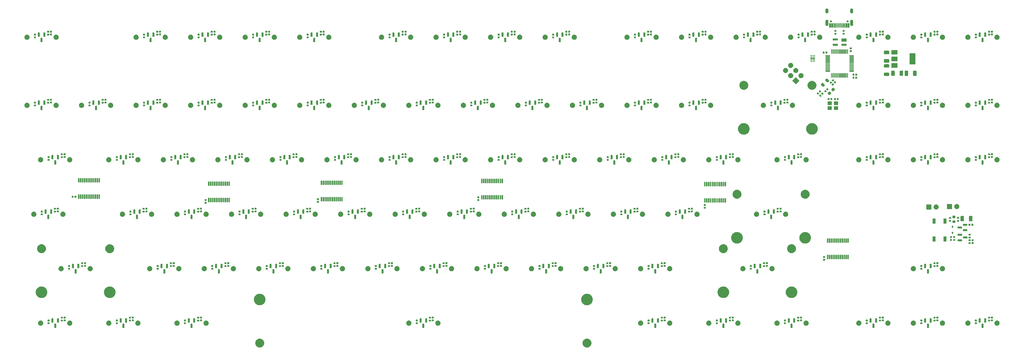
<source format=gbr>
%TF.GenerationSoftware,KiCad,Pcbnew,7.0.6*%
%TF.CreationDate,2024-01-18T22:37:56+01:00*%
%TF.ProjectId,Arius8X-HE,41726975-7338-4582-9d48-452e6b696361,rev?*%
%TF.SameCoordinates,Original*%
%TF.FileFunction,Soldermask,Bot*%
%TF.FilePolarity,Negative*%
%FSLAX46Y46*%
G04 Gerber Fmt 4.6, Leading zero omitted, Abs format (unit mm)*
G04 Created by KiCad (PCBNEW 7.0.6) date 2024-01-18 22:37:56*
%MOMM*%
%LPD*%
G01*
G04 APERTURE LIST*
G04 APERTURE END LIST*
G36*
X128524351Y-182454731D02*
G01*
X128762685Y-182511950D01*
X128989133Y-182605748D01*
X129198121Y-182733815D01*
X129384501Y-182892999D01*
X129543685Y-183079379D01*
X129671752Y-183288367D01*
X129765550Y-183514815D01*
X129822769Y-183753149D01*
X129842000Y-183997500D01*
X129822769Y-184241851D01*
X129765550Y-184480185D01*
X129671752Y-184706633D01*
X129543685Y-184915621D01*
X129384501Y-185102001D01*
X129198121Y-185261185D01*
X128989133Y-185389252D01*
X128762685Y-185483050D01*
X128524351Y-185540269D01*
X128280000Y-185559500D01*
X128035649Y-185540269D01*
X127797315Y-185483050D01*
X127570867Y-185389252D01*
X127361879Y-185261185D01*
X127175499Y-185102001D01*
X127016315Y-184915621D01*
X126888248Y-184706633D01*
X126794450Y-184480185D01*
X126737231Y-184241851D01*
X126718000Y-183997500D01*
X126737231Y-183753149D01*
X126794450Y-183514815D01*
X126888248Y-183288367D01*
X127016315Y-183079379D01*
X127175499Y-182892999D01*
X127361879Y-182733815D01*
X127570867Y-182605748D01*
X127797315Y-182511950D01*
X128035649Y-182454731D01*
X128280000Y-182435500D01*
X128524351Y-182454731D01*
G37*
G36*
X242824351Y-182454731D02*
G01*
X243062685Y-182511950D01*
X243289133Y-182605748D01*
X243498121Y-182733815D01*
X243684501Y-182892999D01*
X243843685Y-183079379D01*
X243971752Y-183288367D01*
X244065550Y-183514815D01*
X244122769Y-183753149D01*
X244142000Y-183997500D01*
X244122769Y-184241851D01*
X244065550Y-184480185D01*
X243971752Y-184706633D01*
X243843685Y-184915621D01*
X243684501Y-185102001D01*
X243498121Y-185261185D01*
X243289133Y-185389252D01*
X243062685Y-185483050D01*
X242824351Y-185540269D01*
X242580000Y-185559500D01*
X242335649Y-185540269D01*
X242097315Y-185483050D01*
X241870867Y-185389252D01*
X241661879Y-185261185D01*
X241475499Y-185102001D01*
X241316315Y-184915621D01*
X241188248Y-184706633D01*
X241094450Y-184480185D01*
X241037231Y-184241851D01*
X241018000Y-183997500D01*
X241037231Y-183753149D01*
X241094450Y-183514815D01*
X241188248Y-183288367D01*
X241316315Y-183079379D01*
X241475499Y-182892999D01*
X241661879Y-182733815D01*
X241870867Y-182605748D01*
X242097315Y-182511950D01*
X242335649Y-182454731D01*
X242580000Y-182435500D01*
X242824351Y-182454731D01*
G37*
G36*
X57064444Y-177208811D02*
G01*
X57125436Y-177249564D01*
X57166189Y-177310556D01*
X57180500Y-177382500D01*
X57180500Y-178557500D01*
X57166189Y-178629444D01*
X57125436Y-178690436D01*
X57064444Y-178731189D01*
X56992500Y-178745500D01*
X56692500Y-178745500D01*
X56620556Y-178731189D01*
X56559564Y-178690436D01*
X56518811Y-178629444D01*
X56504500Y-178557500D01*
X56504500Y-177382500D01*
X56518811Y-177310556D01*
X56559564Y-177249564D01*
X56620556Y-177208811D01*
X56692500Y-177194500D01*
X56992500Y-177194500D01*
X57064444Y-177208811D01*
G37*
G36*
X80876944Y-177208811D02*
G01*
X80937936Y-177249564D01*
X80978689Y-177310556D01*
X80993000Y-177382500D01*
X80993000Y-178557500D01*
X80978689Y-178629444D01*
X80937936Y-178690436D01*
X80876944Y-178731189D01*
X80805000Y-178745500D01*
X80505000Y-178745500D01*
X80433056Y-178731189D01*
X80372064Y-178690436D01*
X80331311Y-178629444D01*
X80317000Y-178557500D01*
X80317000Y-177382500D01*
X80331311Y-177310556D01*
X80372064Y-177249564D01*
X80433056Y-177208811D01*
X80505000Y-177194500D01*
X80805000Y-177194500D01*
X80876944Y-177208811D01*
G37*
G36*
X104689444Y-177208811D02*
G01*
X104750436Y-177249564D01*
X104791189Y-177310556D01*
X104805500Y-177382500D01*
X104805500Y-178557500D01*
X104791189Y-178629444D01*
X104750436Y-178690436D01*
X104689444Y-178731189D01*
X104617500Y-178745500D01*
X104317500Y-178745500D01*
X104245556Y-178731189D01*
X104184564Y-178690436D01*
X104143811Y-178629444D01*
X104129500Y-178557500D01*
X104129500Y-177382500D01*
X104143811Y-177310556D01*
X104184564Y-177249564D01*
X104245556Y-177208811D01*
X104317500Y-177194500D01*
X104617500Y-177194500D01*
X104689444Y-177208811D01*
G37*
G36*
X185651944Y-177208811D02*
G01*
X185712936Y-177249564D01*
X185753689Y-177310556D01*
X185768000Y-177382500D01*
X185768000Y-178557500D01*
X185753689Y-178629444D01*
X185712936Y-178690436D01*
X185651944Y-178731189D01*
X185580000Y-178745500D01*
X185280000Y-178745500D01*
X185208056Y-178731189D01*
X185147064Y-178690436D01*
X185106311Y-178629444D01*
X185092000Y-178557500D01*
X185092000Y-177382500D01*
X185106311Y-177310556D01*
X185147064Y-177249564D01*
X185208056Y-177208811D01*
X185280000Y-177194500D01*
X185580000Y-177194500D01*
X185651944Y-177208811D01*
G37*
G36*
X266614444Y-177208811D02*
G01*
X266675436Y-177249564D01*
X266716189Y-177310556D01*
X266730500Y-177382500D01*
X266730500Y-178557500D01*
X266716189Y-178629444D01*
X266675436Y-178690436D01*
X266614444Y-178731189D01*
X266542500Y-178745500D01*
X266242500Y-178745500D01*
X266170556Y-178731189D01*
X266109564Y-178690436D01*
X266068811Y-178629444D01*
X266054500Y-178557500D01*
X266054500Y-177382500D01*
X266068811Y-177310556D01*
X266109564Y-177249564D01*
X266170556Y-177208811D01*
X266242500Y-177194500D01*
X266542500Y-177194500D01*
X266614444Y-177208811D01*
G37*
G36*
X290426944Y-177208811D02*
G01*
X290487936Y-177249564D01*
X290528689Y-177310556D01*
X290543000Y-177382500D01*
X290543000Y-178557500D01*
X290528689Y-178629444D01*
X290487936Y-178690436D01*
X290426944Y-178731189D01*
X290355000Y-178745500D01*
X290055000Y-178745500D01*
X289983056Y-178731189D01*
X289922064Y-178690436D01*
X289881311Y-178629444D01*
X289867000Y-178557500D01*
X289867000Y-177382500D01*
X289881311Y-177310556D01*
X289922064Y-177249564D01*
X289983056Y-177208811D01*
X290055000Y-177194500D01*
X290355000Y-177194500D01*
X290426944Y-177208811D01*
G37*
G36*
X314239444Y-177208811D02*
G01*
X314300436Y-177249564D01*
X314341189Y-177310556D01*
X314355500Y-177382500D01*
X314355500Y-178557500D01*
X314341189Y-178629444D01*
X314300436Y-178690436D01*
X314239444Y-178731189D01*
X314167500Y-178745500D01*
X313867500Y-178745500D01*
X313795556Y-178731189D01*
X313734564Y-178690436D01*
X313693811Y-178629444D01*
X313679500Y-178557500D01*
X313679500Y-177382500D01*
X313693811Y-177310556D01*
X313734564Y-177249564D01*
X313795556Y-177208811D01*
X313867500Y-177194500D01*
X314167500Y-177194500D01*
X314239444Y-177208811D01*
G37*
G36*
X342814444Y-177208811D02*
G01*
X342875436Y-177249564D01*
X342916189Y-177310556D01*
X342930500Y-177382500D01*
X342930500Y-178557500D01*
X342916189Y-178629444D01*
X342875436Y-178690436D01*
X342814444Y-178731189D01*
X342742500Y-178745500D01*
X342442500Y-178745500D01*
X342370556Y-178731189D01*
X342309564Y-178690436D01*
X342268811Y-178629444D01*
X342254500Y-178557500D01*
X342254500Y-177382500D01*
X342268811Y-177310556D01*
X342309564Y-177249564D01*
X342370556Y-177208811D01*
X342442500Y-177194500D01*
X342742500Y-177194500D01*
X342814444Y-177208811D01*
G37*
G36*
X361864444Y-177208811D02*
G01*
X361925436Y-177249564D01*
X361966189Y-177310556D01*
X361980500Y-177382500D01*
X361980500Y-178557500D01*
X361966189Y-178629444D01*
X361925436Y-178690436D01*
X361864444Y-178731189D01*
X361792500Y-178745500D01*
X361492500Y-178745500D01*
X361420556Y-178731189D01*
X361359564Y-178690436D01*
X361318811Y-178629444D01*
X361304500Y-178557500D01*
X361304500Y-177382500D01*
X361318811Y-177310556D01*
X361359564Y-177249564D01*
X361420556Y-177208811D01*
X361492500Y-177194500D01*
X361792500Y-177194500D01*
X361864444Y-177208811D01*
G37*
G36*
X380914444Y-177208811D02*
G01*
X380975436Y-177249564D01*
X381016189Y-177310556D01*
X381030500Y-177382500D01*
X381030500Y-178557500D01*
X381016189Y-178629444D01*
X380975436Y-178690436D01*
X380914444Y-178731189D01*
X380842500Y-178745500D01*
X380542500Y-178745500D01*
X380470556Y-178731189D01*
X380409564Y-178690436D01*
X380368811Y-178629444D01*
X380354500Y-178557500D01*
X380354500Y-177382500D01*
X380368811Y-177310556D01*
X380409564Y-177249564D01*
X380470556Y-177208811D01*
X380542500Y-177194500D01*
X380842500Y-177194500D01*
X380914444Y-177208811D01*
G37*
G36*
X51810837Y-176104502D02*
G01*
X51857934Y-176104502D01*
X51898605Y-176113146D01*
X51940569Y-176117280D01*
X51993285Y-176133271D01*
X52044633Y-176144185D01*
X52077487Y-176158812D01*
X52111799Y-176169221D01*
X52166327Y-176198367D01*
X52219000Y-176221819D01*
X52243491Y-176239612D01*
X52269599Y-176253568D01*
X52322859Y-176297277D01*
X52373416Y-176334009D01*
X52389830Y-176352238D01*
X52407917Y-176367082D01*
X52456514Y-176426298D01*
X52501133Y-176475852D01*
X52510508Y-176492090D01*
X52521431Y-176505400D01*
X52561847Y-176581012D01*
X52596567Y-176641149D01*
X52600559Y-176653437D01*
X52605778Y-176663200D01*
X52634541Y-176758023D01*
X52655549Y-176822677D01*
X52656288Y-176829714D01*
X52657719Y-176834430D01*
X52671652Y-176975890D01*
X52675500Y-177012500D01*
X52671649Y-177049136D01*
X52657719Y-177190569D01*
X52656288Y-177195283D01*
X52655549Y-177202323D01*
X52634537Y-177266990D01*
X52605778Y-177361799D01*
X52600560Y-177371559D01*
X52596567Y-177383851D01*
X52561840Y-177444000D01*
X52521431Y-177519599D01*
X52510510Y-177532905D01*
X52501133Y-177549148D01*
X52456504Y-177598712D01*
X52407917Y-177657917D01*
X52389833Y-177672757D01*
X52373416Y-177690991D01*
X52322848Y-177727730D01*
X52269599Y-177771431D01*
X52243496Y-177785383D01*
X52219000Y-177803181D01*
X52166315Y-177826637D01*
X52111799Y-177855778D01*
X52077494Y-177866183D01*
X52044633Y-177880815D01*
X51993274Y-177891731D01*
X51940569Y-177907719D01*
X51898614Y-177911851D01*
X51857934Y-177920498D01*
X51810827Y-177920498D01*
X51762500Y-177925258D01*
X51714173Y-177920498D01*
X51667066Y-177920498D01*
X51626386Y-177911851D01*
X51584430Y-177907719D01*
X51531722Y-177891730D01*
X51480367Y-177880815D01*
X51447507Y-177866184D01*
X51413200Y-177855778D01*
X51358678Y-177826635D01*
X51306000Y-177803181D01*
X51281506Y-177785385D01*
X51255400Y-177771431D01*
X51202142Y-177727724D01*
X51151584Y-177690991D01*
X51135169Y-177672760D01*
X51117082Y-177657917D01*
X51068483Y-177598699D01*
X51023867Y-177549148D01*
X51014492Y-177532910D01*
X51003568Y-177519599D01*
X50963146Y-177443976D01*
X50928433Y-177383851D01*
X50924440Y-177371564D01*
X50919221Y-177361799D01*
X50890447Y-177266944D01*
X50869451Y-177202323D01*
X50868711Y-177195288D01*
X50867280Y-177190569D01*
X50853333Y-177048972D01*
X50849500Y-177012500D01*
X50853333Y-176976030D01*
X50867280Y-176834430D01*
X50868711Y-176829709D01*
X50869451Y-176822677D01*
X50890443Y-176758069D01*
X50919221Y-176663200D01*
X50924441Y-176653432D01*
X50928433Y-176641149D01*
X50963139Y-176581035D01*
X51003568Y-176505400D01*
X51014494Y-176492086D01*
X51023867Y-176475852D01*
X51068474Y-176426310D01*
X51117082Y-176367082D01*
X51135172Y-176352235D01*
X51151584Y-176334009D01*
X51202132Y-176297283D01*
X51255400Y-176253568D01*
X51281511Y-176239610D01*
X51306000Y-176221819D01*
X51358666Y-176198369D01*
X51413200Y-176169221D01*
X51447514Y-176158812D01*
X51480367Y-176144185D01*
X51531711Y-176133271D01*
X51584430Y-176117280D01*
X51626394Y-176113146D01*
X51667066Y-176104502D01*
X51714163Y-176104502D01*
X51762500Y-176099741D01*
X51810837Y-176104502D01*
G37*
G36*
X61970837Y-176104502D02*
G01*
X62017934Y-176104502D01*
X62058605Y-176113146D01*
X62100569Y-176117280D01*
X62153285Y-176133271D01*
X62204633Y-176144185D01*
X62237487Y-176158812D01*
X62271799Y-176169221D01*
X62326327Y-176198367D01*
X62379000Y-176221819D01*
X62403491Y-176239612D01*
X62429599Y-176253568D01*
X62482859Y-176297277D01*
X62533416Y-176334009D01*
X62549830Y-176352238D01*
X62567917Y-176367082D01*
X62616514Y-176426298D01*
X62661133Y-176475852D01*
X62670508Y-176492090D01*
X62681431Y-176505400D01*
X62721847Y-176581012D01*
X62756567Y-176641149D01*
X62760559Y-176653437D01*
X62765778Y-176663200D01*
X62794541Y-176758023D01*
X62815549Y-176822677D01*
X62816288Y-176829714D01*
X62817719Y-176834430D01*
X62831652Y-176975890D01*
X62835500Y-177012500D01*
X62831649Y-177049136D01*
X62817719Y-177190569D01*
X62816288Y-177195283D01*
X62815549Y-177202323D01*
X62794537Y-177266990D01*
X62765778Y-177361799D01*
X62760560Y-177371559D01*
X62756567Y-177383851D01*
X62721840Y-177444000D01*
X62681431Y-177519599D01*
X62670510Y-177532905D01*
X62661133Y-177549148D01*
X62616504Y-177598712D01*
X62567917Y-177657917D01*
X62549833Y-177672757D01*
X62533416Y-177690991D01*
X62482848Y-177727730D01*
X62429599Y-177771431D01*
X62403496Y-177785383D01*
X62379000Y-177803181D01*
X62326315Y-177826637D01*
X62271799Y-177855778D01*
X62237494Y-177866183D01*
X62204633Y-177880815D01*
X62153274Y-177891731D01*
X62100569Y-177907719D01*
X62058614Y-177911851D01*
X62017934Y-177920498D01*
X61970827Y-177920498D01*
X61922500Y-177925258D01*
X61874173Y-177920498D01*
X61827066Y-177920498D01*
X61786386Y-177911851D01*
X61744430Y-177907719D01*
X61691722Y-177891730D01*
X61640367Y-177880815D01*
X61607507Y-177866184D01*
X61573200Y-177855778D01*
X61518678Y-177826635D01*
X61466000Y-177803181D01*
X61441506Y-177785385D01*
X61415400Y-177771431D01*
X61362142Y-177727724D01*
X61311584Y-177690991D01*
X61295169Y-177672760D01*
X61277082Y-177657917D01*
X61228483Y-177598699D01*
X61183867Y-177549148D01*
X61174492Y-177532910D01*
X61163568Y-177519599D01*
X61123146Y-177443976D01*
X61088433Y-177383851D01*
X61084440Y-177371564D01*
X61079221Y-177361799D01*
X61050447Y-177266944D01*
X61029451Y-177202323D01*
X61028711Y-177195288D01*
X61027280Y-177190569D01*
X61013333Y-177048972D01*
X61009500Y-177012500D01*
X61013333Y-176976030D01*
X61027280Y-176834430D01*
X61028711Y-176829709D01*
X61029451Y-176822677D01*
X61050443Y-176758069D01*
X61079221Y-176663200D01*
X61084441Y-176653432D01*
X61088433Y-176641149D01*
X61123139Y-176581035D01*
X61163568Y-176505400D01*
X61174494Y-176492086D01*
X61183867Y-176475852D01*
X61228474Y-176426310D01*
X61277082Y-176367082D01*
X61295172Y-176352235D01*
X61311584Y-176334009D01*
X61362132Y-176297283D01*
X61415400Y-176253568D01*
X61441511Y-176239610D01*
X61466000Y-176221819D01*
X61518666Y-176198369D01*
X61573200Y-176169221D01*
X61607514Y-176158812D01*
X61640367Y-176144185D01*
X61691711Y-176133271D01*
X61744430Y-176117280D01*
X61786394Y-176113146D01*
X61827066Y-176104502D01*
X61874163Y-176104502D01*
X61922500Y-176099741D01*
X61970837Y-176104502D01*
G37*
G36*
X75623337Y-176104502D02*
G01*
X75670434Y-176104502D01*
X75711105Y-176113146D01*
X75753069Y-176117280D01*
X75805785Y-176133271D01*
X75857133Y-176144185D01*
X75889987Y-176158812D01*
X75924299Y-176169221D01*
X75978827Y-176198367D01*
X76031500Y-176221819D01*
X76055991Y-176239612D01*
X76082099Y-176253568D01*
X76135359Y-176297277D01*
X76185916Y-176334009D01*
X76202330Y-176352238D01*
X76220417Y-176367082D01*
X76269014Y-176426298D01*
X76313633Y-176475852D01*
X76323008Y-176492090D01*
X76333931Y-176505400D01*
X76374347Y-176581012D01*
X76409067Y-176641149D01*
X76413059Y-176653437D01*
X76418278Y-176663200D01*
X76447041Y-176758023D01*
X76468049Y-176822677D01*
X76468788Y-176829714D01*
X76470219Y-176834430D01*
X76484152Y-176975890D01*
X76488000Y-177012500D01*
X76484149Y-177049136D01*
X76470219Y-177190569D01*
X76468788Y-177195283D01*
X76468049Y-177202323D01*
X76447037Y-177266990D01*
X76418278Y-177361799D01*
X76413060Y-177371559D01*
X76409067Y-177383851D01*
X76374340Y-177444000D01*
X76333931Y-177519599D01*
X76323010Y-177532905D01*
X76313633Y-177549148D01*
X76269004Y-177598712D01*
X76220417Y-177657917D01*
X76202333Y-177672757D01*
X76185916Y-177690991D01*
X76135348Y-177727730D01*
X76082099Y-177771431D01*
X76055996Y-177785383D01*
X76031500Y-177803181D01*
X75978815Y-177826637D01*
X75924299Y-177855778D01*
X75889994Y-177866183D01*
X75857133Y-177880815D01*
X75805774Y-177891731D01*
X75753069Y-177907719D01*
X75711114Y-177911851D01*
X75670434Y-177920498D01*
X75623327Y-177920498D01*
X75575000Y-177925258D01*
X75526673Y-177920498D01*
X75479566Y-177920498D01*
X75438886Y-177911851D01*
X75396930Y-177907719D01*
X75344222Y-177891730D01*
X75292867Y-177880815D01*
X75260007Y-177866184D01*
X75225700Y-177855778D01*
X75171178Y-177826635D01*
X75118500Y-177803181D01*
X75094006Y-177785385D01*
X75067900Y-177771431D01*
X75014642Y-177727724D01*
X74964084Y-177690991D01*
X74947669Y-177672760D01*
X74929582Y-177657917D01*
X74880983Y-177598699D01*
X74836367Y-177549148D01*
X74826992Y-177532910D01*
X74816068Y-177519599D01*
X74775646Y-177443976D01*
X74740933Y-177383851D01*
X74736940Y-177371564D01*
X74731721Y-177361799D01*
X74702947Y-177266944D01*
X74681951Y-177202323D01*
X74681211Y-177195288D01*
X74679780Y-177190569D01*
X74665833Y-177048972D01*
X74662000Y-177012500D01*
X74665833Y-176976030D01*
X74679780Y-176834430D01*
X74681211Y-176829709D01*
X74681951Y-176822677D01*
X74702943Y-176758069D01*
X74731721Y-176663200D01*
X74736941Y-176653432D01*
X74740933Y-176641149D01*
X74775639Y-176581035D01*
X74816068Y-176505400D01*
X74826994Y-176492086D01*
X74836367Y-176475852D01*
X74880974Y-176426310D01*
X74929582Y-176367082D01*
X74947672Y-176352235D01*
X74964084Y-176334009D01*
X75014632Y-176297283D01*
X75067900Y-176253568D01*
X75094011Y-176239610D01*
X75118500Y-176221819D01*
X75171166Y-176198369D01*
X75225700Y-176169221D01*
X75260014Y-176158812D01*
X75292867Y-176144185D01*
X75344211Y-176133271D01*
X75396930Y-176117280D01*
X75438894Y-176113146D01*
X75479566Y-176104502D01*
X75526663Y-176104502D01*
X75575000Y-176099741D01*
X75623337Y-176104502D01*
G37*
G36*
X85783337Y-176104502D02*
G01*
X85830434Y-176104502D01*
X85871105Y-176113146D01*
X85913069Y-176117280D01*
X85965785Y-176133271D01*
X86017133Y-176144185D01*
X86049987Y-176158812D01*
X86084299Y-176169221D01*
X86138827Y-176198367D01*
X86191500Y-176221819D01*
X86215991Y-176239612D01*
X86242099Y-176253568D01*
X86295359Y-176297277D01*
X86345916Y-176334009D01*
X86362330Y-176352238D01*
X86380417Y-176367082D01*
X86429014Y-176426298D01*
X86473633Y-176475852D01*
X86483008Y-176492090D01*
X86493931Y-176505400D01*
X86534347Y-176581012D01*
X86569067Y-176641149D01*
X86573059Y-176653437D01*
X86578278Y-176663200D01*
X86607041Y-176758023D01*
X86628049Y-176822677D01*
X86628788Y-176829714D01*
X86630219Y-176834430D01*
X86644150Y-176975878D01*
X86648000Y-177012500D01*
X86644150Y-177049124D01*
X86630219Y-177190569D01*
X86628788Y-177195283D01*
X86628049Y-177202323D01*
X86607037Y-177266990D01*
X86578278Y-177361799D01*
X86573060Y-177371559D01*
X86569067Y-177383851D01*
X86534340Y-177444000D01*
X86493931Y-177519599D01*
X86483010Y-177532905D01*
X86473633Y-177549148D01*
X86429004Y-177598712D01*
X86380417Y-177657917D01*
X86362333Y-177672757D01*
X86345916Y-177690991D01*
X86295348Y-177727730D01*
X86242099Y-177771431D01*
X86215996Y-177785383D01*
X86191500Y-177803181D01*
X86138815Y-177826637D01*
X86084299Y-177855778D01*
X86049994Y-177866183D01*
X86017133Y-177880815D01*
X85965774Y-177891731D01*
X85913069Y-177907719D01*
X85871114Y-177911851D01*
X85830434Y-177920498D01*
X85783327Y-177920498D01*
X85735000Y-177925258D01*
X85686673Y-177920498D01*
X85639566Y-177920498D01*
X85598886Y-177911851D01*
X85556930Y-177907719D01*
X85504222Y-177891730D01*
X85452867Y-177880815D01*
X85420007Y-177866184D01*
X85385700Y-177855778D01*
X85331178Y-177826635D01*
X85278500Y-177803181D01*
X85254006Y-177785385D01*
X85227900Y-177771431D01*
X85174642Y-177727724D01*
X85124084Y-177690991D01*
X85107669Y-177672760D01*
X85089582Y-177657917D01*
X85040983Y-177598699D01*
X84996367Y-177549148D01*
X84986992Y-177532910D01*
X84976068Y-177519599D01*
X84935646Y-177443976D01*
X84900933Y-177383851D01*
X84896940Y-177371564D01*
X84891721Y-177361799D01*
X84862947Y-177266944D01*
X84841951Y-177202323D01*
X84841211Y-177195288D01*
X84839780Y-177190569D01*
X84825833Y-177048972D01*
X84822000Y-177012500D01*
X84825833Y-176976030D01*
X84839780Y-176834430D01*
X84841211Y-176829709D01*
X84841951Y-176822677D01*
X84862943Y-176758069D01*
X84891721Y-176663200D01*
X84896941Y-176653432D01*
X84900933Y-176641149D01*
X84935639Y-176581035D01*
X84976068Y-176505400D01*
X84986994Y-176492086D01*
X84996367Y-176475852D01*
X85040974Y-176426310D01*
X85089582Y-176367082D01*
X85107672Y-176352235D01*
X85124084Y-176334009D01*
X85174632Y-176297283D01*
X85227900Y-176253568D01*
X85254011Y-176239610D01*
X85278500Y-176221819D01*
X85331166Y-176198369D01*
X85385700Y-176169221D01*
X85420014Y-176158812D01*
X85452867Y-176144185D01*
X85504211Y-176133271D01*
X85556930Y-176117280D01*
X85598894Y-176113146D01*
X85639566Y-176104502D01*
X85686663Y-176104502D01*
X85735000Y-176099741D01*
X85783337Y-176104502D01*
G37*
G36*
X99435837Y-176104502D02*
G01*
X99482934Y-176104502D01*
X99523605Y-176113146D01*
X99565569Y-176117280D01*
X99618285Y-176133271D01*
X99669633Y-176144185D01*
X99702487Y-176158812D01*
X99736799Y-176169221D01*
X99791327Y-176198367D01*
X99844000Y-176221819D01*
X99868491Y-176239612D01*
X99894599Y-176253568D01*
X99947859Y-176297277D01*
X99998416Y-176334009D01*
X100014830Y-176352238D01*
X100032917Y-176367082D01*
X100081514Y-176426298D01*
X100126133Y-176475852D01*
X100135508Y-176492090D01*
X100146431Y-176505400D01*
X100186847Y-176581012D01*
X100221567Y-176641149D01*
X100225559Y-176653437D01*
X100230778Y-176663200D01*
X100259541Y-176758023D01*
X100280549Y-176822677D01*
X100281288Y-176829714D01*
X100282719Y-176834430D01*
X100296650Y-176975878D01*
X100300500Y-177012500D01*
X100296650Y-177049124D01*
X100282719Y-177190569D01*
X100281288Y-177195283D01*
X100280549Y-177202323D01*
X100259537Y-177266990D01*
X100230778Y-177361799D01*
X100225560Y-177371559D01*
X100221567Y-177383851D01*
X100186840Y-177444000D01*
X100146431Y-177519599D01*
X100135510Y-177532905D01*
X100126133Y-177549148D01*
X100081504Y-177598712D01*
X100032917Y-177657917D01*
X100014833Y-177672757D01*
X99998416Y-177690991D01*
X99947848Y-177727730D01*
X99894599Y-177771431D01*
X99868496Y-177785383D01*
X99844000Y-177803181D01*
X99791315Y-177826637D01*
X99736799Y-177855778D01*
X99702494Y-177866183D01*
X99669633Y-177880815D01*
X99618274Y-177891731D01*
X99565569Y-177907719D01*
X99523614Y-177911851D01*
X99482934Y-177920498D01*
X99435827Y-177920498D01*
X99387500Y-177925258D01*
X99339173Y-177920498D01*
X99292066Y-177920498D01*
X99251386Y-177911851D01*
X99209430Y-177907719D01*
X99156722Y-177891730D01*
X99105367Y-177880815D01*
X99072507Y-177866184D01*
X99038200Y-177855778D01*
X98983678Y-177826635D01*
X98931000Y-177803181D01*
X98906506Y-177785385D01*
X98880400Y-177771431D01*
X98827142Y-177727724D01*
X98776584Y-177690991D01*
X98760169Y-177672760D01*
X98742082Y-177657917D01*
X98693483Y-177598699D01*
X98648867Y-177549148D01*
X98639492Y-177532910D01*
X98628568Y-177519599D01*
X98588146Y-177443976D01*
X98553433Y-177383851D01*
X98549440Y-177371564D01*
X98544221Y-177361799D01*
X98515447Y-177266944D01*
X98494451Y-177202323D01*
X98493711Y-177195288D01*
X98492280Y-177190569D01*
X98478333Y-177048972D01*
X98474500Y-177012500D01*
X98478333Y-176976030D01*
X98492280Y-176834430D01*
X98493711Y-176829709D01*
X98494451Y-176822677D01*
X98515443Y-176758069D01*
X98544221Y-176663200D01*
X98549441Y-176653432D01*
X98553433Y-176641149D01*
X98588139Y-176581035D01*
X98628568Y-176505400D01*
X98639494Y-176492086D01*
X98648867Y-176475852D01*
X98693474Y-176426310D01*
X98742082Y-176367082D01*
X98760172Y-176352235D01*
X98776584Y-176334009D01*
X98827132Y-176297283D01*
X98880400Y-176253568D01*
X98906511Y-176239610D01*
X98931000Y-176221819D01*
X98983666Y-176198369D01*
X99038200Y-176169221D01*
X99072514Y-176158812D01*
X99105367Y-176144185D01*
X99156711Y-176133271D01*
X99209430Y-176117280D01*
X99251394Y-176113146D01*
X99292066Y-176104502D01*
X99339163Y-176104502D01*
X99387500Y-176099741D01*
X99435837Y-176104502D01*
G37*
G36*
X109595837Y-176104502D02*
G01*
X109642934Y-176104502D01*
X109683605Y-176113146D01*
X109725569Y-176117280D01*
X109778285Y-176133271D01*
X109829633Y-176144185D01*
X109862487Y-176158812D01*
X109896799Y-176169221D01*
X109951327Y-176198367D01*
X110004000Y-176221819D01*
X110028491Y-176239612D01*
X110054599Y-176253568D01*
X110107859Y-176297277D01*
X110158416Y-176334009D01*
X110174830Y-176352238D01*
X110192917Y-176367082D01*
X110241514Y-176426298D01*
X110286133Y-176475852D01*
X110295508Y-176492090D01*
X110306431Y-176505400D01*
X110346847Y-176581012D01*
X110381567Y-176641149D01*
X110385559Y-176653437D01*
X110390778Y-176663200D01*
X110419541Y-176758023D01*
X110440549Y-176822677D01*
X110441288Y-176829714D01*
X110442719Y-176834430D01*
X110456650Y-176975878D01*
X110460500Y-177012500D01*
X110456650Y-177049124D01*
X110442719Y-177190569D01*
X110441288Y-177195283D01*
X110440549Y-177202323D01*
X110419537Y-177266990D01*
X110390778Y-177361799D01*
X110385560Y-177371559D01*
X110381567Y-177383851D01*
X110346840Y-177444000D01*
X110306431Y-177519599D01*
X110295510Y-177532905D01*
X110286133Y-177549148D01*
X110241504Y-177598712D01*
X110192917Y-177657917D01*
X110174833Y-177672757D01*
X110158416Y-177690991D01*
X110107848Y-177727730D01*
X110054599Y-177771431D01*
X110028496Y-177785383D01*
X110004000Y-177803181D01*
X109951315Y-177826637D01*
X109896799Y-177855778D01*
X109862494Y-177866183D01*
X109829633Y-177880815D01*
X109778274Y-177891731D01*
X109725569Y-177907719D01*
X109683614Y-177911851D01*
X109642934Y-177920498D01*
X109595827Y-177920498D01*
X109547500Y-177925258D01*
X109499173Y-177920498D01*
X109452066Y-177920498D01*
X109411386Y-177911851D01*
X109369430Y-177907719D01*
X109316722Y-177891730D01*
X109265367Y-177880815D01*
X109232507Y-177866184D01*
X109198200Y-177855778D01*
X109143678Y-177826635D01*
X109091000Y-177803181D01*
X109066506Y-177785385D01*
X109040400Y-177771431D01*
X108987142Y-177727724D01*
X108936584Y-177690991D01*
X108920169Y-177672760D01*
X108902082Y-177657917D01*
X108853483Y-177598699D01*
X108808867Y-177549148D01*
X108799492Y-177532910D01*
X108788568Y-177519599D01*
X108748146Y-177443976D01*
X108713433Y-177383851D01*
X108709440Y-177371564D01*
X108704221Y-177361799D01*
X108675447Y-177266944D01*
X108654451Y-177202323D01*
X108653711Y-177195288D01*
X108652280Y-177190569D01*
X108638333Y-177048972D01*
X108634500Y-177012500D01*
X108638333Y-176976030D01*
X108652280Y-176834430D01*
X108653711Y-176829709D01*
X108654451Y-176822677D01*
X108675443Y-176758069D01*
X108704221Y-176663200D01*
X108709441Y-176653432D01*
X108713433Y-176641149D01*
X108748139Y-176581035D01*
X108788568Y-176505400D01*
X108799494Y-176492086D01*
X108808867Y-176475852D01*
X108853474Y-176426310D01*
X108902082Y-176367082D01*
X108920172Y-176352235D01*
X108936584Y-176334009D01*
X108987132Y-176297283D01*
X109040400Y-176253568D01*
X109066511Y-176239610D01*
X109091000Y-176221819D01*
X109143666Y-176198369D01*
X109198200Y-176169221D01*
X109232514Y-176158812D01*
X109265367Y-176144185D01*
X109316711Y-176133271D01*
X109369430Y-176117280D01*
X109411394Y-176113146D01*
X109452066Y-176104502D01*
X109499163Y-176104502D01*
X109547500Y-176099741D01*
X109595837Y-176104502D01*
G37*
G36*
X180398337Y-176104502D02*
G01*
X180445434Y-176104502D01*
X180486105Y-176113146D01*
X180528069Y-176117280D01*
X180580785Y-176133271D01*
X180632133Y-176144185D01*
X180664987Y-176158812D01*
X180699299Y-176169221D01*
X180753827Y-176198367D01*
X180806500Y-176221819D01*
X180830991Y-176239612D01*
X180857099Y-176253568D01*
X180910359Y-176297277D01*
X180960916Y-176334009D01*
X180977330Y-176352238D01*
X180995417Y-176367082D01*
X181044014Y-176426298D01*
X181088633Y-176475852D01*
X181098008Y-176492090D01*
X181108931Y-176505400D01*
X181149347Y-176581012D01*
X181184067Y-176641149D01*
X181188059Y-176653437D01*
X181193278Y-176663200D01*
X181222041Y-176758023D01*
X181243049Y-176822677D01*
X181243788Y-176829714D01*
X181245219Y-176834430D01*
X181259150Y-176975878D01*
X181263000Y-177012500D01*
X181259150Y-177049124D01*
X181245219Y-177190569D01*
X181243788Y-177195283D01*
X181243049Y-177202323D01*
X181222037Y-177266990D01*
X181193278Y-177361799D01*
X181188060Y-177371559D01*
X181184067Y-177383851D01*
X181149340Y-177444000D01*
X181108931Y-177519599D01*
X181098010Y-177532905D01*
X181088633Y-177549148D01*
X181044004Y-177598712D01*
X180995417Y-177657917D01*
X180977333Y-177672757D01*
X180960916Y-177690991D01*
X180910348Y-177727730D01*
X180857099Y-177771431D01*
X180830996Y-177785383D01*
X180806500Y-177803181D01*
X180753815Y-177826637D01*
X180699299Y-177855778D01*
X180664994Y-177866183D01*
X180632133Y-177880815D01*
X180580774Y-177891731D01*
X180528069Y-177907719D01*
X180486114Y-177911851D01*
X180445434Y-177920498D01*
X180398327Y-177920498D01*
X180350000Y-177925258D01*
X180301673Y-177920498D01*
X180254566Y-177920498D01*
X180213886Y-177911851D01*
X180171930Y-177907719D01*
X180119222Y-177891730D01*
X180067867Y-177880815D01*
X180035007Y-177866184D01*
X180000700Y-177855778D01*
X179946178Y-177826635D01*
X179893500Y-177803181D01*
X179869006Y-177785385D01*
X179842900Y-177771431D01*
X179789642Y-177727724D01*
X179739084Y-177690991D01*
X179722669Y-177672760D01*
X179704582Y-177657917D01*
X179655983Y-177598699D01*
X179611367Y-177549148D01*
X179601992Y-177532910D01*
X179591068Y-177519599D01*
X179550646Y-177443976D01*
X179515933Y-177383851D01*
X179511940Y-177371564D01*
X179506721Y-177361799D01*
X179477947Y-177266944D01*
X179456951Y-177202323D01*
X179456211Y-177195288D01*
X179454780Y-177190569D01*
X179440833Y-177048972D01*
X179437000Y-177012500D01*
X179440833Y-176976030D01*
X179454780Y-176834430D01*
X179456211Y-176829709D01*
X179456951Y-176822677D01*
X179477943Y-176758069D01*
X179506721Y-176663200D01*
X179511941Y-176653432D01*
X179515933Y-176641149D01*
X179550639Y-176581035D01*
X179591068Y-176505400D01*
X179601994Y-176492086D01*
X179611367Y-176475852D01*
X179655974Y-176426310D01*
X179704582Y-176367082D01*
X179722672Y-176352235D01*
X179739084Y-176334009D01*
X179789632Y-176297283D01*
X179842900Y-176253568D01*
X179869011Y-176239610D01*
X179893500Y-176221819D01*
X179946166Y-176198369D01*
X180000700Y-176169221D01*
X180035014Y-176158812D01*
X180067867Y-176144185D01*
X180119211Y-176133271D01*
X180171930Y-176117280D01*
X180213894Y-176113146D01*
X180254566Y-176104502D01*
X180301663Y-176104502D01*
X180350000Y-176099741D01*
X180398337Y-176104502D01*
G37*
G36*
X190558337Y-176104502D02*
G01*
X190605434Y-176104502D01*
X190646105Y-176113146D01*
X190688069Y-176117280D01*
X190740785Y-176133271D01*
X190792133Y-176144185D01*
X190824987Y-176158812D01*
X190859299Y-176169221D01*
X190913827Y-176198367D01*
X190966500Y-176221819D01*
X190990991Y-176239612D01*
X191017099Y-176253568D01*
X191070359Y-176297277D01*
X191120916Y-176334009D01*
X191137330Y-176352238D01*
X191155417Y-176367082D01*
X191204014Y-176426298D01*
X191248633Y-176475852D01*
X191258008Y-176492090D01*
X191268931Y-176505400D01*
X191309347Y-176581012D01*
X191344067Y-176641149D01*
X191348059Y-176653437D01*
X191353278Y-176663200D01*
X191382041Y-176758023D01*
X191403049Y-176822677D01*
X191403788Y-176829714D01*
X191405219Y-176834430D01*
X191419150Y-176975878D01*
X191423000Y-177012500D01*
X191419150Y-177049124D01*
X191405219Y-177190569D01*
X191403788Y-177195283D01*
X191403049Y-177202323D01*
X191382037Y-177266990D01*
X191353278Y-177361799D01*
X191348060Y-177371559D01*
X191344067Y-177383851D01*
X191309340Y-177444000D01*
X191268931Y-177519599D01*
X191258010Y-177532905D01*
X191248633Y-177549148D01*
X191204004Y-177598712D01*
X191155417Y-177657917D01*
X191137333Y-177672757D01*
X191120916Y-177690991D01*
X191070348Y-177727730D01*
X191017099Y-177771431D01*
X190990996Y-177785383D01*
X190966500Y-177803181D01*
X190913815Y-177826637D01*
X190859299Y-177855778D01*
X190824994Y-177866183D01*
X190792133Y-177880815D01*
X190740774Y-177891731D01*
X190688069Y-177907719D01*
X190646114Y-177911851D01*
X190605434Y-177920498D01*
X190558327Y-177920498D01*
X190510000Y-177925258D01*
X190461673Y-177920498D01*
X190414566Y-177920498D01*
X190373886Y-177911851D01*
X190331930Y-177907719D01*
X190279222Y-177891730D01*
X190227867Y-177880815D01*
X190195007Y-177866184D01*
X190160700Y-177855778D01*
X190106178Y-177826635D01*
X190053500Y-177803181D01*
X190029006Y-177785385D01*
X190002900Y-177771431D01*
X189949642Y-177727724D01*
X189899084Y-177690991D01*
X189882669Y-177672760D01*
X189864582Y-177657917D01*
X189815983Y-177598699D01*
X189771367Y-177549148D01*
X189761992Y-177532910D01*
X189751068Y-177519599D01*
X189710646Y-177443976D01*
X189675933Y-177383851D01*
X189671940Y-177371564D01*
X189666721Y-177361799D01*
X189637947Y-177266944D01*
X189616951Y-177202323D01*
X189616211Y-177195288D01*
X189614780Y-177190569D01*
X189600833Y-177048972D01*
X189597000Y-177012500D01*
X189600833Y-176976030D01*
X189614780Y-176834430D01*
X189616211Y-176829709D01*
X189616951Y-176822677D01*
X189637943Y-176758069D01*
X189666721Y-176663200D01*
X189671941Y-176653432D01*
X189675933Y-176641149D01*
X189710639Y-176581035D01*
X189751068Y-176505400D01*
X189761994Y-176492086D01*
X189771367Y-176475852D01*
X189815974Y-176426310D01*
X189864582Y-176367082D01*
X189882672Y-176352235D01*
X189899084Y-176334009D01*
X189949632Y-176297283D01*
X190002900Y-176253568D01*
X190029011Y-176239610D01*
X190053500Y-176221819D01*
X190106166Y-176198369D01*
X190160700Y-176169221D01*
X190195014Y-176158812D01*
X190227867Y-176144185D01*
X190279211Y-176133271D01*
X190331930Y-176117280D01*
X190373894Y-176113146D01*
X190414566Y-176104502D01*
X190461663Y-176104502D01*
X190510000Y-176099741D01*
X190558337Y-176104502D01*
G37*
G36*
X261360837Y-176104502D02*
G01*
X261407934Y-176104502D01*
X261448605Y-176113146D01*
X261490569Y-176117280D01*
X261543285Y-176133271D01*
X261594633Y-176144185D01*
X261627487Y-176158812D01*
X261661799Y-176169221D01*
X261716327Y-176198367D01*
X261769000Y-176221819D01*
X261793491Y-176239612D01*
X261819599Y-176253568D01*
X261872859Y-176297277D01*
X261923416Y-176334009D01*
X261939830Y-176352238D01*
X261957917Y-176367082D01*
X262006514Y-176426298D01*
X262051133Y-176475852D01*
X262060508Y-176492090D01*
X262071431Y-176505400D01*
X262111847Y-176581012D01*
X262146567Y-176641149D01*
X262150559Y-176653437D01*
X262155778Y-176663200D01*
X262184541Y-176758023D01*
X262205549Y-176822677D01*
X262206288Y-176829714D01*
X262207719Y-176834430D01*
X262221650Y-176975878D01*
X262225500Y-177012500D01*
X262221650Y-177049124D01*
X262207719Y-177190569D01*
X262206288Y-177195283D01*
X262205549Y-177202323D01*
X262184537Y-177266990D01*
X262155778Y-177361799D01*
X262150560Y-177371559D01*
X262146567Y-177383851D01*
X262111840Y-177444000D01*
X262071431Y-177519599D01*
X262060510Y-177532905D01*
X262051133Y-177549148D01*
X262006504Y-177598712D01*
X261957917Y-177657917D01*
X261939833Y-177672757D01*
X261923416Y-177690991D01*
X261872848Y-177727730D01*
X261819599Y-177771431D01*
X261793496Y-177785383D01*
X261769000Y-177803181D01*
X261716315Y-177826637D01*
X261661799Y-177855778D01*
X261627494Y-177866183D01*
X261594633Y-177880815D01*
X261543274Y-177891731D01*
X261490569Y-177907719D01*
X261448614Y-177911851D01*
X261407934Y-177920498D01*
X261360827Y-177920498D01*
X261312500Y-177925258D01*
X261264173Y-177920498D01*
X261217066Y-177920498D01*
X261176386Y-177911851D01*
X261134430Y-177907719D01*
X261081722Y-177891730D01*
X261030367Y-177880815D01*
X260997507Y-177866184D01*
X260963200Y-177855778D01*
X260908678Y-177826635D01*
X260856000Y-177803181D01*
X260831506Y-177785385D01*
X260805400Y-177771431D01*
X260752142Y-177727724D01*
X260701584Y-177690991D01*
X260685169Y-177672760D01*
X260667082Y-177657917D01*
X260618483Y-177598699D01*
X260573867Y-177549148D01*
X260564492Y-177532910D01*
X260553568Y-177519599D01*
X260513146Y-177443976D01*
X260478433Y-177383851D01*
X260474440Y-177371564D01*
X260469221Y-177361799D01*
X260440447Y-177266944D01*
X260419451Y-177202323D01*
X260418711Y-177195288D01*
X260417280Y-177190569D01*
X260403334Y-177048984D01*
X260399500Y-177012500D01*
X260403331Y-176976042D01*
X260417280Y-176834430D01*
X260418711Y-176829709D01*
X260419451Y-176822677D01*
X260440443Y-176758069D01*
X260469221Y-176663200D01*
X260474441Y-176653432D01*
X260478433Y-176641149D01*
X260513139Y-176581035D01*
X260553568Y-176505400D01*
X260564494Y-176492086D01*
X260573867Y-176475852D01*
X260618474Y-176426310D01*
X260667082Y-176367082D01*
X260685172Y-176352235D01*
X260701584Y-176334009D01*
X260752132Y-176297283D01*
X260805400Y-176253568D01*
X260831511Y-176239610D01*
X260856000Y-176221819D01*
X260908666Y-176198369D01*
X260963200Y-176169221D01*
X260997514Y-176158812D01*
X261030367Y-176144185D01*
X261081711Y-176133271D01*
X261134430Y-176117280D01*
X261176394Y-176113146D01*
X261217066Y-176104502D01*
X261264163Y-176104502D01*
X261312500Y-176099741D01*
X261360837Y-176104502D01*
G37*
G36*
X271520837Y-176104502D02*
G01*
X271567934Y-176104502D01*
X271608605Y-176113146D01*
X271650569Y-176117280D01*
X271703285Y-176133271D01*
X271754633Y-176144185D01*
X271787487Y-176158812D01*
X271821799Y-176169221D01*
X271876327Y-176198367D01*
X271929000Y-176221819D01*
X271953491Y-176239612D01*
X271979599Y-176253568D01*
X272032859Y-176297277D01*
X272083416Y-176334009D01*
X272099830Y-176352238D01*
X272117917Y-176367082D01*
X272166514Y-176426298D01*
X272211133Y-176475852D01*
X272220508Y-176492090D01*
X272231431Y-176505400D01*
X272271847Y-176581012D01*
X272306567Y-176641149D01*
X272310559Y-176653437D01*
X272315778Y-176663200D01*
X272344541Y-176758023D01*
X272365549Y-176822677D01*
X272366288Y-176829714D01*
X272367719Y-176834430D01*
X272381650Y-176975878D01*
X272385500Y-177012500D01*
X272381650Y-177049124D01*
X272367719Y-177190569D01*
X272366288Y-177195283D01*
X272365549Y-177202323D01*
X272344537Y-177266990D01*
X272315778Y-177361799D01*
X272310560Y-177371559D01*
X272306567Y-177383851D01*
X272271840Y-177444000D01*
X272231431Y-177519599D01*
X272220510Y-177532905D01*
X272211133Y-177549148D01*
X272166504Y-177598712D01*
X272117917Y-177657917D01*
X272099833Y-177672757D01*
X272083416Y-177690991D01*
X272032848Y-177727730D01*
X271979599Y-177771431D01*
X271953496Y-177785383D01*
X271929000Y-177803181D01*
X271876315Y-177826637D01*
X271821799Y-177855778D01*
X271787494Y-177866183D01*
X271754633Y-177880815D01*
X271703274Y-177891731D01*
X271650569Y-177907719D01*
X271608614Y-177911851D01*
X271567934Y-177920498D01*
X271520827Y-177920498D01*
X271472500Y-177925258D01*
X271424173Y-177920498D01*
X271377066Y-177920498D01*
X271336386Y-177911851D01*
X271294430Y-177907719D01*
X271241722Y-177891730D01*
X271190367Y-177880815D01*
X271157507Y-177866184D01*
X271123200Y-177855778D01*
X271068678Y-177826635D01*
X271016000Y-177803181D01*
X270991506Y-177785385D01*
X270965400Y-177771431D01*
X270912142Y-177727724D01*
X270861584Y-177690991D01*
X270845169Y-177672760D01*
X270827082Y-177657917D01*
X270778483Y-177598699D01*
X270733867Y-177549148D01*
X270724492Y-177532910D01*
X270713568Y-177519599D01*
X270673146Y-177443976D01*
X270638433Y-177383851D01*
X270634440Y-177371564D01*
X270629221Y-177361799D01*
X270600447Y-177266944D01*
X270579451Y-177202323D01*
X270578711Y-177195288D01*
X270577280Y-177190569D01*
X270563334Y-177048984D01*
X270559500Y-177012500D01*
X270563331Y-176976042D01*
X270577280Y-176834430D01*
X270578711Y-176829709D01*
X270579451Y-176822677D01*
X270600443Y-176758069D01*
X270629221Y-176663200D01*
X270634441Y-176653432D01*
X270638433Y-176641149D01*
X270673139Y-176581035D01*
X270713568Y-176505400D01*
X270724494Y-176492086D01*
X270733867Y-176475852D01*
X270778474Y-176426310D01*
X270827082Y-176367082D01*
X270845172Y-176352235D01*
X270861584Y-176334009D01*
X270912132Y-176297283D01*
X270965400Y-176253568D01*
X270991511Y-176239610D01*
X271016000Y-176221819D01*
X271068666Y-176198369D01*
X271123200Y-176169221D01*
X271157514Y-176158812D01*
X271190367Y-176144185D01*
X271241711Y-176133271D01*
X271294430Y-176117280D01*
X271336394Y-176113146D01*
X271377066Y-176104502D01*
X271424163Y-176104502D01*
X271472500Y-176099741D01*
X271520837Y-176104502D01*
G37*
G36*
X285173337Y-176104502D02*
G01*
X285220434Y-176104502D01*
X285261105Y-176113146D01*
X285303069Y-176117280D01*
X285355785Y-176133271D01*
X285407133Y-176144185D01*
X285439987Y-176158812D01*
X285474299Y-176169221D01*
X285528827Y-176198367D01*
X285581500Y-176221819D01*
X285605991Y-176239612D01*
X285632099Y-176253568D01*
X285685359Y-176297277D01*
X285735916Y-176334009D01*
X285752330Y-176352238D01*
X285770417Y-176367082D01*
X285819014Y-176426298D01*
X285863633Y-176475852D01*
X285873008Y-176492090D01*
X285883931Y-176505400D01*
X285924347Y-176581012D01*
X285959067Y-176641149D01*
X285963059Y-176653437D01*
X285968278Y-176663200D01*
X285997041Y-176758023D01*
X286018049Y-176822677D01*
X286018788Y-176829714D01*
X286020219Y-176834430D01*
X286034150Y-176975878D01*
X286038000Y-177012500D01*
X286034150Y-177049124D01*
X286020219Y-177190569D01*
X286018788Y-177195283D01*
X286018049Y-177202323D01*
X285997037Y-177266990D01*
X285968278Y-177361799D01*
X285963060Y-177371559D01*
X285959067Y-177383851D01*
X285924340Y-177444000D01*
X285883931Y-177519599D01*
X285873010Y-177532905D01*
X285863633Y-177549148D01*
X285819004Y-177598712D01*
X285770417Y-177657917D01*
X285752333Y-177672757D01*
X285735916Y-177690991D01*
X285685348Y-177727730D01*
X285632099Y-177771431D01*
X285605996Y-177785383D01*
X285581500Y-177803181D01*
X285528815Y-177826637D01*
X285474299Y-177855778D01*
X285439994Y-177866183D01*
X285407133Y-177880815D01*
X285355774Y-177891731D01*
X285303069Y-177907719D01*
X285261114Y-177911851D01*
X285220434Y-177920498D01*
X285173327Y-177920498D01*
X285125000Y-177925258D01*
X285076673Y-177920498D01*
X285029566Y-177920498D01*
X284988886Y-177911851D01*
X284946930Y-177907719D01*
X284894222Y-177891730D01*
X284842867Y-177880815D01*
X284810007Y-177866184D01*
X284775700Y-177855778D01*
X284721178Y-177826635D01*
X284668500Y-177803181D01*
X284644006Y-177785385D01*
X284617900Y-177771431D01*
X284564642Y-177727724D01*
X284514084Y-177690991D01*
X284497669Y-177672760D01*
X284479582Y-177657917D01*
X284430983Y-177598699D01*
X284386367Y-177549148D01*
X284376992Y-177532910D01*
X284366068Y-177519599D01*
X284325646Y-177443976D01*
X284290933Y-177383851D01*
X284286940Y-177371564D01*
X284281721Y-177361799D01*
X284252947Y-177266944D01*
X284231951Y-177202323D01*
X284231211Y-177195288D01*
X284229780Y-177190569D01*
X284215833Y-177048972D01*
X284212000Y-177012500D01*
X284215833Y-176976030D01*
X284229780Y-176834430D01*
X284231211Y-176829709D01*
X284231951Y-176822677D01*
X284252943Y-176758069D01*
X284281721Y-176663200D01*
X284286941Y-176653432D01*
X284290933Y-176641149D01*
X284325639Y-176581035D01*
X284366068Y-176505400D01*
X284376994Y-176492086D01*
X284386367Y-176475852D01*
X284430974Y-176426310D01*
X284479582Y-176367082D01*
X284497672Y-176352235D01*
X284514084Y-176334009D01*
X284564632Y-176297283D01*
X284617900Y-176253568D01*
X284644011Y-176239610D01*
X284668500Y-176221819D01*
X284721166Y-176198369D01*
X284775700Y-176169221D01*
X284810014Y-176158812D01*
X284842867Y-176144185D01*
X284894211Y-176133271D01*
X284946930Y-176117280D01*
X284988894Y-176113146D01*
X285029566Y-176104502D01*
X285076663Y-176104502D01*
X285125000Y-176099741D01*
X285173337Y-176104502D01*
G37*
G36*
X295333337Y-176104502D02*
G01*
X295380434Y-176104502D01*
X295421105Y-176113146D01*
X295463069Y-176117280D01*
X295515785Y-176133271D01*
X295567133Y-176144185D01*
X295599987Y-176158812D01*
X295634299Y-176169221D01*
X295688827Y-176198367D01*
X295741500Y-176221819D01*
X295765991Y-176239612D01*
X295792099Y-176253568D01*
X295845359Y-176297277D01*
X295895916Y-176334009D01*
X295912330Y-176352238D01*
X295930417Y-176367082D01*
X295979014Y-176426298D01*
X296023633Y-176475852D01*
X296033008Y-176492090D01*
X296043931Y-176505400D01*
X296084347Y-176581012D01*
X296119067Y-176641149D01*
X296123059Y-176653437D01*
X296128278Y-176663200D01*
X296157041Y-176758023D01*
X296178049Y-176822677D01*
X296178788Y-176829714D01*
X296180219Y-176834430D01*
X296194150Y-176975878D01*
X296198000Y-177012500D01*
X296194150Y-177049124D01*
X296180219Y-177190569D01*
X296178788Y-177195283D01*
X296178049Y-177202323D01*
X296157037Y-177266990D01*
X296128278Y-177361799D01*
X296123060Y-177371559D01*
X296119067Y-177383851D01*
X296084340Y-177444000D01*
X296043931Y-177519599D01*
X296033010Y-177532905D01*
X296023633Y-177549148D01*
X295979004Y-177598712D01*
X295930417Y-177657917D01*
X295912333Y-177672757D01*
X295895916Y-177690991D01*
X295845348Y-177727730D01*
X295792099Y-177771431D01*
X295765996Y-177785383D01*
X295741500Y-177803181D01*
X295688815Y-177826637D01*
X295634299Y-177855778D01*
X295599994Y-177866183D01*
X295567133Y-177880815D01*
X295515774Y-177891731D01*
X295463069Y-177907719D01*
X295421114Y-177911851D01*
X295380434Y-177920498D01*
X295333327Y-177920498D01*
X295285000Y-177925258D01*
X295236673Y-177920498D01*
X295189566Y-177920498D01*
X295148886Y-177911851D01*
X295106930Y-177907719D01*
X295054222Y-177891730D01*
X295002867Y-177880815D01*
X294970007Y-177866184D01*
X294935700Y-177855778D01*
X294881178Y-177826635D01*
X294828500Y-177803181D01*
X294804006Y-177785385D01*
X294777900Y-177771431D01*
X294724642Y-177727724D01*
X294674084Y-177690991D01*
X294657669Y-177672760D01*
X294639582Y-177657917D01*
X294590983Y-177598699D01*
X294546367Y-177549148D01*
X294536992Y-177532910D01*
X294526068Y-177519599D01*
X294485646Y-177443976D01*
X294450933Y-177383851D01*
X294446940Y-177371564D01*
X294441721Y-177361799D01*
X294412947Y-177266944D01*
X294391951Y-177202323D01*
X294391211Y-177195288D01*
X294389780Y-177190569D01*
X294375833Y-177048972D01*
X294372000Y-177012500D01*
X294375833Y-176976030D01*
X294389780Y-176834430D01*
X294391211Y-176829709D01*
X294391951Y-176822677D01*
X294412943Y-176758069D01*
X294441721Y-176663200D01*
X294446941Y-176653432D01*
X294450933Y-176641149D01*
X294485639Y-176581035D01*
X294526068Y-176505400D01*
X294536994Y-176492086D01*
X294546367Y-176475852D01*
X294590974Y-176426310D01*
X294639582Y-176367082D01*
X294657672Y-176352235D01*
X294674084Y-176334009D01*
X294724632Y-176297283D01*
X294777900Y-176253568D01*
X294804011Y-176239610D01*
X294828500Y-176221819D01*
X294881166Y-176198369D01*
X294935700Y-176169221D01*
X294970014Y-176158812D01*
X295002867Y-176144185D01*
X295054211Y-176133271D01*
X295106930Y-176117280D01*
X295148894Y-176113146D01*
X295189566Y-176104502D01*
X295236663Y-176104502D01*
X295285000Y-176099741D01*
X295333337Y-176104502D01*
G37*
G36*
X308985837Y-176104502D02*
G01*
X309032934Y-176104502D01*
X309073605Y-176113146D01*
X309115569Y-176117280D01*
X309168285Y-176133271D01*
X309219633Y-176144185D01*
X309252487Y-176158812D01*
X309286799Y-176169221D01*
X309341327Y-176198367D01*
X309394000Y-176221819D01*
X309418491Y-176239612D01*
X309444599Y-176253568D01*
X309497859Y-176297277D01*
X309548416Y-176334009D01*
X309564830Y-176352238D01*
X309582917Y-176367082D01*
X309631514Y-176426298D01*
X309676133Y-176475852D01*
X309685508Y-176492090D01*
X309696431Y-176505400D01*
X309736847Y-176581012D01*
X309771567Y-176641149D01*
X309775559Y-176653437D01*
X309780778Y-176663200D01*
X309809541Y-176758023D01*
X309830549Y-176822677D01*
X309831288Y-176829714D01*
X309832719Y-176834430D01*
X309846650Y-176975878D01*
X309850500Y-177012500D01*
X309846650Y-177049124D01*
X309832719Y-177190569D01*
X309831288Y-177195283D01*
X309830549Y-177202323D01*
X309809537Y-177266990D01*
X309780778Y-177361799D01*
X309775560Y-177371559D01*
X309771567Y-177383851D01*
X309736840Y-177444000D01*
X309696431Y-177519599D01*
X309685510Y-177532905D01*
X309676133Y-177549148D01*
X309631504Y-177598712D01*
X309582917Y-177657917D01*
X309564833Y-177672757D01*
X309548416Y-177690991D01*
X309497848Y-177727730D01*
X309444599Y-177771431D01*
X309418496Y-177785383D01*
X309394000Y-177803181D01*
X309341315Y-177826637D01*
X309286799Y-177855778D01*
X309252494Y-177866183D01*
X309219633Y-177880815D01*
X309168274Y-177891731D01*
X309115569Y-177907719D01*
X309073614Y-177911851D01*
X309032934Y-177920498D01*
X308985827Y-177920498D01*
X308937500Y-177925258D01*
X308889173Y-177920498D01*
X308842066Y-177920498D01*
X308801386Y-177911851D01*
X308759430Y-177907719D01*
X308706722Y-177891730D01*
X308655367Y-177880815D01*
X308622507Y-177866184D01*
X308588200Y-177855778D01*
X308533678Y-177826635D01*
X308481000Y-177803181D01*
X308456506Y-177785385D01*
X308430400Y-177771431D01*
X308377142Y-177727724D01*
X308326584Y-177690991D01*
X308310169Y-177672760D01*
X308292082Y-177657917D01*
X308243483Y-177598699D01*
X308198867Y-177549148D01*
X308189492Y-177532910D01*
X308178568Y-177519599D01*
X308138146Y-177443976D01*
X308103433Y-177383851D01*
X308099440Y-177371564D01*
X308094221Y-177361799D01*
X308065447Y-177266944D01*
X308044451Y-177202323D01*
X308043711Y-177195288D01*
X308042280Y-177190569D01*
X308028333Y-177048972D01*
X308024500Y-177012500D01*
X308028333Y-176976030D01*
X308042280Y-176834430D01*
X308043711Y-176829709D01*
X308044451Y-176822677D01*
X308065443Y-176758069D01*
X308094221Y-176663200D01*
X308099441Y-176653432D01*
X308103433Y-176641149D01*
X308138139Y-176581035D01*
X308178568Y-176505400D01*
X308189494Y-176492086D01*
X308198867Y-176475852D01*
X308243474Y-176426310D01*
X308292082Y-176367082D01*
X308310172Y-176352235D01*
X308326584Y-176334009D01*
X308377132Y-176297283D01*
X308430400Y-176253568D01*
X308456511Y-176239610D01*
X308481000Y-176221819D01*
X308533666Y-176198369D01*
X308588200Y-176169221D01*
X308622514Y-176158812D01*
X308655367Y-176144185D01*
X308706711Y-176133271D01*
X308759430Y-176117280D01*
X308801394Y-176113146D01*
X308842066Y-176104502D01*
X308889163Y-176104502D01*
X308937500Y-176099741D01*
X308985837Y-176104502D01*
G37*
G36*
X319145837Y-176104502D02*
G01*
X319192934Y-176104502D01*
X319233605Y-176113146D01*
X319275569Y-176117280D01*
X319328285Y-176133271D01*
X319379633Y-176144185D01*
X319412487Y-176158812D01*
X319446799Y-176169221D01*
X319501327Y-176198367D01*
X319554000Y-176221819D01*
X319578491Y-176239612D01*
X319604599Y-176253568D01*
X319657859Y-176297277D01*
X319708416Y-176334009D01*
X319724830Y-176352238D01*
X319742917Y-176367082D01*
X319791514Y-176426298D01*
X319836133Y-176475852D01*
X319845508Y-176492090D01*
X319856431Y-176505400D01*
X319896847Y-176581012D01*
X319931567Y-176641149D01*
X319935559Y-176653437D01*
X319940778Y-176663200D01*
X319969541Y-176758023D01*
X319990549Y-176822677D01*
X319991288Y-176829714D01*
X319992719Y-176834430D01*
X320006650Y-176975878D01*
X320010500Y-177012500D01*
X320006650Y-177049124D01*
X319992719Y-177190569D01*
X319991288Y-177195283D01*
X319990549Y-177202323D01*
X319969537Y-177266990D01*
X319940778Y-177361799D01*
X319935560Y-177371559D01*
X319931567Y-177383851D01*
X319896840Y-177444000D01*
X319856431Y-177519599D01*
X319845510Y-177532905D01*
X319836133Y-177549148D01*
X319791504Y-177598712D01*
X319742917Y-177657917D01*
X319724833Y-177672757D01*
X319708416Y-177690991D01*
X319657848Y-177727730D01*
X319604599Y-177771431D01*
X319578496Y-177785383D01*
X319554000Y-177803181D01*
X319501315Y-177826637D01*
X319446799Y-177855778D01*
X319412494Y-177866183D01*
X319379633Y-177880815D01*
X319328274Y-177891731D01*
X319275569Y-177907719D01*
X319233614Y-177911851D01*
X319192934Y-177920498D01*
X319145827Y-177920498D01*
X319097500Y-177925258D01*
X319049173Y-177920498D01*
X319002066Y-177920498D01*
X318961386Y-177911851D01*
X318919430Y-177907719D01*
X318866722Y-177891730D01*
X318815367Y-177880815D01*
X318782507Y-177866184D01*
X318748200Y-177855778D01*
X318693678Y-177826635D01*
X318641000Y-177803181D01*
X318616506Y-177785385D01*
X318590400Y-177771431D01*
X318537142Y-177727724D01*
X318486584Y-177690991D01*
X318470169Y-177672760D01*
X318452082Y-177657917D01*
X318403483Y-177598699D01*
X318358867Y-177549148D01*
X318349492Y-177532910D01*
X318338568Y-177519599D01*
X318298146Y-177443976D01*
X318263433Y-177383851D01*
X318259440Y-177371564D01*
X318254221Y-177361799D01*
X318225447Y-177266944D01*
X318204451Y-177202323D01*
X318203711Y-177195288D01*
X318202280Y-177190569D01*
X318188333Y-177048972D01*
X318184500Y-177012500D01*
X318188333Y-176976030D01*
X318202280Y-176834430D01*
X318203711Y-176829709D01*
X318204451Y-176822677D01*
X318225443Y-176758069D01*
X318254221Y-176663200D01*
X318259441Y-176653432D01*
X318263433Y-176641149D01*
X318298139Y-176581035D01*
X318338568Y-176505400D01*
X318349494Y-176492086D01*
X318358867Y-176475852D01*
X318403474Y-176426310D01*
X318452082Y-176367082D01*
X318470172Y-176352235D01*
X318486584Y-176334009D01*
X318537132Y-176297283D01*
X318590400Y-176253568D01*
X318616511Y-176239610D01*
X318641000Y-176221819D01*
X318693666Y-176198369D01*
X318748200Y-176169221D01*
X318782514Y-176158812D01*
X318815367Y-176144185D01*
X318866711Y-176133271D01*
X318919430Y-176117280D01*
X318961394Y-176113146D01*
X319002066Y-176104502D01*
X319049163Y-176104502D01*
X319097500Y-176099741D01*
X319145837Y-176104502D01*
G37*
G36*
X337560837Y-176104502D02*
G01*
X337607934Y-176104502D01*
X337648605Y-176113146D01*
X337690569Y-176117280D01*
X337743285Y-176133271D01*
X337794633Y-176144185D01*
X337827487Y-176158812D01*
X337861799Y-176169221D01*
X337916327Y-176198367D01*
X337969000Y-176221819D01*
X337993491Y-176239612D01*
X338019599Y-176253568D01*
X338072859Y-176297277D01*
X338123416Y-176334009D01*
X338139830Y-176352238D01*
X338157917Y-176367082D01*
X338206514Y-176426298D01*
X338251133Y-176475852D01*
X338260508Y-176492090D01*
X338271431Y-176505400D01*
X338311847Y-176581012D01*
X338346567Y-176641149D01*
X338350559Y-176653437D01*
X338355778Y-176663200D01*
X338384541Y-176758023D01*
X338405549Y-176822677D01*
X338406288Y-176829714D01*
X338407719Y-176834430D01*
X338421650Y-176975878D01*
X338425500Y-177012500D01*
X338421650Y-177049124D01*
X338407719Y-177190569D01*
X338406288Y-177195283D01*
X338405549Y-177202323D01*
X338384537Y-177266990D01*
X338355778Y-177361799D01*
X338350560Y-177371559D01*
X338346567Y-177383851D01*
X338311840Y-177444000D01*
X338271431Y-177519599D01*
X338260510Y-177532905D01*
X338251133Y-177549148D01*
X338206504Y-177598712D01*
X338157917Y-177657917D01*
X338139833Y-177672757D01*
X338123416Y-177690991D01*
X338072848Y-177727730D01*
X338019599Y-177771431D01*
X337993496Y-177785383D01*
X337969000Y-177803181D01*
X337916315Y-177826637D01*
X337861799Y-177855778D01*
X337827494Y-177866183D01*
X337794633Y-177880815D01*
X337743274Y-177891731D01*
X337690569Y-177907719D01*
X337648614Y-177911851D01*
X337607934Y-177920498D01*
X337560827Y-177920498D01*
X337512500Y-177925258D01*
X337464173Y-177920498D01*
X337417066Y-177920498D01*
X337376386Y-177911851D01*
X337334430Y-177907719D01*
X337281722Y-177891730D01*
X337230367Y-177880815D01*
X337197507Y-177866184D01*
X337163200Y-177855778D01*
X337108678Y-177826635D01*
X337056000Y-177803181D01*
X337031506Y-177785385D01*
X337005400Y-177771431D01*
X336952142Y-177727724D01*
X336901584Y-177690991D01*
X336885169Y-177672760D01*
X336867082Y-177657917D01*
X336818483Y-177598699D01*
X336773867Y-177549148D01*
X336764492Y-177532910D01*
X336753568Y-177519599D01*
X336713146Y-177443976D01*
X336678433Y-177383851D01*
X336674440Y-177371564D01*
X336669221Y-177361799D01*
X336640447Y-177266944D01*
X336619451Y-177202323D01*
X336618711Y-177195288D01*
X336617280Y-177190569D01*
X336603333Y-177048972D01*
X336599500Y-177012500D01*
X336603333Y-176976030D01*
X336617280Y-176834430D01*
X336618711Y-176829709D01*
X336619451Y-176822677D01*
X336640443Y-176758069D01*
X336669221Y-176663200D01*
X336674441Y-176653432D01*
X336678433Y-176641149D01*
X336713139Y-176581035D01*
X336753568Y-176505400D01*
X336764494Y-176492086D01*
X336773867Y-176475852D01*
X336818474Y-176426310D01*
X336867082Y-176367082D01*
X336885172Y-176352235D01*
X336901584Y-176334009D01*
X336952132Y-176297283D01*
X337005400Y-176253568D01*
X337031511Y-176239610D01*
X337056000Y-176221819D01*
X337108666Y-176198369D01*
X337163200Y-176169221D01*
X337197514Y-176158812D01*
X337230367Y-176144185D01*
X337281711Y-176133271D01*
X337334430Y-176117280D01*
X337376394Y-176113146D01*
X337417066Y-176104502D01*
X337464163Y-176104502D01*
X337512500Y-176099741D01*
X337560837Y-176104502D01*
G37*
G36*
X347720837Y-176104502D02*
G01*
X347767934Y-176104502D01*
X347808605Y-176113146D01*
X347850569Y-176117280D01*
X347903285Y-176133271D01*
X347954633Y-176144185D01*
X347987487Y-176158812D01*
X348021799Y-176169221D01*
X348076327Y-176198367D01*
X348129000Y-176221819D01*
X348153491Y-176239612D01*
X348179599Y-176253568D01*
X348232859Y-176297277D01*
X348283416Y-176334009D01*
X348299830Y-176352238D01*
X348317917Y-176367082D01*
X348366514Y-176426298D01*
X348411133Y-176475852D01*
X348420508Y-176492090D01*
X348431431Y-176505400D01*
X348471847Y-176581012D01*
X348506567Y-176641149D01*
X348510559Y-176653437D01*
X348515778Y-176663200D01*
X348544541Y-176758023D01*
X348565549Y-176822677D01*
X348566288Y-176829714D01*
X348567719Y-176834430D01*
X348581650Y-176975878D01*
X348585500Y-177012500D01*
X348581650Y-177049124D01*
X348567719Y-177190569D01*
X348566288Y-177195283D01*
X348565549Y-177202323D01*
X348544537Y-177266990D01*
X348515778Y-177361799D01*
X348510560Y-177371559D01*
X348506567Y-177383851D01*
X348471840Y-177444000D01*
X348431431Y-177519599D01*
X348420510Y-177532905D01*
X348411133Y-177549148D01*
X348366504Y-177598712D01*
X348317917Y-177657917D01*
X348299833Y-177672757D01*
X348283416Y-177690991D01*
X348232848Y-177727730D01*
X348179599Y-177771431D01*
X348153496Y-177785383D01*
X348129000Y-177803181D01*
X348076315Y-177826637D01*
X348021799Y-177855778D01*
X347987494Y-177866183D01*
X347954633Y-177880815D01*
X347903274Y-177891731D01*
X347850569Y-177907719D01*
X347808614Y-177911851D01*
X347767934Y-177920498D01*
X347720827Y-177920498D01*
X347672500Y-177925258D01*
X347624173Y-177920498D01*
X347577066Y-177920498D01*
X347536386Y-177911851D01*
X347494430Y-177907719D01*
X347441722Y-177891730D01*
X347390367Y-177880815D01*
X347357507Y-177866184D01*
X347323200Y-177855778D01*
X347268678Y-177826635D01*
X347216000Y-177803181D01*
X347191506Y-177785385D01*
X347165400Y-177771431D01*
X347112142Y-177727724D01*
X347061584Y-177690991D01*
X347045169Y-177672760D01*
X347027082Y-177657917D01*
X346978483Y-177598699D01*
X346933867Y-177549148D01*
X346924492Y-177532910D01*
X346913568Y-177519599D01*
X346873146Y-177443976D01*
X346838433Y-177383851D01*
X346834440Y-177371564D01*
X346829221Y-177361799D01*
X346800447Y-177266944D01*
X346779451Y-177202323D01*
X346778711Y-177195288D01*
X346777280Y-177190569D01*
X346763333Y-177048972D01*
X346759500Y-177012500D01*
X346763333Y-176976030D01*
X346777280Y-176834430D01*
X346778711Y-176829709D01*
X346779451Y-176822677D01*
X346800443Y-176758069D01*
X346829221Y-176663200D01*
X346834441Y-176653432D01*
X346838433Y-176641149D01*
X346873139Y-176581035D01*
X346913568Y-176505400D01*
X346924494Y-176492086D01*
X346933867Y-176475852D01*
X346978474Y-176426310D01*
X347027082Y-176367082D01*
X347045172Y-176352235D01*
X347061584Y-176334009D01*
X347112132Y-176297283D01*
X347165400Y-176253568D01*
X347191511Y-176239610D01*
X347216000Y-176221819D01*
X347268666Y-176198369D01*
X347323200Y-176169221D01*
X347357514Y-176158812D01*
X347390367Y-176144185D01*
X347441711Y-176133271D01*
X347494430Y-176117280D01*
X347536394Y-176113146D01*
X347577066Y-176104502D01*
X347624163Y-176104502D01*
X347672500Y-176099741D01*
X347720837Y-176104502D01*
G37*
G36*
X356610837Y-176104502D02*
G01*
X356657934Y-176104502D01*
X356698605Y-176113146D01*
X356740569Y-176117280D01*
X356793285Y-176133271D01*
X356844633Y-176144185D01*
X356877487Y-176158812D01*
X356911799Y-176169221D01*
X356966327Y-176198367D01*
X357019000Y-176221819D01*
X357043491Y-176239612D01*
X357069599Y-176253568D01*
X357122859Y-176297277D01*
X357173416Y-176334009D01*
X357189830Y-176352238D01*
X357207917Y-176367082D01*
X357256514Y-176426298D01*
X357301133Y-176475852D01*
X357310508Y-176492090D01*
X357321431Y-176505400D01*
X357361847Y-176581012D01*
X357396567Y-176641149D01*
X357400559Y-176653437D01*
X357405778Y-176663200D01*
X357434541Y-176758023D01*
X357455549Y-176822677D01*
X357456288Y-176829714D01*
X357457719Y-176834430D01*
X357471650Y-176975878D01*
X357475500Y-177012500D01*
X357471650Y-177049124D01*
X357457719Y-177190569D01*
X357456288Y-177195283D01*
X357455549Y-177202323D01*
X357434537Y-177266990D01*
X357405778Y-177361799D01*
X357400560Y-177371559D01*
X357396567Y-177383851D01*
X357361840Y-177444000D01*
X357321431Y-177519599D01*
X357310510Y-177532905D01*
X357301133Y-177549148D01*
X357256504Y-177598712D01*
X357207917Y-177657917D01*
X357189833Y-177672757D01*
X357173416Y-177690991D01*
X357122848Y-177727730D01*
X357069599Y-177771431D01*
X357043496Y-177785383D01*
X357019000Y-177803181D01*
X356966315Y-177826637D01*
X356911799Y-177855778D01*
X356877494Y-177866183D01*
X356844633Y-177880815D01*
X356793274Y-177891731D01*
X356740569Y-177907719D01*
X356698614Y-177911851D01*
X356657934Y-177920498D01*
X356610827Y-177920498D01*
X356562500Y-177925258D01*
X356514173Y-177920498D01*
X356467066Y-177920498D01*
X356426386Y-177911851D01*
X356384430Y-177907719D01*
X356331722Y-177891730D01*
X356280367Y-177880815D01*
X356247507Y-177866184D01*
X356213200Y-177855778D01*
X356158678Y-177826635D01*
X356106000Y-177803181D01*
X356081506Y-177785385D01*
X356055400Y-177771431D01*
X356002142Y-177727724D01*
X355951584Y-177690991D01*
X355935169Y-177672760D01*
X355917082Y-177657917D01*
X355868483Y-177598699D01*
X355823867Y-177549148D01*
X355814492Y-177532910D01*
X355803568Y-177519599D01*
X355763146Y-177443976D01*
X355728433Y-177383851D01*
X355724440Y-177371564D01*
X355719221Y-177361799D01*
X355690447Y-177266944D01*
X355669451Y-177202323D01*
X355668711Y-177195288D01*
X355667280Y-177190569D01*
X355653333Y-177048972D01*
X355649500Y-177012500D01*
X355653333Y-176976030D01*
X355667280Y-176834430D01*
X355668711Y-176829709D01*
X355669451Y-176822677D01*
X355690443Y-176758069D01*
X355719221Y-176663200D01*
X355724441Y-176653432D01*
X355728433Y-176641149D01*
X355763139Y-176581035D01*
X355803568Y-176505400D01*
X355814494Y-176492086D01*
X355823867Y-176475852D01*
X355868474Y-176426310D01*
X355917082Y-176367082D01*
X355935172Y-176352235D01*
X355951584Y-176334009D01*
X356002132Y-176297283D01*
X356055400Y-176253568D01*
X356081511Y-176239610D01*
X356106000Y-176221819D01*
X356158666Y-176198369D01*
X356213200Y-176169221D01*
X356247514Y-176158812D01*
X356280367Y-176144185D01*
X356331711Y-176133271D01*
X356384430Y-176117280D01*
X356426394Y-176113146D01*
X356467066Y-176104502D01*
X356514163Y-176104502D01*
X356562500Y-176099741D01*
X356610837Y-176104502D01*
G37*
G36*
X366770837Y-176104502D02*
G01*
X366817934Y-176104502D01*
X366858605Y-176113146D01*
X366900569Y-176117280D01*
X366953285Y-176133271D01*
X367004633Y-176144185D01*
X367037487Y-176158812D01*
X367071799Y-176169221D01*
X367126327Y-176198367D01*
X367179000Y-176221819D01*
X367203491Y-176239612D01*
X367229599Y-176253568D01*
X367282859Y-176297277D01*
X367333416Y-176334009D01*
X367349830Y-176352238D01*
X367367917Y-176367082D01*
X367416514Y-176426298D01*
X367461133Y-176475852D01*
X367470508Y-176492090D01*
X367481431Y-176505400D01*
X367521847Y-176581012D01*
X367556567Y-176641149D01*
X367560559Y-176653437D01*
X367565778Y-176663200D01*
X367594541Y-176758023D01*
X367615549Y-176822677D01*
X367616288Y-176829714D01*
X367617719Y-176834430D01*
X367631650Y-176975878D01*
X367635500Y-177012500D01*
X367631650Y-177049124D01*
X367617719Y-177190569D01*
X367616288Y-177195283D01*
X367615549Y-177202323D01*
X367594537Y-177266990D01*
X367565778Y-177361799D01*
X367560560Y-177371559D01*
X367556567Y-177383851D01*
X367521840Y-177444000D01*
X367481431Y-177519599D01*
X367470510Y-177532905D01*
X367461133Y-177549148D01*
X367416504Y-177598712D01*
X367367917Y-177657917D01*
X367349833Y-177672757D01*
X367333416Y-177690991D01*
X367282848Y-177727730D01*
X367229599Y-177771431D01*
X367203496Y-177785383D01*
X367179000Y-177803181D01*
X367126315Y-177826637D01*
X367071799Y-177855778D01*
X367037494Y-177866183D01*
X367004633Y-177880815D01*
X366953274Y-177891731D01*
X366900569Y-177907719D01*
X366858614Y-177911851D01*
X366817934Y-177920498D01*
X366770827Y-177920498D01*
X366722500Y-177925258D01*
X366674173Y-177920498D01*
X366627066Y-177920498D01*
X366586386Y-177911851D01*
X366544430Y-177907719D01*
X366491722Y-177891730D01*
X366440367Y-177880815D01*
X366407507Y-177866184D01*
X366373200Y-177855778D01*
X366318678Y-177826635D01*
X366266000Y-177803181D01*
X366241506Y-177785385D01*
X366215400Y-177771431D01*
X366162142Y-177727724D01*
X366111584Y-177690991D01*
X366095169Y-177672760D01*
X366077082Y-177657917D01*
X366028483Y-177598699D01*
X365983867Y-177549148D01*
X365974492Y-177532910D01*
X365963568Y-177519599D01*
X365923146Y-177443976D01*
X365888433Y-177383851D01*
X365884440Y-177371564D01*
X365879221Y-177361799D01*
X365850447Y-177266944D01*
X365829451Y-177202323D01*
X365828711Y-177195288D01*
X365827280Y-177190569D01*
X365813333Y-177048972D01*
X365809500Y-177012500D01*
X365813333Y-176976030D01*
X365827280Y-176834430D01*
X365828711Y-176829709D01*
X365829451Y-176822677D01*
X365850443Y-176758069D01*
X365879221Y-176663200D01*
X365884441Y-176653432D01*
X365888433Y-176641149D01*
X365923139Y-176581035D01*
X365963568Y-176505400D01*
X365974494Y-176492086D01*
X365983867Y-176475852D01*
X366028474Y-176426310D01*
X366077082Y-176367082D01*
X366095172Y-176352235D01*
X366111584Y-176334009D01*
X366162132Y-176297283D01*
X366215400Y-176253568D01*
X366241511Y-176239610D01*
X366266000Y-176221819D01*
X366318666Y-176198369D01*
X366373200Y-176169221D01*
X366407514Y-176158812D01*
X366440367Y-176144185D01*
X366491711Y-176133271D01*
X366544430Y-176117280D01*
X366586394Y-176113146D01*
X366627066Y-176104502D01*
X366674163Y-176104502D01*
X366722500Y-176099741D01*
X366770837Y-176104502D01*
G37*
G36*
X375660837Y-176104502D02*
G01*
X375707934Y-176104502D01*
X375748605Y-176113146D01*
X375790569Y-176117280D01*
X375843285Y-176133271D01*
X375894633Y-176144185D01*
X375927487Y-176158812D01*
X375961799Y-176169221D01*
X376016327Y-176198367D01*
X376069000Y-176221819D01*
X376093491Y-176239612D01*
X376119599Y-176253568D01*
X376172859Y-176297277D01*
X376223416Y-176334009D01*
X376239830Y-176352238D01*
X376257917Y-176367082D01*
X376306514Y-176426298D01*
X376351133Y-176475852D01*
X376360508Y-176492090D01*
X376371431Y-176505400D01*
X376411847Y-176581012D01*
X376446567Y-176641149D01*
X376450559Y-176653437D01*
X376455778Y-176663200D01*
X376484541Y-176758023D01*
X376505549Y-176822677D01*
X376506288Y-176829714D01*
X376507719Y-176834430D01*
X376521650Y-176975878D01*
X376525500Y-177012500D01*
X376521650Y-177049124D01*
X376507719Y-177190569D01*
X376506288Y-177195283D01*
X376505549Y-177202323D01*
X376484537Y-177266990D01*
X376455778Y-177361799D01*
X376450560Y-177371559D01*
X376446567Y-177383851D01*
X376411840Y-177444000D01*
X376371431Y-177519599D01*
X376360510Y-177532905D01*
X376351133Y-177549148D01*
X376306504Y-177598712D01*
X376257917Y-177657917D01*
X376239833Y-177672757D01*
X376223416Y-177690991D01*
X376172848Y-177727730D01*
X376119599Y-177771431D01*
X376093496Y-177785383D01*
X376069000Y-177803181D01*
X376016315Y-177826637D01*
X375961799Y-177855778D01*
X375927494Y-177866183D01*
X375894633Y-177880815D01*
X375843274Y-177891731D01*
X375790569Y-177907719D01*
X375748614Y-177911851D01*
X375707934Y-177920498D01*
X375660827Y-177920498D01*
X375612500Y-177925258D01*
X375564173Y-177920498D01*
X375517066Y-177920498D01*
X375476386Y-177911851D01*
X375434430Y-177907719D01*
X375381722Y-177891730D01*
X375330367Y-177880815D01*
X375297507Y-177866184D01*
X375263200Y-177855778D01*
X375208678Y-177826635D01*
X375156000Y-177803181D01*
X375131506Y-177785385D01*
X375105400Y-177771431D01*
X375052142Y-177727724D01*
X375001584Y-177690991D01*
X374985169Y-177672760D01*
X374967082Y-177657917D01*
X374918483Y-177598699D01*
X374873867Y-177549148D01*
X374864492Y-177532910D01*
X374853568Y-177519599D01*
X374813146Y-177443976D01*
X374778433Y-177383851D01*
X374774440Y-177371564D01*
X374769221Y-177361799D01*
X374740447Y-177266944D01*
X374719451Y-177202323D01*
X374718711Y-177195288D01*
X374717280Y-177190569D01*
X374703333Y-177048972D01*
X374699500Y-177012500D01*
X374703333Y-176976030D01*
X374717280Y-176834430D01*
X374718711Y-176829709D01*
X374719451Y-176822677D01*
X374740443Y-176758069D01*
X374769221Y-176663200D01*
X374774441Y-176653432D01*
X374778433Y-176641149D01*
X374813139Y-176581035D01*
X374853568Y-176505400D01*
X374864494Y-176492086D01*
X374873867Y-176475852D01*
X374918474Y-176426310D01*
X374967082Y-176367082D01*
X374985172Y-176352235D01*
X375001584Y-176334009D01*
X375052132Y-176297283D01*
X375105400Y-176253568D01*
X375131511Y-176239610D01*
X375156000Y-176221819D01*
X375208666Y-176198369D01*
X375263200Y-176169221D01*
X375297514Y-176158812D01*
X375330367Y-176144185D01*
X375381711Y-176133271D01*
X375434430Y-176117280D01*
X375476394Y-176113146D01*
X375517066Y-176104502D01*
X375564163Y-176104502D01*
X375612500Y-176099741D01*
X375660837Y-176104502D01*
G37*
G36*
X385820837Y-176104502D02*
G01*
X385867934Y-176104502D01*
X385908605Y-176113146D01*
X385950569Y-176117280D01*
X386003285Y-176133271D01*
X386054633Y-176144185D01*
X386087487Y-176158812D01*
X386121799Y-176169221D01*
X386176327Y-176198367D01*
X386229000Y-176221819D01*
X386253491Y-176239612D01*
X386279599Y-176253568D01*
X386332859Y-176297277D01*
X386383416Y-176334009D01*
X386399830Y-176352238D01*
X386417917Y-176367082D01*
X386466514Y-176426298D01*
X386511133Y-176475852D01*
X386520508Y-176492090D01*
X386531431Y-176505400D01*
X386571847Y-176581012D01*
X386606567Y-176641149D01*
X386610559Y-176653437D01*
X386615778Y-176663200D01*
X386644541Y-176758023D01*
X386665549Y-176822677D01*
X386666288Y-176829714D01*
X386667719Y-176834430D01*
X386681650Y-176975878D01*
X386685500Y-177012500D01*
X386681650Y-177049124D01*
X386667719Y-177190569D01*
X386666288Y-177195283D01*
X386665549Y-177202323D01*
X386644537Y-177266990D01*
X386615778Y-177361799D01*
X386610560Y-177371559D01*
X386606567Y-177383851D01*
X386571840Y-177444000D01*
X386531431Y-177519599D01*
X386520510Y-177532905D01*
X386511133Y-177549148D01*
X386466504Y-177598712D01*
X386417917Y-177657917D01*
X386399833Y-177672757D01*
X386383416Y-177690991D01*
X386332848Y-177727730D01*
X386279599Y-177771431D01*
X386253496Y-177785383D01*
X386229000Y-177803181D01*
X386176315Y-177826637D01*
X386121799Y-177855778D01*
X386087494Y-177866183D01*
X386054633Y-177880815D01*
X386003274Y-177891731D01*
X385950569Y-177907719D01*
X385908614Y-177911851D01*
X385867934Y-177920498D01*
X385820827Y-177920498D01*
X385772500Y-177925258D01*
X385724173Y-177920498D01*
X385677066Y-177920498D01*
X385636386Y-177911851D01*
X385594430Y-177907719D01*
X385541722Y-177891730D01*
X385490367Y-177880815D01*
X385457507Y-177866184D01*
X385423200Y-177855778D01*
X385368678Y-177826635D01*
X385316000Y-177803181D01*
X385291506Y-177785385D01*
X385265400Y-177771431D01*
X385212142Y-177727724D01*
X385161584Y-177690991D01*
X385145169Y-177672760D01*
X385127082Y-177657917D01*
X385078483Y-177598699D01*
X385033867Y-177549148D01*
X385024492Y-177532910D01*
X385013568Y-177519599D01*
X384973146Y-177443976D01*
X384938433Y-177383851D01*
X384934440Y-177371564D01*
X384929221Y-177361799D01*
X384900447Y-177266944D01*
X384879451Y-177202323D01*
X384878711Y-177195288D01*
X384877280Y-177190569D01*
X384863333Y-177048972D01*
X384859500Y-177012500D01*
X384863333Y-176976030D01*
X384877280Y-176834430D01*
X384878711Y-176829709D01*
X384879451Y-176822677D01*
X384900443Y-176758069D01*
X384929221Y-176663200D01*
X384934441Y-176653432D01*
X384938433Y-176641149D01*
X384973139Y-176581035D01*
X385013568Y-176505400D01*
X385024494Y-176492086D01*
X385033867Y-176475852D01*
X385078474Y-176426310D01*
X385127082Y-176367082D01*
X385145172Y-176352235D01*
X385161584Y-176334009D01*
X385212132Y-176297283D01*
X385265400Y-176253568D01*
X385291511Y-176239610D01*
X385316000Y-176221819D01*
X385368666Y-176198369D01*
X385423200Y-176169221D01*
X385457514Y-176158812D01*
X385490367Y-176144185D01*
X385541711Y-176133271D01*
X385594430Y-176117280D01*
X385636394Y-176113146D01*
X385677066Y-176104502D01*
X385724163Y-176104502D01*
X385772500Y-176099741D01*
X385820837Y-176104502D01*
G37*
G36*
X54780618Y-176750549D02*
G01*
X54838365Y-176789135D01*
X54876951Y-176846882D01*
X54890500Y-176915000D01*
X54890500Y-177195000D01*
X54876951Y-177263118D01*
X54838365Y-177320865D01*
X54780618Y-177359451D01*
X54712500Y-177373000D01*
X54372500Y-177373000D01*
X54304382Y-177359451D01*
X54246635Y-177320865D01*
X54208049Y-177263118D01*
X54194500Y-177195000D01*
X54194500Y-176915000D01*
X54208049Y-176846882D01*
X54246635Y-176789135D01*
X54304382Y-176750549D01*
X54372500Y-176737000D01*
X54712500Y-176737000D01*
X54780618Y-176750549D01*
G37*
G36*
X78593118Y-176750549D02*
G01*
X78650865Y-176789135D01*
X78689451Y-176846882D01*
X78703000Y-176915000D01*
X78703000Y-177195000D01*
X78689451Y-177263118D01*
X78650865Y-177320865D01*
X78593118Y-177359451D01*
X78525000Y-177373000D01*
X78185000Y-177373000D01*
X78116882Y-177359451D01*
X78059135Y-177320865D01*
X78020549Y-177263118D01*
X78007000Y-177195000D01*
X78007000Y-176915000D01*
X78020549Y-176846882D01*
X78059135Y-176789135D01*
X78116882Y-176750549D01*
X78185000Y-176737000D01*
X78525000Y-176737000D01*
X78593118Y-176750549D01*
G37*
G36*
X102405618Y-176750549D02*
G01*
X102463365Y-176789135D01*
X102501951Y-176846882D01*
X102515500Y-176915000D01*
X102515500Y-177195000D01*
X102501951Y-177263118D01*
X102463365Y-177320865D01*
X102405618Y-177359451D01*
X102337500Y-177373000D01*
X101997500Y-177373000D01*
X101929382Y-177359451D01*
X101871635Y-177320865D01*
X101833049Y-177263118D01*
X101819500Y-177195000D01*
X101819500Y-176915000D01*
X101833049Y-176846882D01*
X101871635Y-176789135D01*
X101929382Y-176750549D01*
X101997500Y-176737000D01*
X102337500Y-176737000D01*
X102405618Y-176750549D01*
G37*
G36*
X183368118Y-176750549D02*
G01*
X183425865Y-176789135D01*
X183464451Y-176846882D01*
X183478000Y-176915000D01*
X183478000Y-177195000D01*
X183464451Y-177263118D01*
X183425865Y-177320865D01*
X183368118Y-177359451D01*
X183300000Y-177373000D01*
X182960000Y-177373000D01*
X182891882Y-177359451D01*
X182834135Y-177320865D01*
X182795549Y-177263118D01*
X182782000Y-177195000D01*
X182782000Y-176915000D01*
X182795549Y-176846882D01*
X182834135Y-176789135D01*
X182891882Y-176750549D01*
X182960000Y-176737000D01*
X183300000Y-176737000D01*
X183368118Y-176750549D01*
G37*
G36*
X264330618Y-176750549D02*
G01*
X264388365Y-176789135D01*
X264426951Y-176846882D01*
X264440500Y-176915000D01*
X264440500Y-177195000D01*
X264426951Y-177263118D01*
X264388365Y-177320865D01*
X264330618Y-177359451D01*
X264262500Y-177373000D01*
X263922500Y-177373000D01*
X263854382Y-177359451D01*
X263796635Y-177320865D01*
X263758049Y-177263118D01*
X263744500Y-177195000D01*
X263744500Y-176915000D01*
X263758049Y-176846882D01*
X263796635Y-176789135D01*
X263854382Y-176750549D01*
X263922500Y-176737000D01*
X264262500Y-176737000D01*
X264330618Y-176750549D01*
G37*
G36*
X288143118Y-176750549D02*
G01*
X288200865Y-176789135D01*
X288239451Y-176846882D01*
X288253000Y-176915000D01*
X288253000Y-177195000D01*
X288239451Y-177263118D01*
X288200865Y-177320865D01*
X288143118Y-177359451D01*
X288075000Y-177373000D01*
X287735000Y-177373000D01*
X287666882Y-177359451D01*
X287609135Y-177320865D01*
X287570549Y-177263118D01*
X287557000Y-177195000D01*
X287557000Y-176915000D01*
X287570549Y-176846882D01*
X287609135Y-176789135D01*
X287666882Y-176750549D01*
X287735000Y-176737000D01*
X288075000Y-176737000D01*
X288143118Y-176750549D01*
G37*
G36*
X311955618Y-176750549D02*
G01*
X312013365Y-176789135D01*
X312051951Y-176846882D01*
X312065500Y-176915000D01*
X312065500Y-177195000D01*
X312051951Y-177263118D01*
X312013365Y-177320865D01*
X311955618Y-177359451D01*
X311887500Y-177373000D01*
X311547500Y-177373000D01*
X311479382Y-177359451D01*
X311421635Y-177320865D01*
X311383049Y-177263118D01*
X311369500Y-177195000D01*
X311369500Y-176915000D01*
X311383049Y-176846882D01*
X311421635Y-176789135D01*
X311479382Y-176750549D01*
X311547500Y-176737000D01*
X311887500Y-176737000D01*
X311955618Y-176750549D01*
G37*
G36*
X340530618Y-176750549D02*
G01*
X340588365Y-176789135D01*
X340626951Y-176846882D01*
X340640500Y-176915000D01*
X340640500Y-177195000D01*
X340626951Y-177263118D01*
X340588365Y-177320865D01*
X340530618Y-177359451D01*
X340462500Y-177373000D01*
X340122500Y-177373000D01*
X340054382Y-177359451D01*
X339996635Y-177320865D01*
X339958049Y-177263118D01*
X339944500Y-177195000D01*
X339944500Y-176915000D01*
X339958049Y-176846882D01*
X339996635Y-176789135D01*
X340054382Y-176750549D01*
X340122500Y-176737000D01*
X340462500Y-176737000D01*
X340530618Y-176750549D01*
G37*
G36*
X359580618Y-176750549D02*
G01*
X359638365Y-176789135D01*
X359676951Y-176846882D01*
X359690500Y-176915000D01*
X359690500Y-177195000D01*
X359676951Y-177263118D01*
X359638365Y-177320865D01*
X359580618Y-177359451D01*
X359512500Y-177373000D01*
X359172500Y-177373000D01*
X359104382Y-177359451D01*
X359046635Y-177320865D01*
X359008049Y-177263118D01*
X358994500Y-177195000D01*
X358994500Y-176915000D01*
X359008049Y-176846882D01*
X359046635Y-176789135D01*
X359104382Y-176750549D01*
X359172500Y-176737000D01*
X359512500Y-176737000D01*
X359580618Y-176750549D01*
G37*
G36*
X378630618Y-176750549D02*
G01*
X378688365Y-176789135D01*
X378726951Y-176846882D01*
X378740500Y-176915000D01*
X378740500Y-177195000D01*
X378726951Y-177263118D01*
X378688365Y-177320865D01*
X378630618Y-177359451D01*
X378562500Y-177373000D01*
X378222500Y-177373000D01*
X378154382Y-177359451D01*
X378096635Y-177320865D01*
X378058049Y-177263118D01*
X378044500Y-177195000D01*
X378044500Y-176915000D01*
X378058049Y-176846882D01*
X378096635Y-176789135D01*
X378154382Y-176750549D01*
X378222500Y-176737000D01*
X378562500Y-176737000D01*
X378630618Y-176750549D01*
G37*
G36*
X56114444Y-175333811D02*
G01*
X56175436Y-175374564D01*
X56216189Y-175435556D01*
X56230500Y-175507500D01*
X56230500Y-176682500D01*
X56216189Y-176754444D01*
X56175436Y-176815436D01*
X56114444Y-176856189D01*
X56042500Y-176870500D01*
X55742500Y-176870500D01*
X55670556Y-176856189D01*
X55609564Y-176815436D01*
X55568811Y-176754444D01*
X55554500Y-176682500D01*
X55554500Y-175507500D01*
X55568811Y-175435556D01*
X55609564Y-175374564D01*
X55670556Y-175333811D01*
X55742500Y-175319500D01*
X56042500Y-175319500D01*
X56114444Y-175333811D01*
G37*
G36*
X58014444Y-175333811D02*
G01*
X58075436Y-175374564D01*
X58116189Y-175435556D01*
X58130500Y-175507500D01*
X58130500Y-176682500D01*
X58116189Y-176754444D01*
X58075436Y-176815436D01*
X58014444Y-176856189D01*
X57942500Y-176870500D01*
X57642500Y-176870500D01*
X57570556Y-176856189D01*
X57509564Y-176815436D01*
X57468811Y-176754444D01*
X57454500Y-176682500D01*
X57454500Y-175507500D01*
X57468811Y-175435556D01*
X57509564Y-175374564D01*
X57570556Y-175333811D01*
X57642500Y-175319500D01*
X57942500Y-175319500D01*
X58014444Y-175333811D01*
G37*
G36*
X79926944Y-175333811D02*
G01*
X79987936Y-175374564D01*
X80028689Y-175435556D01*
X80043000Y-175507500D01*
X80043000Y-176682500D01*
X80028689Y-176754444D01*
X79987936Y-176815436D01*
X79926944Y-176856189D01*
X79855000Y-176870500D01*
X79555000Y-176870500D01*
X79483056Y-176856189D01*
X79422064Y-176815436D01*
X79381311Y-176754444D01*
X79367000Y-176682500D01*
X79367000Y-175507500D01*
X79381311Y-175435556D01*
X79422064Y-175374564D01*
X79483056Y-175333811D01*
X79555000Y-175319500D01*
X79855000Y-175319500D01*
X79926944Y-175333811D01*
G37*
G36*
X81826944Y-175333811D02*
G01*
X81887936Y-175374564D01*
X81928689Y-175435556D01*
X81943000Y-175507500D01*
X81943000Y-176682500D01*
X81928689Y-176754444D01*
X81887936Y-176815436D01*
X81826944Y-176856189D01*
X81755000Y-176870500D01*
X81455000Y-176870500D01*
X81383056Y-176856189D01*
X81322064Y-176815436D01*
X81281311Y-176754444D01*
X81267000Y-176682500D01*
X81267000Y-175507500D01*
X81281311Y-175435556D01*
X81322064Y-175374564D01*
X81383056Y-175333811D01*
X81455000Y-175319500D01*
X81755000Y-175319500D01*
X81826944Y-175333811D01*
G37*
G36*
X103739444Y-175333811D02*
G01*
X103800436Y-175374564D01*
X103841189Y-175435556D01*
X103855500Y-175507500D01*
X103855500Y-176682500D01*
X103841189Y-176754444D01*
X103800436Y-176815436D01*
X103739444Y-176856189D01*
X103667500Y-176870500D01*
X103367500Y-176870500D01*
X103295556Y-176856189D01*
X103234564Y-176815436D01*
X103193811Y-176754444D01*
X103179500Y-176682500D01*
X103179500Y-175507500D01*
X103193811Y-175435556D01*
X103234564Y-175374564D01*
X103295556Y-175333811D01*
X103367500Y-175319500D01*
X103667500Y-175319500D01*
X103739444Y-175333811D01*
G37*
G36*
X105639444Y-175333811D02*
G01*
X105700436Y-175374564D01*
X105741189Y-175435556D01*
X105755500Y-175507500D01*
X105755500Y-176682500D01*
X105741189Y-176754444D01*
X105700436Y-176815436D01*
X105639444Y-176856189D01*
X105567500Y-176870500D01*
X105267500Y-176870500D01*
X105195556Y-176856189D01*
X105134564Y-176815436D01*
X105093811Y-176754444D01*
X105079500Y-176682500D01*
X105079500Y-175507500D01*
X105093811Y-175435556D01*
X105134564Y-175374564D01*
X105195556Y-175333811D01*
X105267500Y-175319500D01*
X105567500Y-175319500D01*
X105639444Y-175333811D01*
G37*
G36*
X184701944Y-175333811D02*
G01*
X184762936Y-175374564D01*
X184803689Y-175435556D01*
X184818000Y-175507500D01*
X184818000Y-176682500D01*
X184803689Y-176754444D01*
X184762936Y-176815436D01*
X184701944Y-176856189D01*
X184630000Y-176870500D01*
X184330000Y-176870500D01*
X184258056Y-176856189D01*
X184197064Y-176815436D01*
X184156311Y-176754444D01*
X184142000Y-176682500D01*
X184142000Y-175507500D01*
X184156311Y-175435556D01*
X184197064Y-175374564D01*
X184258056Y-175333811D01*
X184330000Y-175319500D01*
X184630000Y-175319500D01*
X184701944Y-175333811D01*
G37*
G36*
X186601944Y-175333811D02*
G01*
X186662936Y-175374564D01*
X186703689Y-175435556D01*
X186718000Y-175507500D01*
X186718000Y-176682500D01*
X186703689Y-176754444D01*
X186662936Y-176815436D01*
X186601944Y-176856189D01*
X186530000Y-176870500D01*
X186230000Y-176870500D01*
X186158056Y-176856189D01*
X186097064Y-176815436D01*
X186056311Y-176754444D01*
X186042000Y-176682500D01*
X186042000Y-175507500D01*
X186056311Y-175435556D01*
X186097064Y-175374564D01*
X186158056Y-175333811D01*
X186230000Y-175319500D01*
X186530000Y-175319500D01*
X186601944Y-175333811D01*
G37*
G36*
X265664444Y-175333811D02*
G01*
X265725436Y-175374564D01*
X265766189Y-175435556D01*
X265780500Y-175507500D01*
X265780500Y-176682500D01*
X265766189Y-176754444D01*
X265725436Y-176815436D01*
X265664444Y-176856189D01*
X265592500Y-176870500D01*
X265292500Y-176870500D01*
X265220556Y-176856189D01*
X265159564Y-176815436D01*
X265118811Y-176754444D01*
X265104500Y-176682500D01*
X265104500Y-175507500D01*
X265118811Y-175435556D01*
X265159564Y-175374564D01*
X265220556Y-175333811D01*
X265292500Y-175319500D01*
X265592500Y-175319500D01*
X265664444Y-175333811D01*
G37*
G36*
X267564444Y-175333811D02*
G01*
X267625436Y-175374564D01*
X267666189Y-175435556D01*
X267680500Y-175507500D01*
X267680500Y-176682500D01*
X267666189Y-176754444D01*
X267625436Y-176815436D01*
X267564444Y-176856189D01*
X267492500Y-176870500D01*
X267192500Y-176870500D01*
X267120556Y-176856189D01*
X267059564Y-176815436D01*
X267018811Y-176754444D01*
X267004500Y-176682500D01*
X267004500Y-175507500D01*
X267018811Y-175435556D01*
X267059564Y-175374564D01*
X267120556Y-175333811D01*
X267192500Y-175319500D01*
X267492500Y-175319500D01*
X267564444Y-175333811D01*
G37*
G36*
X289476944Y-175333811D02*
G01*
X289537936Y-175374564D01*
X289578689Y-175435556D01*
X289593000Y-175507500D01*
X289593000Y-176682500D01*
X289578689Y-176754444D01*
X289537936Y-176815436D01*
X289476944Y-176856189D01*
X289405000Y-176870500D01*
X289105000Y-176870500D01*
X289033056Y-176856189D01*
X288972064Y-176815436D01*
X288931311Y-176754444D01*
X288917000Y-176682500D01*
X288917000Y-175507500D01*
X288931311Y-175435556D01*
X288972064Y-175374564D01*
X289033056Y-175333811D01*
X289105000Y-175319500D01*
X289405000Y-175319500D01*
X289476944Y-175333811D01*
G37*
G36*
X291376944Y-175333811D02*
G01*
X291437936Y-175374564D01*
X291478689Y-175435556D01*
X291493000Y-175507500D01*
X291493000Y-176682500D01*
X291478689Y-176754444D01*
X291437936Y-176815436D01*
X291376944Y-176856189D01*
X291305000Y-176870500D01*
X291005000Y-176870500D01*
X290933056Y-176856189D01*
X290872064Y-176815436D01*
X290831311Y-176754444D01*
X290817000Y-176682500D01*
X290817000Y-175507500D01*
X290831311Y-175435556D01*
X290872064Y-175374564D01*
X290933056Y-175333811D01*
X291005000Y-175319500D01*
X291305000Y-175319500D01*
X291376944Y-175333811D01*
G37*
G36*
X313289444Y-175333811D02*
G01*
X313350436Y-175374564D01*
X313391189Y-175435556D01*
X313405500Y-175507500D01*
X313405500Y-176682500D01*
X313391189Y-176754444D01*
X313350436Y-176815436D01*
X313289444Y-176856189D01*
X313217500Y-176870500D01*
X312917500Y-176870500D01*
X312845556Y-176856189D01*
X312784564Y-176815436D01*
X312743811Y-176754444D01*
X312729500Y-176682500D01*
X312729500Y-175507500D01*
X312743811Y-175435556D01*
X312784564Y-175374564D01*
X312845556Y-175333811D01*
X312917500Y-175319500D01*
X313217500Y-175319500D01*
X313289444Y-175333811D01*
G37*
G36*
X315189444Y-175333811D02*
G01*
X315250436Y-175374564D01*
X315291189Y-175435556D01*
X315305500Y-175507500D01*
X315305500Y-176682500D01*
X315291189Y-176754444D01*
X315250436Y-176815436D01*
X315189444Y-176856189D01*
X315117500Y-176870500D01*
X314817500Y-176870500D01*
X314745556Y-176856189D01*
X314684564Y-176815436D01*
X314643811Y-176754444D01*
X314629500Y-176682500D01*
X314629500Y-175507500D01*
X314643811Y-175435556D01*
X314684564Y-175374564D01*
X314745556Y-175333811D01*
X314817500Y-175319500D01*
X315117500Y-175319500D01*
X315189444Y-175333811D01*
G37*
G36*
X341864444Y-175333811D02*
G01*
X341925436Y-175374564D01*
X341966189Y-175435556D01*
X341980500Y-175507500D01*
X341980500Y-176682500D01*
X341966189Y-176754444D01*
X341925436Y-176815436D01*
X341864444Y-176856189D01*
X341792500Y-176870500D01*
X341492500Y-176870500D01*
X341420556Y-176856189D01*
X341359564Y-176815436D01*
X341318811Y-176754444D01*
X341304500Y-176682500D01*
X341304500Y-175507500D01*
X341318811Y-175435556D01*
X341359564Y-175374564D01*
X341420556Y-175333811D01*
X341492500Y-175319500D01*
X341792500Y-175319500D01*
X341864444Y-175333811D01*
G37*
G36*
X343764444Y-175333811D02*
G01*
X343825436Y-175374564D01*
X343866189Y-175435556D01*
X343880500Y-175507500D01*
X343880500Y-176682500D01*
X343866189Y-176754444D01*
X343825436Y-176815436D01*
X343764444Y-176856189D01*
X343692500Y-176870500D01*
X343392500Y-176870500D01*
X343320556Y-176856189D01*
X343259564Y-176815436D01*
X343218811Y-176754444D01*
X343204500Y-176682500D01*
X343204500Y-175507500D01*
X343218811Y-175435556D01*
X343259564Y-175374564D01*
X343320556Y-175333811D01*
X343392500Y-175319500D01*
X343692500Y-175319500D01*
X343764444Y-175333811D01*
G37*
G36*
X360914444Y-175333811D02*
G01*
X360975436Y-175374564D01*
X361016189Y-175435556D01*
X361030500Y-175507500D01*
X361030500Y-176682500D01*
X361016189Y-176754444D01*
X360975436Y-176815436D01*
X360914444Y-176856189D01*
X360842500Y-176870500D01*
X360542500Y-176870500D01*
X360470556Y-176856189D01*
X360409564Y-176815436D01*
X360368811Y-176754444D01*
X360354500Y-176682500D01*
X360354500Y-175507500D01*
X360368811Y-175435556D01*
X360409564Y-175374564D01*
X360470556Y-175333811D01*
X360542500Y-175319500D01*
X360842500Y-175319500D01*
X360914444Y-175333811D01*
G37*
G36*
X362814444Y-175333811D02*
G01*
X362875436Y-175374564D01*
X362916189Y-175435556D01*
X362930500Y-175507500D01*
X362930500Y-176682500D01*
X362916189Y-176754444D01*
X362875436Y-176815436D01*
X362814444Y-176856189D01*
X362742500Y-176870500D01*
X362442500Y-176870500D01*
X362370556Y-176856189D01*
X362309564Y-176815436D01*
X362268811Y-176754444D01*
X362254500Y-176682500D01*
X362254500Y-175507500D01*
X362268811Y-175435556D01*
X362309564Y-175374564D01*
X362370556Y-175333811D01*
X362442500Y-175319500D01*
X362742500Y-175319500D01*
X362814444Y-175333811D01*
G37*
G36*
X379964444Y-175333811D02*
G01*
X380025436Y-175374564D01*
X380066189Y-175435556D01*
X380080500Y-175507500D01*
X380080500Y-176682500D01*
X380066189Y-176754444D01*
X380025436Y-176815436D01*
X379964444Y-176856189D01*
X379892500Y-176870500D01*
X379592500Y-176870500D01*
X379520556Y-176856189D01*
X379459564Y-176815436D01*
X379418811Y-176754444D01*
X379404500Y-176682500D01*
X379404500Y-175507500D01*
X379418811Y-175435556D01*
X379459564Y-175374564D01*
X379520556Y-175333811D01*
X379592500Y-175319500D01*
X379892500Y-175319500D01*
X379964444Y-175333811D01*
G37*
G36*
X381864444Y-175333811D02*
G01*
X381925436Y-175374564D01*
X381966189Y-175435556D01*
X381980500Y-175507500D01*
X381980500Y-176682500D01*
X381966189Y-176754444D01*
X381925436Y-176815436D01*
X381864444Y-176856189D01*
X381792500Y-176870500D01*
X381492500Y-176870500D01*
X381420556Y-176856189D01*
X381359564Y-176815436D01*
X381318811Y-176754444D01*
X381304500Y-176682500D01*
X381304500Y-175507500D01*
X381318811Y-175435556D01*
X381359564Y-175374564D01*
X381420556Y-175333811D01*
X381492500Y-175319500D01*
X381792500Y-175319500D01*
X381864444Y-175333811D01*
G37*
G36*
X54780618Y-175790549D02*
G01*
X54838365Y-175829135D01*
X54876951Y-175886882D01*
X54890500Y-175955000D01*
X54890500Y-176235000D01*
X54876951Y-176303118D01*
X54838365Y-176360865D01*
X54780618Y-176399451D01*
X54712500Y-176413000D01*
X54372500Y-176413000D01*
X54304382Y-176399451D01*
X54246635Y-176360865D01*
X54208049Y-176303118D01*
X54194500Y-176235000D01*
X54194500Y-175955000D01*
X54208049Y-175886882D01*
X54246635Y-175829135D01*
X54304382Y-175790549D01*
X54372500Y-175777000D01*
X54712500Y-175777000D01*
X54780618Y-175790549D01*
G37*
G36*
X78593118Y-175790549D02*
G01*
X78650865Y-175829135D01*
X78689451Y-175886882D01*
X78703000Y-175955000D01*
X78703000Y-176235000D01*
X78689451Y-176303118D01*
X78650865Y-176360865D01*
X78593118Y-176399451D01*
X78525000Y-176413000D01*
X78185000Y-176413000D01*
X78116882Y-176399451D01*
X78059135Y-176360865D01*
X78020549Y-176303118D01*
X78007000Y-176235000D01*
X78007000Y-175955000D01*
X78020549Y-175886882D01*
X78059135Y-175829135D01*
X78116882Y-175790549D01*
X78185000Y-175777000D01*
X78525000Y-175777000D01*
X78593118Y-175790549D01*
G37*
G36*
X102405618Y-175790549D02*
G01*
X102463365Y-175829135D01*
X102501951Y-175886882D01*
X102515500Y-175955000D01*
X102515500Y-176235000D01*
X102501951Y-176303118D01*
X102463365Y-176360865D01*
X102405618Y-176399451D01*
X102337500Y-176413000D01*
X101997500Y-176413000D01*
X101929382Y-176399451D01*
X101871635Y-176360865D01*
X101833049Y-176303118D01*
X101819500Y-176235000D01*
X101819500Y-175955000D01*
X101833049Y-175886882D01*
X101871635Y-175829135D01*
X101929382Y-175790549D01*
X101997500Y-175777000D01*
X102337500Y-175777000D01*
X102405618Y-175790549D01*
G37*
G36*
X183368118Y-175790549D02*
G01*
X183425865Y-175829135D01*
X183464451Y-175886882D01*
X183478000Y-175955000D01*
X183478000Y-176235000D01*
X183464451Y-176303118D01*
X183425865Y-176360865D01*
X183368118Y-176399451D01*
X183300000Y-176413000D01*
X182960000Y-176413000D01*
X182891882Y-176399451D01*
X182834135Y-176360865D01*
X182795549Y-176303118D01*
X182782000Y-176235000D01*
X182782000Y-175955000D01*
X182795549Y-175886882D01*
X182834135Y-175829135D01*
X182891882Y-175790549D01*
X182960000Y-175777000D01*
X183300000Y-175777000D01*
X183368118Y-175790549D01*
G37*
G36*
X264330618Y-175790549D02*
G01*
X264388365Y-175829135D01*
X264426951Y-175886882D01*
X264440500Y-175955000D01*
X264440500Y-176235000D01*
X264426951Y-176303118D01*
X264388365Y-176360865D01*
X264330618Y-176399451D01*
X264262500Y-176413000D01*
X263922500Y-176413000D01*
X263854382Y-176399451D01*
X263796635Y-176360865D01*
X263758049Y-176303118D01*
X263744500Y-176235000D01*
X263744500Y-175955000D01*
X263758049Y-175886882D01*
X263796635Y-175829135D01*
X263854382Y-175790549D01*
X263922500Y-175777000D01*
X264262500Y-175777000D01*
X264330618Y-175790549D01*
G37*
G36*
X288143118Y-175790549D02*
G01*
X288200865Y-175829135D01*
X288239451Y-175886882D01*
X288253000Y-175955000D01*
X288253000Y-176235000D01*
X288239451Y-176303118D01*
X288200865Y-176360865D01*
X288143118Y-176399451D01*
X288075000Y-176413000D01*
X287735000Y-176413000D01*
X287666882Y-176399451D01*
X287609135Y-176360865D01*
X287570549Y-176303118D01*
X287557000Y-176235000D01*
X287557000Y-175955000D01*
X287570549Y-175886882D01*
X287609135Y-175829135D01*
X287666882Y-175790549D01*
X287735000Y-175777000D01*
X288075000Y-175777000D01*
X288143118Y-175790549D01*
G37*
G36*
X311955618Y-175790549D02*
G01*
X312013365Y-175829135D01*
X312051951Y-175886882D01*
X312065500Y-175955000D01*
X312065500Y-176235000D01*
X312051951Y-176303118D01*
X312013365Y-176360865D01*
X311955618Y-176399451D01*
X311887500Y-176413000D01*
X311547500Y-176413000D01*
X311479382Y-176399451D01*
X311421635Y-176360865D01*
X311383049Y-176303118D01*
X311369500Y-176235000D01*
X311369500Y-175955000D01*
X311383049Y-175886882D01*
X311421635Y-175829135D01*
X311479382Y-175790549D01*
X311547500Y-175777000D01*
X311887500Y-175777000D01*
X311955618Y-175790549D01*
G37*
G36*
X340530618Y-175790549D02*
G01*
X340588365Y-175829135D01*
X340626951Y-175886882D01*
X340640500Y-175955000D01*
X340640500Y-176235000D01*
X340626951Y-176303118D01*
X340588365Y-176360865D01*
X340530618Y-176399451D01*
X340462500Y-176413000D01*
X340122500Y-176413000D01*
X340054382Y-176399451D01*
X339996635Y-176360865D01*
X339958049Y-176303118D01*
X339944500Y-176235000D01*
X339944500Y-175955000D01*
X339958049Y-175886882D01*
X339996635Y-175829135D01*
X340054382Y-175790549D01*
X340122500Y-175777000D01*
X340462500Y-175777000D01*
X340530618Y-175790549D01*
G37*
G36*
X359580618Y-175790549D02*
G01*
X359638365Y-175829135D01*
X359676951Y-175886882D01*
X359690500Y-175955000D01*
X359690500Y-176235000D01*
X359676951Y-176303118D01*
X359638365Y-176360865D01*
X359580618Y-176399451D01*
X359512500Y-176413000D01*
X359172500Y-176413000D01*
X359104382Y-176399451D01*
X359046635Y-176360865D01*
X359008049Y-176303118D01*
X358994500Y-176235000D01*
X358994500Y-175955000D01*
X359008049Y-175886882D01*
X359046635Y-175829135D01*
X359104382Y-175790549D01*
X359172500Y-175777000D01*
X359512500Y-175777000D01*
X359580618Y-175790549D01*
G37*
G36*
X378630618Y-175790549D02*
G01*
X378688365Y-175829135D01*
X378726951Y-175886882D01*
X378740500Y-175955000D01*
X378740500Y-176235000D01*
X378726951Y-176303118D01*
X378688365Y-176360865D01*
X378630618Y-176399451D01*
X378562500Y-176413000D01*
X378222500Y-176413000D01*
X378154382Y-176399451D01*
X378096635Y-176360865D01*
X378058049Y-176303118D01*
X378044500Y-176235000D01*
X378044500Y-175955000D01*
X378058049Y-175886882D01*
X378096635Y-175829135D01*
X378154382Y-175790549D01*
X378222500Y-175777000D01*
X378562500Y-175777000D01*
X378630618Y-175790549D01*
G37*
G36*
X59393704Y-175800169D02*
G01*
X59449829Y-175837671D01*
X59487331Y-175893796D01*
X59500500Y-175960000D01*
X59500500Y-176230000D01*
X59487331Y-176296204D01*
X59449829Y-176352329D01*
X59393704Y-176389831D01*
X59327500Y-176403000D01*
X58957500Y-176403000D01*
X58891296Y-176389831D01*
X58835171Y-176352329D01*
X58797669Y-176296204D01*
X58784500Y-176230000D01*
X58784500Y-175960000D01*
X58797669Y-175893796D01*
X58835171Y-175837671D01*
X58891296Y-175800169D01*
X58957500Y-175787000D01*
X59327500Y-175787000D01*
X59393704Y-175800169D01*
G37*
G36*
X83206204Y-175800169D02*
G01*
X83262329Y-175837671D01*
X83299831Y-175893796D01*
X83313000Y-175960000D01*
X83313000Y-176230000D01*
X83299831Y-176296204D01*
X83262329Y-176352329D01*
X83206204Y-176389831D01*
X83140000Y-176403000D01*
X82770000Y-176403000D01*
X82703796Y-176389831D01*
X82647671Y-176352329D01*
X82610169Y-176296204D01*
X82597000Y-176230000D01*
X82597000Y-175960000D01*
X82610169Y-175893796D01*
X82647671Y-175837671D01*
X82703796Y-175800169D01*
X82770000Y-175787000D01*
X83140000Y-175787000D01*
X83206204Y-175800169D01*
G37*
G36*
X107018704Y-175800169D02*
G01*
X107074829Y-175837671D01*
X107112331Y-175893796D01*
X107125500Y-175960000D01*
X107125500Y-176230000D01*
X107112331Y-176296204D01*
X107074829Y-176352329D01*
X107018704Y-176389831D01*
X106952500Y-176403000D01*
X106582500Y-176403000D01*
X106516296Y-176389831D01*
X106460171Y-176352329D01*
X106422669Y-176296204D01*
X106409500Y-176230000D01*
X106409500Y-175960000D01*
X106422669Y-175893796D01*
X106460171Y-175837671D01*
X106516296Y-175800169D01*
X106582500Y-175787000D01*
X106952500Y-175787000D01*
X107018704Y-175800169D01*
G37*
G36*
X187981204Y-175800169D02*
G01*
X188037329Y-175837671D01*
X188074831Y-175893796D01*
X188088000Y-175960000D01*
X188088000Y-176230000D01*
X188074831Y-176296204D01*
X188037329Y-176352329D01*
X187981204Y-176389831D01*
X187915000Y-176403000D01*
X187545000Y-176403000D01*
X187478796Y-176389831D01*
X187422671Y-176352329D01*
X187385169Y-176296204D01*
X187372000Y-176230000D01*
X187372000Y-175960000D01*
X187385169Y-175893796D01*
X187422671Y-175837671D01*
X187478796Y-175800169D01*
X187545000Y-175787000D01*
X187915000Y-175787000D01*
X187981204Y-175800169D01*
G37*
G36*
X268943704Y-175800169D02*
G01*
X268999829Y-175837671D01*
X269037331Y-175893796D01*
X269050500Y-175960000D01*
X269050500Y-176230000D01*
X269037331Y-176296204D01*
X268999829Y-176352329D01*
X268943704Y-176389831D01*
X268877500Y-176403000D01*
X268507500Y-176403000D01*
X268441296Y-176389831D01*
X268385171Y-176352329D01*
X268347669Y-176296204D01*
X268334500Y-176230000D01*
X268334500Y-175960000D01*
X268347669Y-175893796D01*
X268385171Y-175837671D01*
X268441296Y-175800169D01*
X268507500Y-175787000D01*
X268877500Y-175787000D01*
X268943704Y-175800169D01*
G37*
G36*
X292756204Y-175800169D02*
G01*
X292812329Y-175837671D01*
X292849831Y-175893796D01*
X292863000Y-175960000D01*
X292863000Y-176230000D01*
X292849831Y-176296204D01*
X292812329Y-176352329D01*
X292756204Y-176389831D01*
X292690000Y-176403000D01*
X292320000Y-176403000D01*
X292253796Y-176389831D01*
X292197671Y-176352329D01*
X292160169Y-176296204D01*
X292147000Y-176230000D01*
X292147000Y-175960000D01*
X292160169Y-175893796D01*
X292197671Y-175837671D01*
X292253796Y-175800169D01*
X292320000Y-175787000D01*
X292690000Y-175787000D01*
X292756204Y-175800169D01*
G37*
G36*
X316568704Y-175800169D02*
G01*
X316624829Y-175837671D01*
X316662331Y-175893796D01*
X316675500Y-175960000D01*
X316675500Y-176230000D01*
X316662331Y-176296204D01*
X316624829Y-176352329D01*
X316568704Y-176389831D01*
X316502500Y-176403000D01*
X316132500Y-176403000D01*
X316066296Y-176389831D01*
X316010171Y-176352329D01*
X315972669Y-176296204D01*
X315959500Y-176230000D01*
X315959500Y-175960000D01*
X315972669Y-175893796D01*
X316010171Y-175837671D01*
X316066296Y-175800169D01*
X316132500Y-175787000D01*
X316502500Y-175787000D01*
X316568704Y-175800169D01*
G37*
G36*
X345143704Y-175800169D02*
G01*
X345199829Y-175837671D01*
X345237331Y-175893796D01*
X345250500Y-175960000D01*
X345250500Y-176230000D01*
X345237331Y-176296204D01*
X345199829Y-176352329D01*
X345143704Y-176389831D01*
X345077500Y-176403000D01*
X344707500Y-176403000D01*
X344641296Y-176389831D01*
X344585171Y-176352329D01*
X344547669Y-176296204D01*
X344534500Y-176230000D01*
X344534500Y-175960000D01*
X344547669Y-175893796D01*
X344585171Y-175837671D01*
X344641296Y-175800169D01*
X344707500Y-175787000D01*
X345077500Y-175787000D01*
X345143704Y-175800169D01*
G37*
G36*
X364193704Y-175800169D02*
G01*
X364249829Y-175837671D01*
X364287331Y-175893796D01*
X364300500Y-175960000D01*
X364300500Y-176230000D01*
X364287331Y-176296204D01*
X364249829Y-176352329D01*
X364193704Y-176389831D01*
X364127500Y-176403000D01*
X363757500Y-176403000D01*
X363691296Y-176389831D01*
X363635171Y-176352329D01*
X363597669Y-176296204D01*
X363584500Y-176230000D01*
X363584500Y-175960000D01*
X363597669Y-175893796D01*
X363635171Y-175837671D01*
X363691296Y-175800169D01*
X363757500Y-175787000D01*
X364127500Y-175787000D01*
X364193704Y-175800169D01*
G37*
G36*
X383243704Y-175800169D02*
G01*
X383299829Y-175837671D01*
X383337331Y-175893796D01*
X383350500Y-175960000D01*
X383350500Y-176230000D01*
X383337331Y-176296204D01*
X383299829Y-176352329D01*
X383243704Y-176389831D01*
X383177500Y-176403000D01*
X382807500Y-176403000D01*
X382741296Y-176389831D01*
X382685171Y-176352329D01*
X382647669Y-176296204D01*
X382634500Y-176230000D01*
X382634500Y-175960000D01*
X382647669Y-175893796D01*
X382685171Y-175837671D01*
X382741296Y-175800169D01*
X382807500Y-175787000D01*
X383177500Y-175787000D01*
X383243704Y-175800169D01*
G37*
G36*
X60380618Y-175730549D02*
G01*
X60438365Y-175769135D01*
X60476951Y-175826882D01*
X60490500Y-175895000D01*
X60490500Y-176175000D01*
X60476951Y-176243118D01*
X60438365Y-176300865D01*
X60380618Y-176339451D01*
X60312500Y-176353000D01*
X59972500Y-176353000D01*
X59904382Y-176339451D01*
X59846635Y-176300865D01*
X59808049Y-176243118D01*
X59794500Y-176175000D01*
X59794500Y-175895000D01*
X59808049Y-175826882D01*
X59846635Y-175769135D01*
X59904382Y-175730549D01*
X59972500Y-175717000D01*
X60312500Y-175717000D01*
X60380618Y-175730549D01*
G37*
G36*
X84193118Y-175730549D02*
G01*
X84250865Y-175769135D01*
X84289451Y-175826882D01*
X84303000Y-175895000D01*
X84303000Y-176175000D01*
X84289451Y-176243118D01*
X84250865Y-176300865D01*
X84193118Y-176339451D01*
X84125000Y-176353000D01*
X83785000Y-176353000D01*
X83716882Y-176339451D01*
X83659135Y-176300865D01*
X83620549Y-176243118D01*
X83607000Y-176175000D01*
X83607000Y-175895000D01*
X83620549Y-175826882D01*
X83659135Y-175769135D01*
X83716882Y-175730549D01*
X83785000Y-175717000D01*
X84125000Y-175717000D01*
X84193118Y-175730549D01*
G37*
G36*
X108005618Y-175730549D02*
G01*
X108063365Y-175769135D01*
X108101951Y-175826882D01*
X108115500Y-175895000D01*
X108115500Y-176175000D01*
X108101951Y-176243118D01*
X108063365Y-176300865D01*
X108005618Y-176339451D01*
X107937500Y-176353000D01*
X107597500Y-176353000D01*
X107529382Y-176339451D01*
X107471635Y-176300865D01*
X107433049Y-176243118D01*
X107419500Y-176175000D01*
X107419500Y-175895000D01*
X107433049Y-175826882D01*
X107471635Y-175769135D01*
X107529382Y-175730549D01*
X107597500Y-175717000D01*
X107937500Y-175717000D01*
X108005618Y-175730549D01*
G37*
G36*
X188968118Y-175730549D02*
G01*
X189025865Y-175769135D01*
X189064451Y-175826882D01*
X189078000Y-175895000D01*
X189078000Y-176175000D01*
X189064451Y-176243118D01*
X189025865Y-176300865D01*
X188968118Y-176339451D01*
X188900000Y-176353000D01*
X188560000Y-176353000D01*
X188491882Y-176339451D01*
X188434135Y-176300865D01*
X188395549Y-176243118D01*
X188382000Y-176175000D01*
X188382000Y-175895000D01*
X188395549Y-175826882D01*
X188434135Y-175769135D01*
X188491882Y-175730549D01*
X188560000Y-175717000D01*
X188900000Y-175717000D01*
X188968118Y-175730549D01*
G37*
G36*
X269930618Y-175730549D02*
G01*
X269988365Y-175769135D01*
X270026951Y-175826882D01*
X270040500Y-175895000D01*
X270040500Y-176175000D01*
X270026951Y-176243118D01*
X269988365Y-176300865D01*
X269930618Y-176339451D01*
X269862500Y-176353000D01*
X269522500Y-176353000D01*
X269454382Y-176339451D01*
X269396635Y-176300865D01*
X269358049Y-176243118D01*
X269344500Y-176175000D01*
X269344500Y-175895000D01*
X269358049Y-175826882D01*
X269396635Y-175769135D01*
X269454382Y-175730549D01*
X269522500Y-175717000D01*
X269862500Y-175717000D01*
X269930618Y-175730549D01*
G37*
G36*
X293743118Y-175730549D02*
G01*
X293800865Y-175769135D01*
X293839451Y-175826882D01*
X293853000Y-175895000D01*
X293853000Y-176175000D01*
X293839451Y-176243118D01*
X293800865Y-176300865D01*
X293743118Y-176339451D01*
X293675000Y-176353000D01*
X293335000Y-176353000D01*
X293266882Y-176339451D01*
X293209135Y-176300865D01*
X293170549Y-176243118D01*
X293157000Y-176175000D01*
X293157000Y-175895000D01*
X293170549Y-175826882D01*
X293209135Y-175769135D01*
X293266882Y-175730549D01*
X293335000Y-175717000D01*
X293675000Y-175717000D01*
X293743118Y-175730549D01*
G37*
G36*
X317555618Y-175730549D02*
G01*
X317613365Y-175769135D01*
X317651951Y-175826882D01*
X317665500Y-175895000D01*
X317665500Y-176175000D01*
X317651951Y-176243118D01*
X317613365Y-176300865D01*
X317555618Y-176339451D01*
X317487500Y-176353000D01*
X317147500Y-176353000D01*
X317079382Y-176339451D01*
X317021635Y-176300865D01*
X316983049Y-176243118D01*
X316969500Y-176175000D01*
X316969500Y-175895000D01*
X316983049Y-175826882D01*
X317021635Y-175769135D01*
X317079382Y-175730549D01*
X317147500Y-175717000D01*
X317487500Y-175717000D01*
X317555618Y-175730549D01*
G37*
G36*
X346130618Y-175730549D02*
G01*
X346188365Y-175769135D01*
X346226951Y-175826882D01*
X346240500Y-175895000D01*
X346240500Y-176175000D01*
X346226951Y-176243118D01*
X346188365Y-176300865D01*
X346130618Y-176339451D01*
X346062500Y-176353000D01*
X345722500Y-176353000D01*
X345654382Y-176339451D01*
X345596635Y-176300865D01*
X345558049Y-176243118D01*
X345544500Y-176175000D01*
X345544500Y-175895000D01*
X345558049Y-175826882D01*
X345596635Y-175769135D01*
X345654382Y-175730549D01*
X345722500Y-175717000D01*
X346062500Y-175717000D01*
X346130618Y-175730549D01*
G37*
G36*
X365180618Y-175730549D02*
G01*
X365238365Y-175769135D01*
X365276951Y-175826882D01*
X365290500Y-175895000D01*
X365290500Y-176175000D01*
X365276951Y-176243118D01*
X365238365Y-176300865D01*
X365180618Y-176339451D01*
X365112500Y-176353000D01*
X364772500Y-176353000D01*
X364704382Y-176339451D01*
X364646635Y-176300865D01*
X364608049Y-176243118D01*
X364594500Y-176175000D01*
X364594500Y-175895000D01*
X364608049Y-175826882D01*
X364646635Y-175769135D01*
X364704382Y-175730549D01*
X364772500Y-175717000D01*
X365112500Y-175717000D01*
X365180618Y-175730549D01*
G37*
G36*
X384230618Y-175730549D02*
G01*
X384288365Y-175769135D01*
X384326951Y-175826882D01*
X384340500Y-175895000D01*
X384340500Y-176175000D01*
X384326951Y-176243118D01*
X384288365Y-176300865D01*
X384230618Y-176339451D01*
X384162500Y-176353000D01*
X383822500Y-176353000D01*
X383754382Y-176339451D01*
X383696635Y-176300865D01*
X383658049Y-176243118D01*
X383644500Y-176175000D01*
X383644500Y-175895000D01*
X383658049Y-175826882D01*
X383696635Y-175769135D01*
X383754382Y-175730549D01*
X383822500Y-175717000D01*
X384162500Y-175717000D01*
X384230618Y-175730549D01*
G37*
G36*
X60380618Y-174770549D02*
G01*
X60438365Y-174809135D01*
X60476951Y-174866882D01*
X60490500Y-174935000D01*
X60490500Y-175215000D01*
X60476951Y-175283118D01*
X60438365Y-175340865D01*
X60380618Y-175379451D01*
X60312500Y-175393000D01*
X59972500Y-175393000D01*
X59904382Y-175379451D01*
X59846635Y-175340865D01*
X59808049Y-175283118D01*
X59794500Y-175215000D01*
X59794500Y-174935000D01*
X59808049Y-174866882D01*
X59846635Y-174809135D01*
X59904382Y-174770549D01*
X59972500Y-174757000D01*
X60312500Y-174757000D01*
X60380618Y-174770549D01*
G37*
G36*
X84193118Y-174770549D02*
G01*
X84250865Y-174809135D01*
X84289451Y-174866882D01*
X84303000Y-174935000D01*
X84303000Y-175215000D01*
X84289451Y-175283118D01*
X84250865Y-175340865D01*
X84193118Y-175379451D01*
X84125000Y-175393000D01*
X83785000Y-175393000D01*
X83716882Y-175379451D01*
X83659135Y-175340865D01*
X83620549Y-175283118D01*
X83607000Y-175215000D01*
X83607000Y-174935000D01*
X83620549Y-174866882D01*
X83659135Y-174809135D01*
X83716882Y-174770549D01*
X83785000Y-174757000D01*
X84125000Y-174757000D01*
X84193118Y-174770549D01*
G37*
G36*
X108005618Y-174770549D02*
G01*
X108063365Y-174809135D01*
X108101951Y-174866882D01*
X108115500Y-174935000D01*
X108115500Y-175215000D01*
X108101951Y-175283118D01*
X108063365Y-175340865D01*
X108005618Y-175379451D01*
X107937500Y-175393000D01*
X107597500Y-175393000D01*
X107529382Y-175379451D01*
X107471635Y-175340865D01*
X107433049Y-175283118D01*
X107419500Y-175215000D01*
X107419500Y-174935000D01*
X107433049Y-174866882D01*
X107471635Y-174809135D01*
X107529382Y-174770549D01*
X107597500Y-174757000D01*
X107937500Y-174757000D01*
X108005618Y-174770549D01*
G37*
G36*
X188968118Y-174770549D02*
G01*
X189025865Y-174809135D01*
X189064451Y-174866882D01*
X189078000Y-174935000D01*
X189078000Y-175215000D01*
X189064451Y-175283118D01*
X189025865Y-175340865D01*
X188968118Y-175379451D01*
X188900000Y-175393000D01*
X188560000Y-175393000D01*
X188491882Y-175379451D01*
X188434135Y-175340865D01*
X188395549Y-175283118D01*
X188382000Y-175215000D01*
X188382000Y-174935000D01*
X188395549Y-174866882D01*
X188434135Y-174809135D01*
X188491882Y-174770549D01*
X188560000Y-174757000D01*
X188900000Y-174757000D01*
X188968118Y-174770549D01*
G37*
G36*
X269930618Y-174770549D02*
G01*
X269988365Y-174809135D01*
X270026951Y-174866882D01*
X270040500Y-174935000D01*
X270040500Y-175215000D01*
X270026951Y-175283118D01*
X269988365Y-175340865D01*
X269930618Y-175379451D01*
X269862500Y-175393000D01*
X269522500Y-175393000D01*
X269454382Y-175379451D01*
X269396635Y-175340865D01*
X269358049Y-175283118D01*
X269344500Y-175215000D01*
X269344500Y-174935000D01*
X269358049Y-174866882D01*
X269396635Y-174809135D01*
X269454382Y-174770549D01*
X269522500Y-174757000D01*
X269862500Y-174757000D01*
X269930618Y-174770549D01*
G37*
G36*
X293743118Y-174770549D02*
G01*
X293800865Y-174809135D01*
X293839451Y-174866882D01*
X293853000Y-174935000D01*
X293853000Y-175215000D01*
X293839451Y-175283118D01*
X293800865Y-175340865D01*
X293743118Y-175379451D01*
X293675000Y-175393000D01*
X293335000Y-175393000D01*
X293266882Y-175379451D01*
X293209135Y-175340865D01*
X293170549Y-175283118D01*
X293157000Y-175215000D01*
X293157000Y-174935000D01*
X293170549Y-174866882D01*
X293209135Y-174809135D01*
X293266882Y-174770549D01*
X293335000Y-174757000D01*
X293675000Y-174757000D01*
X293743118Y-174770549D01*
G37*
G36*
X317555618Y-174770549D02*
G01*
X317613365Y-174809135D01*
X317651951Y-174866882D01*
X317665500Y-174935000D01*
X317665500Y-175215000D01*
X317651951Y-175283118D01*
X317613365Y-175340865D01*
X317555618Y-175379451D01*
X317487500Y-175393000D01*
X317147500Y-175393000D01*
X317079382Y-175379451D01*
X317021635Y-175340865D01*
X316983049Y-175283118D01*
X316969500Y-175215000D01*
X316969500Y-174935000D01*
X316983049Y-174866882D01*
X317021635Y-174809135D01*
X317079382Y-174770549D01*
X317147500Y-174757000D01*
X317487500Y-174757000D01*
X317555618Y-174770549D01*
G37*
G36*
X346130618Y-174770549D02*
G01*
X346188365Y-174809135D01*
X346226951Y-174866882D01*
X346240500Y-174935000D01*
X346240500Y-175215000D01*
X346226951Y-175283118D01*
X346188365Y-175340865D01*
X346130618Y-175379451D01*
X346062500Y-175393000D01*
X345722500Y-175393000D01*
X345654382Y-175379451D01*
X345596635Y-175340865D01*
X345558049Y-175283118D01*
X345544500Y-175215000D01*
X345544500Y-174935000D01*
X345558049Y-174866882D01*
X345596635Y-174809135D01*
X345654382Y-174770549D01*
X345722500Y-174757000D01*
X346062500Y-174757000D01*
X346130618Y-174770549D01*
G37*
G36*
X365180618Y-174770549D02*
G01*
X365238365Y-174809135D01*
X365276951Y-174866882D01*
X365290500Y-174935000D01*
X365290500Y-175215000D01*
X365276951Y-175283118D01*
X365238365Y-175340865D01*
X365180618Y-175379451D01*
X365112500Y-175393000D01*
X364772500Y-175393000D01*
X364704382Y-175379451D01*
X364646635Y-175340865D01*
X364608049Y-175283118D01*
X364594500Y-175215000D01*
X364594500Y-174935000D01*
X364608049Y-174866882D01*
X364646635Y-174809135D01*
X364704382Y-174770549D01*
X364772500Y-174757000D01*
X365112500Y-174757000D01*
X365180618Y-174770549D01*
G37*
G36*
X384230618Y-174770549D02*
G01*
X384288365Y-174809135D01*
X384326951Y-174866882D01*
X384340500Y-174935000D01*
X384340500Y-175215000D01*
X384326951Y-175283118D01*
X384288365Y-175340865D01*
X384230618Y-175379451D01*
X384162500Y-175393000D01*
X383822500Y-175393000D01*
X383754382Y-175379451D01*
X383696635Y-175340865D01*
X383658049Y-175283118D01*
X383644500Y-175215000D01*
X383644500Y-174935000D01*
X383658049Y-174866882D01*
X383696635Y-174809135D01*
X383754382Y-174770549D01*
X383822500Y-174757000D01*
X384162500Y-174757000D01*
X384230618Y-174770549D01*
G37*
G36*
X59393704Y-174780169D02*
G01*
X59449829Y-174817671D01*
X59487331Y-174873796D01*
X59500500Y-174940000D01*
X59500500Y-175210000D01*
X59487331Y-175276204D01*
X59449829Y-175332329D01*
X59393704Y-175369831D01*
X59327500Y-175383000D01*
X58957500Y-175383000D01*
X58891296Y-175369831D01*
X58835171Y-175332329D01*
X58797669Y-175276204D01*
X58784500Y-175210000D01*
X58784500Y-174940000D01*
X58797669Y-174873796D01*
X58835171Y-174817671D01*
X58891296Y-174780169D01*
X58957500Y-174767000D01*
X59327500Y-174767000D01*
X59393704Y-174780169D01*
G37*
G36*
X83206204Y-174780169D02*
G01*
X83262329Y-174817671D01*
X83299831Y-174873796D01*
X83313000Y-174940000D01*
X83313000Y-175210000D01*
X83299831Y-175276204D01*
X83262329Y-175332329D01*
X83206204Y-175369831D01*
X83140000Y-175383000D01*
X82770000Y-175383000D01*
X82703796Y-175369831D01*
X82647671Y-175332329D01*
X82610169Y-175276204D01*
X82597000Y-175210000D01*
X82597000Y-174940000D01*
X82610169Y-174873796D01*
X82647671Y-174817671D01*
X82703796Y-174780169D01*
X82770000Y-174767000D01*
X83140000Y-174767000D01*
X83206204Y-174780169D01*
G37*
G36*
X107018704Y-174780169D02*
G01*
X107074829Y-174817671D01*
X107112331Y-174873796D01*
X107125500Y-174940000D01*
X107125500Y-175210000D01*
X107112331Y-175276204D01*
X107074829Y-175332329D01*
X107018704Y-175369831D01*
X106952500Y-175383000D01*
X106582500Y-175383000D01*
X106516296Y-175369831D01*
X106460171Y-175332329D01*
X106422669Y-175276204D01*
X106409500Y-175210000D01*
X106409500Y-174940000D01*
X106422669Y-174873796D01*
X106460171Y-174817671D01*
X106516296Y-174780169D01*
X106582500Y-174767000D01*
X106952500Y-174767000D01*
X107018704Y-174780169D01*
G37*
G36*
X187981204Y-174780169D02*
G01*
X188037329Y-174817671D01*
X188074831Y-174873796D01*
X188088000Y-174940000D01*
X188088000Y-175210000D01*
X188074831Y-175276204D01*
X188037329Y-175332329D01*
X187981204Y-175369831D01*
X187915000Y-175383000D01*
X187545000Y-175383000D01*
X187478796Y-175369831D01*
X187422671Y-175332329D01*
X187385169Y-175276204D01*
X187372000Y-175210000D01*
X187372000Y-174940000D01*
X187385169Y-174873796D01*
X187422671Y-174817671D01*
X187478796Y-174780169D01*
X187545000Y-174767000D01*
X187915000Y-174767000D01*
X187981204Y-174780169D01*
G37*
G36*
X268943704Y-174780169D02*
G01*
X268999829Y-174817671D01*
X269037331Y-174873796D01*
X269050500Y-174940000D01*
X269050500Y-175210000D01*
X269037331Y-175276204D01*
X268999829Y-175332329D01*
X268943704Y-175369831D01*
X268877500Y-175383000D01*
X268507500Y-175383000D01*
X268441296Y-175369831D01*
X268385171Y-175332329D01*
X268347669Y-175276204D01*
X268334500Y-175210000D01*
X268334500Y-174940000D01*
X268347669Y-174873796D01*
X268385171Y-174817671D01*
X268441296Y-174780169D01*
X268507500Y-174767000D01*
X268877500Y-174767000D01*
X268943704Y-174780169D01*
G37*
G36*
X292756204Y-174780169D02*
G01*
X292812329Y-174817671D01*
X292849831Y-174873796D01*
X292863000Y-174940000D01*
X292863000Y-175210000D01*
X292849831Y-175276204D01*
X292812329Y-175332329D01*
X292756204Y-175369831D01*
X292690000Y-175383000D01*
X292320000Y-175383000D01*
X292253796Y-175369831D01*
X292197671Y-175332329D01*
X292160169Y-175276204D01*
X292147000Y-175210000D01*
X292147000Y-174940000D01*
X292160169Y-174873796D01*
X292197671Y-174817671D01*
X292253796Y-174780169D01*
X292320000Y-174767000D01*
X292690000Y-174767000D01*
X292756204Y-174780169D01*
G37*
G36*
X316568704Y-174780169D02*
G01*
X316624829Y-174817671D01*
X316662331Y-174873796D01*
X316675500Y-174940000D01*
X316675500Y-175210000D01*
X316662331Y-175276204D01*
X316624829Y-175332329D01*
X316568704Y-175369831D01*
X316502500Y-175383000D01*
X316132500Y-175383000D01*
X316066296Y-175369831D01*
X316010171Y-175332329D01*
X315972669Y-175276204D01*
X315959500Y-175210000D01*
X315959500Y-174940000D01*
X315972669Y-174873796D01*
X316010171Y-174817671D01*
X316066296Y-174780169D01*
X316132500Y-174767000D01*
X316502500Y-174767000D01*
X316568704Y-174780169D01*
G37*
G36*
X345143704Y-174780169D02*
G01*
X345199829Y-174817671D01*
X345237331Y-174873796D01*
X345250500Y-174940000D01*
X345250500Y-175210000D01*
X345237331Y-175276204D01*
X345199829Y-175332329D01*
X345143704Y-175369831D01*
X345077500Y-175383000D01*
X344707500Y-175383000D01*
X344641296Y-175369831D01*
X344585171Y-175332329D01*
X344547669Y-175276204D01*
X344534500Y-175210000D01*
X344534500Y-174940000D01*
X344547669Y-174873796D01*
X344585171Y-174817671D01*
X344641296Y-174780169D01*
X344707500Y-174767000D01*
X345077500Y-174767000D01*
X345143704Y-174780169D01*
G37*
G36*
X364193704Y-174780169D02*
G01*
X364249829Y-174817671D01*
X364287331Y-174873796D01*
X364300500Y-174940000D01*
X364300500Y-175210000D01*
X364287331Y-175276204D01*
X364249829Y-175332329D01*
X364193704Y-175369831D01*
X364127500Y-175383000D01*
X363757500Y-175383000D01*
X363691296Y-175369831D01*
X363635171Y-175332329D01*
X363597669Y-175276204D01*
X363584500Y-175210000D01*
X363584500Y-174940000D01*
X363597669Y-174873796D01*
X363635171Y-174817671D01*
X363691296Y-174780169D01*
X363757500Y-174767000D01*
X364127500Y-174767000D01*
X364193704Y-174780169D01*
G37*
G36*
X383243704Y-174780169D02*
G01*
X383299829Y-174817671D01*
X383337331Y-174873796D01*
X383350500Y-174940000D01*
X383350500Y-175210000D01*
X383337331Y-175276204D01*
X383299829Y-175332329D01*
X383243704Y-175369831D01*
X383177500Y-175383000D01*
X382807500Y-175383000D01*
X382741296Y-175369831D01*
X382685171Y-175332329D01*
X382647669Y-175276204D01*
X382634500Y-175210000D01*
X382634500Y-174940000D01*
X382647669Y-174873796D01*
X382685171Y-174817671D01*
X382741296Y-174780169D01*
X382807500Y-174767000D01*
X383177500Y-174767000D01*
X383243704Y-174780169D01*
G37*
G36*
X128693402Y-166768099D02*
G01*
X128960442Y-166842920D01*
X129214806Y-166953406D01*
X129451757Y-167097499D01*
X129666880Y-167272514D01*
X129856168Y-167475192D01*
X130016095Y-167701757D01*
X130143682Y-167947989D01*
X130236552Y-168209300D01*
X130292975Y-168480823D01*
X130311900Y-168757500D01*
X130292975Y-169034177D01*
X130236552Y-169305700D01*
X130143682Y-169567011D01*
X130016095Y-169813243D01*
X129856168Y-170039808D01*
X129666880Y-170242486D01*
X129451757Y-170417501D01*
X129214806Y-170561594D01*
X128960442Y-170672080D01*
X128693402Y-170746901D01*
X128418662Y-170784663D01*
X128141338Y-170784663D01*
X127866598Y-170746901D01*
X127599558Y-170672080D01*
X127345194Y-170561594D01*
X127108243Y-170417501D01*
X126893120Y-170242486D01*
X126703832Y-170039808D01*
X126543905Y-169813243D01*
X126416318Y-169567011D01*
X126323448Y-169305700D01*
X126267025Y-169034177D01*
X126248100Y-168757500D01*
X126267025Y-168480823D01*
X126323448Y-168209300D01*
X126416318Y-167947989D01*
X126543905Y-167701757D01*
X126703832Y-167475192D01*
X126893120Y-167272514D01*
X127108243Y-167097499D01*
X127345194Y-166953406D01*
X127599558Y-166842920D01*
X127866598Y-166768099D01*
X128141338Y-166730337D01*
X128418662Y-166730337D01*
X128693402Y-166768099D01*
G37*
G36*
X242993402Y-166768099D02*
G01*
X243260442Y-166842920D01*
X243514806Y-166953406D01*
X243751757Y-167097499D01*
X243966880Y-167272514D01*
X244156168Y-167475192D01*
X244316095Y-167701757D01*
X244443682Y-167947989D01*
X244536552Y-168209300D01*
X244592975Y-168480823D01*
X244611900Y-168757500D01*
X244592975Y-169034177D01*
X244536552Y-169305700D01*
X244443682Y-169567011D01*
X244316095Y-169813243D01*
X244156168Y-170039808D01*
X243966880Y-170242486D01*
X243751757Y-170417501D01*
X243514806Y-170561594D01*
X243260442Y-170672080D01*
X242993402Y-170746901D01*
X242718662Y-170784663D01*
X242441338Y-170784663D01*
X242166598Y-170746901D01*
X241899558Y-170672080D01*
X241645194Y-170561594D01*
X241408243Y-170417501D01*
X241193120Y-170242486D01*
X241003832Y-170039808D01*
X240843905Y-169813243D01*
X240716318Y-169567011D01*
X240623448Y-169305700D01*
X240567025Y-169034177D01*
X240548100Y-168757500D01*
X240567025Y-168480823D01*
X240623448Y-168209300D01*
X240716318Y-167947989D01*
X240843905Y-167701757D01*
X241003832Y-167475192D01*
X241193120Y-167272514D01*
X241408243Y-167097499D01*
X241645194Y-166953406D01*
X241899558Y-166842920D01*
X242166598Y-166768099D01*
X242441338Y-166730337D01*
X242718662Y-166730337D01*
X242993402Y-166768099D01*
G37*
G36*
X52493402Y-164228099D02*
G01*
X52760442Y-164302920D01*
X53014806Y-164413406D01*
X53251757Y-164557499D01*
X53466880Y-164732514D01*
X53656168Y-164935192D01*
X53816095Y-165161757D01*
X53943682Y-165407989D01*
X54036552Y-165669300D01*
X54092975Y-165940823D01*
X54111900Y-166217500D01*
X54092975Y-166494177D01*
X54036552Y-166765700D01*
X53943682Y-167027011D01*
X53816095Y-167273243D01*
X53656168Y-167499808D01*
X53466880Y-167702486D01*
X53251757Y-167877501D01*
X53014806Y-168021594D01*
X52760442Y-168132080D01*
X52493402Y-168206901D01*
X52218662Y-168244663D01*
X51941338Y-168244663D01*
X51666598Y-168206901D01*
X51399558Y-168132080D01*
X51145194Y-168021594D01*
X50908243Y-167877501D01*
X50693120Y-167702486D01*
X50503832Y-167499808D01*
X50343905Y-167273243D01*
X50216318Y-167027011D01*
X50123448Y-166765700D01*
X50067025Y-166494177D01*
X50048100Y-166217500D01*
X50067025Y-165940823D01*
X50123448Y-165669300D01*
X50216318Y-165407989D01*
X50343905Y-165161757D01*
X50503832Y-164935192D01*
X50693120Y-164732514D01*
X50908243Y-164557499D01*
X51145194Y-164413406D01*
X51399558Y-164302920D01*
X51666598Y-164228099D01*
X51941338Y-164190337D01*
X52218662Y-164190337D01*
X52493402Y-164228099D01*
G37*
G36*
X76305902Y-164228099D02*
G01*
X76572942Y-164302920D01*
X76827306Y-164413406D01*
X77064257Y-164557499D01*
X77279380Y-164732514D01*
X77468668Y-164935192D01*
X77628595Y-165161757D01*
X77756182Y-165407989D01*
X77849052Y-165669300D01*
X77905475Y-165940823D01*
X77924400Y-166217500D01*
X77905475Y-166494177D01*
X77849052Y-166765700D01*
X77756182Y-167027011D01*
X77628595Y-167273243D01*
X77468668Y-167499808D01*
X77279380Y-167702486D01*
X77064257Y-167877501D01*
X76827306Y-168021594D01*
X76572942Y-168132080D01*
X76305902Y-168206901D01*
X76031162Y-168244663D01*
X75753838Y-168244663D01*
X75479098Y-168206901D01*
X75212058Y-168132080D01*
X74957694Y-168021594D01*
X74720743Y-167877501D01*
X74505620Y-167702486D01*
X74316332Y-167499808D01*
X74156405Y-167273243D01*
X74028818Y-167027011D01*
X73935948Y-166765700D01*
X73879525Y-166494177D01*
X73860600Y-166217500D01*
X73879525Y-165940823D01*
X73935948Y-165669300D01*
X74028818Y-165407989D01*
X74156405Y-165161757D01*
X74316332Y-164935192D01*
X74505620Y-164732514D01*
X74720743Y-164557499D01*
X74957694Y-164413406D01*
X75212058Y-164302920D01*
X75479098Y-164228099D01*
X75753838Y-164190337D01*
X76031162Y-164190337D01*
X76305902Y-164228099D01*
G37*
G36*
X290618402Y-164228099D02*
G01*
X290885442Y-164302920D01*
X291139806Y-164413406D01*
X291376757Y-164557499D01*
X291591880Y-164732514D01*
X291781168Y-164935192D01*
X291941095Y-165161757D01*
X292068682Y-165407989D01*
X292161552Y-165669300D01*
X292217975Y-165940823D01*
X292236900Y-166217500D01*
X292217975Y-166494177D01*
X292161552Y-166765700D01*
X292068682Y-167027011D01*
X291941095Y-167273243D01*
X291781168Y-167499808D01*
X291591880Y-167702486D01*
X291376757Y-167877501D01*
X291139806Y-168021594D01*
X290885442Y-168132080D01*
X290618402Y-168206901D01*
X290343662Y-168244663D01*
X290066338Y-168244663D01*
X289791598Y-168206901D01*
X289524558Y-168132080D01*
X289270194Y-168021594D01*
X289033243Y-167877501D01*
X288818120Y-167702486D01*
X288628832Y-167499808D01*
X288468905Y-167273243D01*
X288341318Y-167027011D01*
X288248448Y-166765700D01*
X288192025Y-166494177D01*
X288173100Y-166217500D01*
X288192025Y-165940823D01*
X288248448Y-165669300D01*
X288341318Y-165407989D01*
X288468905Y-165161757D01*
X288628832Y-164935192D01*
X288818120Y-164732514D01*
X289033243Y-164557499D01*
X289270194Y-164413406D01*
X289524558Y-164302920D01*
X289791598Y-164228099D01*
X290066338Y-164190337D01*
X290343662Y-164190337D01*
X290618402Y-164228099D01*
G37*
G36*
X314430902Y-164228099D02*
G01*
X314697942Y-164302920D01*
X314952306Y-164413406D01*
X315189257Y-164557499D01*
X315404380Y-164732514D01*
X315593668Y-164935192D01*
X315753595Y-165161757D01*
X315881182Y-165407989D01*
X315974052Y-165669300D01*
X316030475Y-165940823D01*
X316049400Y-166217500D01*
X316030475Y-166494177D01*
X315974052Y-166765700D01*
X315881182Y-167027011D01*
X315753595Y-167273243D01*
X315593668Y-167499808D01*
X315404380Y-167702486D01*
X315189257Y-167877501D01*
X314952306Y-168021594D01*
X314697942Y-168132080D01*
X314430902Y-168206901D01*
X314156162Y-168244663D01*
X313878838Y-168244663D01*
X313604098Y-168206901D01*
X313337058Y-168132080D01*
X313082694Y-168021594D01*
X312845743Y-167877501D01*
X312630620Y-167702486D01*
X312441332Y-167499808D01*
X312281405Y-167273243D01*
X312153818Y-167027011D01*
X312060948Y-166765700D01*
X312004525Y-166494177D01*
X311985600Y-166217500D01*
X312004525Y-165940823D01*
X312060948Y-165669300D01*
X312153818Y-165407989D01*
X312281405Y-165161757D01*
X312441332Y-164935192D01*
X312630620Y-164732514D01*
X312845743Y-164557499D01*
X313082694Y-164413406D01*
X313337058Y-164302920D01*
X313604098Y-164228099D01*
X313878838Y-164190337D01*
X314156162Y-164190337D01*
X314430902Y-164228099D01*
G37*
G36*
X64208194Y-158158811D02*
G01*
X64269186Y-158199564D01*
X64309939Y-158260556D01*
X64324250Y-158332500D01*
X64324250Y-159507500D01*
X64309939Y-159579444D01*
X64269186Y-159640436D01*
X64208194Y-159681189D01*
X64136250Y-159695500D01*
X63836250Y-159695500D01*
X63764306Y-159681189D01*
X63703314Y-159640436D01*
X63662561Y-159579444D01*
X63648250Y-159507500D01*
X63648250Y-158332500D01*
X63662561Y-158260556D01*
X63703314Y-158199564D01*
X63764306Y-158158811D01*
X63836250Y-158144500D01*
X64136250Y-158144500D01*
X64208194Y-158158811D01*
G37*
G36*
X95164444Y-158158811D02*
G01*
X95225436Y-158199564D01*
X95266189Y-158260556D01*
X95280500Y-158332500D01*
X95280500Y-159507500D01*
X95266189Y-159579444D01*
X95225436Y-159640436D01*
X95164444Y-159681189D01*
X95092500Y-159695500D01*
X94792500Y-159695500D01*
X94720556Y-159681189D01*
X94659564Y-159640436D01*
X94618811Y-159579444D01*
X94604500Y-159507500D01*
X94604500Y-158332500D01*
X94618811Y-158260556D01*
X94659564Y-158199564D01*
X94720556Y-158158811D01*
X94792500Y-158144500D01*
X95092500Y-158144500D01*
X95164444Y-158158811D01*
G37*
G36*
X114214444Y-158158811D02*
G01*
X114275436Y-158199564D01*
X114316189Y-158260556D01*
X114330500Y-158332500D01*
X114330500Y-159507500D01*
X114316189Y-159579444D01*
X114275436Y-159640436D01*
X114214444Y-159681189D01*
X114142500Y-159695500D01*
X113842500Y-159695500D01*
X113770556Y-159681189D01*
X113709564Y-159640436D01*
X113668811Y-159579444D01*
X113654500Y-159507500D01*
X113654500Y-158332500D01*
X113668811Y-158260556D01*
X113709564Y-158199564D01*
X113770556Y-158158811D01*
X113842500Y-158144500D01*
X114142500Y-158144500D01*
X114214444Y-158158811D01*
G37*
G36*
X133264444Y-158158811D02*
G01*
X133325436Y-158199564D01*
X133366189Y-158260556D01*
X133380500Y-158332500D01*
X133380500Y-159507500D01*
X133366189Y-159579444D01*
X133325436Y-159640436D01*
X133264444Y-159681189D01*
X133192500Y-159695500D01*
X132892500Y-159695500D01*
X132820556Y-159681189D01*
X132759564Y-159640436D01*
X132718811Y-159579444D01*
X132704500Y-159507500D01*
X132704500Y-158332500D01*
X132718811Y-158260556D01*
X132759564Y-158199564D01*
X132820556Y-158158811D01*
X132892500Y-158144500D01*
X133192500Y-158144500D01*
X133264444Y-158158811D01*
G37*
G36*
X152314444Y-158158811D02*
G01*
X152375436Y-158199564D01*
X152416189Y-158260556D01*
X152430500Y-158332500D01*
X152430500Y-159507500D01*
X152416189Y-159579444D01*
X152375436Y-159640436D01*
X152314444Y-159681189D01*
X152242500Y-159695500D01*
X151942500Y-159695500D01*
X151870556Y-159681189D01*
X151809564Y-159640436D01*
X151768811Y-159579444D01*
X151754500Y-159507500D01*
X151754500Y-158332500D01*
X151768811Y-158260556D01*
X151809564Y-158199564D01*
X151870556Y-158158811D01*
X151942500Y-158144500D01*
X152242500Y-158144500D01*
X152314444Y-158158811D01*
G37*
G36*
X171364444Y-158158811D02*
G01*
X171425436Y-158199564D01*
X171466189Y-158260556D01*
X171480500Y-158332500D01*
X171480500Y-159507500D01*
X171466189Y-159579444D01*
X171425436Y-159640436D01*
X171364444Y-159681189D01*
X171292500Y-159695500D01*
X170992500Y-159695500D01*
X170920556Y-159681189D01*
X170859564Y-159640436D01*
X170818811Y-159579444D01*
X170804500Y-159507500D01*
X170804500Y-158332500D01*
X170818811Y-158260556D01*
X170859564Y-158199564D01*
X170920556Y-158158811D01*
X170992500Y-158144500D01*
X171292500Y-158144500D01*
X171364444Y-158158811D01*
G37*
G36*
X190414444Y-158158811D02*
G01*
X190475436Y-158199564D01*
X190516189Y-158260556D01*
X190530500Y-158332500D01*
X190530500Y-159507500D01*
X190516189Y-159579444D01*
X190475436Y-159640436D01*
X190414444Y-159681189D01*
X190342500Y-159695500D01*
X190042500Y-159695500D01*
X189970556Y-159681189D01*
X189909564Y-159640436D01*
X189868811Y-159579444D01*
X189854500Y-159507500D01*
X189854500Y-158332500D01*
X189868811Y-158260556D01*
X189909564Y-158199564D01*
X189970556Y-158158811D01*
X190042500Y-158144500D01*
X190342500Y-158144500D01*
X190414444Y-158158811D01*
G37*
G36*
X209464444Y-158158811D02*
G01*
X209525436Y-158199564D01*
X209566189Y-158260556D01*
X209580500Y-158332500D01*
X209580500Y-159507500D01*
X209566189Y-159579444D01*
X209525436Y-159640436D01*
X209464444Y-159681189D01*
X209392500Y-159695500D01*
X209092500Y-159695500D01*
X209020556Y-159681189D01*
X208959564Y-159640436D01*
X208918811Y-159579444D01*
X208904500Y-159507500D01*
X208904500Y-158332500D01*
X208918811Y-158260556D01*
X208959564Y-158199564D01*
X209020556Y-158158811D01*
X209092500Y-158144500D01*
X209392500Y-158144500D01*
X209464444Y-158158811D01*
G37*
G36*
X228514444Y-158158811D02*
G01*
X228575436Y-158199564D01*
X228616189Y-158260556D01*
X228630500Y-158332500D01*
X228630500Y-159507500D01*
X228616189Y-159579444D01*
X228575436Y-159640436D01*
X228514444Y-159681189D01*
X228442500Y-159695500D01*
X228142500Y-159695500D01*
X228070556Y-159681189D01*
X228009564Y-159640436D01*
X227968811Y-159579444D01*
X227954500Y-159507500D01*
X227954500Y-158332500D01*
X227968811Y-158260556D01*
X228009564Y-158199564D01*
X228070556Y-158158811D01*
X228142500Y-158144500D01*
X228442500Y-158144500D01*
X228514444Y-158158811D01*
G37*
G36*
X247564444Y-158158811D02*
G01*
X247625436Y-158199564D01*
X247666189Y-158260556D01*
X247680500Y-158332500D01*
X247680500Y-159507500D01*
X247666189Y-159579444D01*
X247625436Y-159640436D01*
X247564444Y-159681189D01*
X247492500Y-159695500D01*
X247192500Y-159695500D01*
X247120556Y-159681189D01*
X247059564Y-159640436D01*
X247018811Y-159579444D01*
X247004500Y-159507500D01*
X247004500Y-158332500D01*
X247018811Y-158260556D01*
X247059564Y-158199564D01*
X247120556Y-158158811D01*
X247192500Y-158144500D01*
X247492500Y-158144500D01*
X247564444Y-158158811D01*
G37*
G36*
X266614444Y-158158811D02*
G01*
X266675436Y-158199564D01*
X266716189Y-158260556D01*
X266730500Y-158332500D01*
X266730500Y-159507500D01*
X266716189Y-159579444D01*
X266675436Y-159640436D01*
X266614444Y-159681189D01*
X266542500Y-159695500D01*
X266242500Y-159695500D01*
X266170556Y-159681189D01*
X266109564Y-159640436D01*
X266068811Y-159579444D01*
X266054500Y-159507500D01*
X266054500Y-158332500D01*
X266068811Y-158260556D01*
X266109564Y-158199564D01*
X266170556Y-158158811D01*
X266242500Y-158144500D01*
X266542500Y-158144500D01*
X266614444Y-158158811D01*
G37*
G36*
X302333194Y-158158811D02*
G01*
X302394186Y-158199564D01*
X302434939Y-158260556D01*
X302449250Y-158332500D01*
X302449250Y-159507500D01*
X302434939Y-159579444D01*
X302394186Y-159640436D01*
X302333194Y-159681189D01*
X302261250Y-159695500D01*
X301961250Y-159695500D01*
X301889306Y-159681189D01*
X301828314Y-159640436D01*
X301787561Y-159579444D01*
X301773250Y-159507500D01*
X301773250Y-158332500D01*
X301787561Y-158260556D01*
X301828314Y-158199564D01*
X301889306Y-158158811D01*
X301961250Y-158144500D01*
X302261250Y-158144500D01*
X302333194Y-158158811D01*
G37*
G36*
X361864444Y-158158811D02*
G01*
X361925436Y-158199564D01*
X361966189Y-158260556D01*
X361980500Y-158332500D01*
X361980500Y-159507500D01*
X361966189Y-159579444D01*
X361925436Y-159640436D01*
X361864444Y-159681189D01*
X361792500Y-159695500D01*
X361492500Y-159695500D01*
X361420556Y-159681189D01*
X361359564Y-159640436D01*
X361318811Y-159579444D01*
X361304500Y-159507500D01*
X361304500Y-158332500D01*
X361318811Y-158260556D01*
X361359564Y-158199564D01*
X361420556Y-158158811D01*
X361492500Y-158144500D01*
X361792500Y-158144500D01*
X361864444Y-158158811D01*
G37*
G36*
X58954587Y-157054502D02*
G01*
X59001684Y-157054502D01*
X59042355Y-157063146D01*
X59084319Y-157067280D01*
X59137035Y-157083271D01*
X59188383Y-157094185D01*
X59221237Y-157108812D01*
X59255549Y-157119221D01*
X59310077Y-157148367D01*
X59362750Y-157171819D01*
X59387241Y-157189612D01*
X59413349Y-157203568D01*
X59466609Y-157247277D01*
X59517166Y-157284009D01*
X59533580Y-157302238D01*
X59551667Y-157317082D01*
X59600264Y-157376298D01*
X59644883Y-157425852D01*
X59654258Y-157442090D01*
X59665181Y-157455400D01*
X59705597Y-157531012D01*
X59740317Y-157591149D01*
X59744309Y-157603437D01*
X59749528Y-157613200D01*
X59778291Y-157708023D01*
X59799299Y-157772677D01*
X59800038Y-157779714D01*
X59801469Y-157784430D01*
X59815402Y-157925890D01*
X59819250Y-157962500D01*
X59815399Y-157999136D01*
X59801469Y-158140569D01*
X59800038Y-158145283D01*
X59799299Y-158152323D01*
X59778287Y-158216990D01*
X59749528Y-158311799D01*
X59744310Y-158321559D01*
X59740317Y-158333851D01*
X59705590Y-158394000D01*
X59665181Y-158469599D01*
X59654260Y-158482905D01*
X59644883Y-158499148D01*
X59600254Y-158548712D01*
X59551667Y-158607917D01*
X59533583Y-158622757D01*
X59517166Y-158640991D01*
X59466598Y-158677730D01*
X59413349Y-158721431D01*
X59387246Y-158735383D01*
X59362750Y-158753181D01*
X59310065Y-158776637D01*
X59255549Y-158805778D01*
X59221244Y-158816183D01*
X59188383Y-158830815D01*
X59137024Y-158841731D01*
X59084319Y-158857719D01*
X59042364Y-158861851D01*
X59001684Y-158870498D01*
X58954577Y-158870498D01*
X58906250Y-158875258D01*
X58857923Y-158870498D01*
X58810816Y-158870498D01*
X58770136Y-158861851D01*
X58728180Y-158857719D01*
X58675472Y-158841730D01*
X58624117Y-158830815D01*
X58591257Y-158816184D01*
X58556950Y-158805778D01*
X58502428Y-158776635D01*
X58449750Y-158753181D01*
X58425256Y-158735385D01*
X58399150Y-158721431D01*
X58345892Y-158677724D01*
X58295334Y-158640991D01*
X58278919Y-158622760D01*
X58260832Y-158607917D01*
X58212233Y-158548699D01*
X58167617Y-158499148D01*
X58158242Y-158482910D01*
X58147318Y-158469599D01*
X58106896Y-158393976D01*
X58072183Y-158333851D01*
X58068190Y-158321564D01*
X58062971Y-158311799D01*
X58034197Y-158216944D01*
X58013201Y-158152323D01*
X58012461Y-158145288D01*
X58011030Y-158140569D01*
X57997083Y-157998972D01*
X57993250Y-157962500D01*
X57997083Y-157926030D01*
X58011030Y-157784430D01*
X58012461Y-157779709D01*
X58013201Y-157772677D01*
X58034193Y-157708069D01*
X58062971Y-157613200D01*
X58068191Y-157603432D01*
X58072183Y-157591149D01*
X58106889Y-157531035D01*
X58147318Y-157455400D01*
X58158244Y-157442086D01*
X58167617Y-157425852D01*
X58212224Y-157376310D01*
X58260832Y-157317082D01*
X58278922Y-157302235D01*
X58295334Y-157284009D01*
X58345882Y-157247283D01*
X58399150Y-157203568D01*
X58425261Y-157189610D01*
X58449750Y-157171819D01*
X58502416Y-157148369D01*
X58556950Y-157119221D01*
X58591264Y-157108812D01*
X58624117Y-157094185D01*
X58675461Y-157083271D01*
X58728180Y-157067280D01*
X58770144Y-157063146D01*
X58810816Y-157054502D01*
X58857913Y-157054502D01*
X58906250Y-157049741D01*
X58954587Y-157054502D01*
G37*
G36*
X69114587Y-157054502D02*
G01*
X69161684Y-157054502D01*
X69202355Y-157063146D01*
X69244319Y-157067280D01*
X69297035Y-157083271D01*
X69348383Y-157094185D01*
X69381237Y-157108812D01*
X69415549Y-157119221D01*
X69470077Y-157148367D01*
X69522750Y-157171819D01*
X69547241Y-157189612D01*
X69573349Y-157203568D01*
X69626609Y-157247277D01*
X69677166Y-157284009D01*
X69693580Y-157302238D01*
X69711667Y-157317082D01*
X69760264Y-157376298D01*
X69804883Y-157425852D01*
X69814258Y-157442090D01*
X69825181Y-157455400D01*
X69865597Y-157531012D01*
X69900317Y-157591149D01*
X69904309Y-157603437D01*
X69909528Y-157613200D01*
X69938291Y-157708023D01*
X69959299Y-157772677D01*
X69960038Y-157779714D01*
X69961469Y-157784430D01*
X69975402Y-157925890D01*
X69979250Y-157962500D01*
X69975399Y-157999136D01*
X69961469Y-158140569D01*
X69960038Y-158145283D01*
X69959299Y-158152323D01*
X69938287Y-158216990D01*
X69909528Y-158311799D01*
X69904310Y-158321559D01*
X69900317Y-158333851D01*
X69865590Y-158394000D01*
X69825181Y-158469599D01*
X69814260Y-158482905D01*
X69804883Y-158499148D01*
X69760254Y-158548712D01*
X69711667Y-158607917D01*
X69693583Y-158622757D01*
X69677166Y-158640991D01*
X69626598Y-158677730D01*
X69573349Y-158721431D01*
X69547246Y-158735383D01*
X69522750Y-158753181D01*
X69470065Y-158776637D01*
X69415549Y-158805778D01*
X69381244Y-158816183D01*
X69348383Y-158830815D01*
X69297024Y-158841731D01*
X69244319Y-158857719D01*
X69202364Y-158861851D01*
X69161684Y-158870498D01*
X69114577Y-158870498D01*
X69066250Y-158875258D01*
X69017923Y-158870498D01*
X68970816Y-158870498D01*
X68930136Y-158861851D01*
X68888180Y-158857719D01*
X68835472Y-158841730D01*
X68784117Y-158830815D01*
X68751257Y-158816184D01*
X68716950Y-158805778D01*
X68662428Y-158776635D01*
X68609750Y-158753181D01*
X68585256Y-158735385D01*
X68559150Y-158721431D01*
X68505892Y-158677724D01*
X68455334Y-158640991D01*
X68438919Y-158622760D01*
X68420832Y-158607917D01*
X68372233Y-158548699D01*
X68327617Y-158499148D01*
X68318242Y-158482910D01*
X68307318Y-158469599D01*
X68266896Y-158393976D01*
X68232183Y-158333851D01*
X68228190Y-158321564D01*
X68222971Y-158311799D01*
X68194197Y-158216944D01*
X68173201Y-158152323D01*
X68172461Y-158145288D01*
X68171030Y-158140569D01*
X68157083Y-157998972D01*
X68153250Y-157962500D01*
X68157083Y-157926030D01*
X68171030Y-157784430D01*
X68172461Y-157779709D01*
X68173201Y-157772677D01*
X68194193Y-157708069D01*
X68222971Y-157613200D01*
X68228191Y-157603432D01*
X68232183Y-157591149D01*
X68266889Y-157531035D01*
X68307318Y-157455400D01*
X68318244Y-157442086D01*
X68327617Y-157425852D01*
X68372224Y-157376310D01*
X68420832Y-157317082D01*
X68438922Y-157302235D01*
X68455334Y-157284009D01*
X68505882Y-157247283D01*
X68559150Y-157203568D01*
X68585261Y-157189610D01*
X68609750Y-157171819D01*
X68662416Y-157148369D01*
X68716950Y-157119221D01*
X68751264Y-157108812D01*
X68784117Y-157094185D01*
X68835461Y-157083271D01*
X68888180Y-157067280D01*
X68930144Y-157063146D01*
X68970816Y-157054502D01*
X69017913Y-157054502D01*
X69066250Y-157049741D01*
X69114587Y-157054502D01*
G37*
G36*
X89910837Y-157054502D02*
G01*
X89957934Y-157054502D01*
X89998605Y-157063146D01*
X90040569Y-157067280D01*
X90093285Y-157083271D01*
X90144633Y-157094185D01*
X90177487Y-157108812D01*
X90211799Y-157119221D01*
X90266327Y-157148367D01*
X90319000Y-157171819D01*
X90343491Y-157189612D01*
X90369599Y-157203568D01*
X90422859Y-157247277D01*
X90473416Y-157284009D01*
X90489830Y-157302238D01*
X90507917Y-157317082D01*
X90556514Y-157376298D01*
X90601133Y-157425852D01*
X90610508Y-157442090D01*
X90621431Y-157455400D01*
X90661847Y-157531012D01*
X90696567Y-157591149D01*
X90700559Y-157603437D01*
X90705778Y-157613200D01*
X90734541Y-157708023D01*
X90755549Y-157772677D01*
X90756288Y-157779714D01*
X90757719Y-157784430D01*
X90771650Y-157925878D01*
X90775500Y-157962500D01*
X90771650Y-157999124D01*
X90757719Y-158140569D01*
X90756288Y-158145283D01*
X90755549Y-158152323D01*
X90734537Y-158216990D01*
X90705778Y-158311799D01*
X90700560Y-158321559D01*
X90696567Y-158333851D01*
X90661840Y-158394000D01*
X90621431Y-158469599D01*
X90610510Y-158482905D01*
X90601133Y-158499148D01*
X90556504Y-158548712D01*
X90507917Y-158607917D01*
X90489833Y-158622757D01*
X90473416Y-158640991D01*
X90422848Y-158677730D01*
X90369599Y-158721431D01*
X90343496Y-158735383D01*
X90319000Y-158753181D01*
X90266315Y-158776637D01*
X90211799Y-158805778D01*
X90177494Y-158816183D01*
X90144633Y-158830815D01*
X90093274Y-158841731D01*
X90040569Y-158857719D01*
X89998614Y-158861851D01*
X89957934Y-158870498D01*
X89910827Y-158870498D01*
X89862500Y-158875258D01*
X89814173Y-158870498D01*
X89767066Y-158870498D01*
X89726386Y-158861851D01*
X89684430Y-158857719D01*
X89631722Y-158841730D01*
X89580367Y-158830815D01*
X89547507Y-158816184D01*
X89513200Y-158805778D01*
X89458678Y-158776635D01*
X89406000Y-158753181D01*
X89381506Y-158735385D01*
X89355400Y-158721431D01*
X89302142Y-158677724D01*
X89251584Y-158640991D01*
X89235169Y-158622760D01*
X89217082Y-158607917D01*
X89168483Y-158548699D01*
X89123867Y-158499148D01*
X89114492Y-158482910D01*
X89103568Y-158469599D01*
X89063146Y-158393976D01*
X89028433Y-158333851D01*
X89024440Y-158321564D01*
X89019221Y-158311799D01*
X88990447Y-158216944D01*
X88969451Y-158152323D01*
X88968711Y-158145288D01*
X88967280Y-158140569D01*
X88953333Y-157998972D01*
X88949500Y-157962500D01*
X88953333Y-157926030D01*
X88967280Y-157784430D01*
X88968711Y-157779709D01*
X88969451Y-157772677D01*
X88990443Y-157708069D01*
X89019221Y-157613200D01*
X89024441Y-157603432D01*
X89028433Y-157591149D01*
X89063139Y-157531035D01*
X89103568Y-157455400D01*
X89114494Y-157442086D01*
X89123867Y-157425852D01*
X89168474Y-157376310D01*
X89217082Y-157317082D01*
X89235172Y-157302235D01*
X89251584Y-157284009D01*
X89302132Y-157247283D01*
X89355400Y-157203568D01*
X89381511Y-157189610D01*
X89406000Y-157171819D01*
X89458666Y-157148369D01*
X89513200Y-157119221D01*
X89547514Y-157108812D01*
X89580367Y-157094185D01*
X89631711Y-157083271D01*
X89684430Y-157067280D01*
X89726394Y-157063146D01*
X89767066Y-157054502D01*
X89814163Y-157054502D01*
X89862500Y-157049741D01*
X89910837Y-157054502D01*
G37*
G36*
X100070837Y-157054502D02*
G01*
X100117934Y-157054502D01*
X100158605Y-157063146D01*
X100200569Y-157067280D01*
X100253285Y-157083271D01*
X100304633Y-157094185D01*
X100337487Y-157108812D01*
X100371799Y-157119221D01*
X100426327Y-157148367D01*
X100479000Y-157171819D01*
X100503491Y-157189612D01*
X100529599Y-157203568D01*
X100582859Y-157247277D01*
X100633416Y-157284009D01*
X100649830Y-157302238D01*
X100667917Y-157317082D01*
X100716514Y-157376298D01*
X100761133Y-157425852D01*
X100770508Y-157442090D01*
X100781431Y-157455400D01*
X100821847Y-157531012D01*
X100856567Y-157591149D01*
X100860559Y-157603437D01*
X100865778Y-157613200D01*
X100894541Y-157708023D01*
X100915549Y-157772677D01*
X100916288Y-157779714D01*
X100917719Y-157784430D01*
X100931650Y-157925878D01*
X100935500Y-157962500D01*
X100931650Y-157999124D01*
X100917719Y-158140569D01*
X100916288Y-158145283D01*
X100915549Y-158152323D01*
X100894537Y-158216990D01*
X100865778Y-158311799D01*
X100860560Y-158321559D01*
X100856567Y-158333851D01*
X100821840Y-158394000D01*
X100781431Y-158469599D01*
X100770510Y-158482905D01*
X100761133Y-158499148D01*
X100716504Y-158548712D01*
X100667917Y-158607917D01*
X100649833Y-158622757D01*
X100633416Y-158640991D01*
X100582848Y-158677730D01*
X100529599Y-158721431D01*
X100503496Y-158735383D01*
X100479000Y-158753181D01*
X100426315Y-158776637D01*
X100371799Y-158805778D01*
X100337494Y-158816183D01*
X100304633Y-158830815D01*
X100253274Y-158841731D01*
X100200569Y-158857719D01*
X100158614Y-158861851D01*
X100117934Y-158870498D01*
X100070827Y-158870498D01*
X100022500Y-158875258D01*
X99974173Y-158870498D01*
X99927066Y-158870498D01*
X99886386Y-158861851D01*
X99844430Y-158857719D01*
X99791722Y-158841730D01*
X99740367Y-158830815D01*
X99707507Y-158816184D01*
X99673200Y-158805778D01*
X99618678Y-158776635D01*
X99566000Y-158753181D01*
X99541506Y-158735385D01*
X99515400Y-158721431D01*
X99462142Y-158677724D01*
X99411584Y-158640991D01*
X99395169Y-158622760D01*
X99377082Y-158607917D01*
X99328483Y-158548699D01*
X99283867Y-158499148D01*
X99274492Y-158482910D01*
X99263568Y-158469599D01*
X99223146Y-158393976D01*
X99188433Y-158333851D01*
X99184440Y-158321564D01*
X99179221Y-158311799D01*
X99150447Y-158216944D01*
X99129451Y-158152323D01*
X99128711Y-158145288D01*
X99127280Y-158140569D01*
X99113333Y-157998972D01*
X99109500Y-157962500D01*
X99113333Y-157926030D01*
X99127280Y-157784430D01*
X99128711Y-157779709D01*
X99129451Y-157772677D01*
X99150443Y-157708069D01*
X99179221Y-157613200D01*
X99184441Y-157603432D01*
X99188433Y-157591149D01*
X99223139Y-157531035D01*
X99263568Y-157455400D01*
X99274494Y-157442086D01*
X99283867Y-157425852D01*
X99328474Y-157376310D01*
X99377082Y-157317082D01*
X99395172Y-157302235D01*
X99411584Y-157284009D01*
X99462132Y-157247283D01*
X99515400Y-157203568D01*
X99541511Y-157189610D01*
X99566000Y-157171819D01*
X99618666Y-157148369D01*
X99673200Y-157119221D01*
X99707514Y-157108812D01*
X99740367Y-157094185D01*
X99791711Y-157083271D01*
X99844430Y-157067280D01*
X99886394Y-157063146D01*
X99927066Y-157054502D01*
X99974163Y-157054502D01*
X100022500Y-157049741D01*
X100070837Y-157054502D01*
G37*
G36*
X108960837Y-157054502D02*
G01*
X109007934Y-157054502D01*
X109048605Y-157063146D01*
X109090569Y-157067280D01*
X109143285Y-157083271D01*
X109194633Y-157094185D01*
X109227487Y-157108812D01*
X109261799Y-157119221D01*
X109316327Y-157148367D01*
X109369000Y-157171819D01*
X109393491Y-157189612D01*
X109419599Y-157203568D01*
X109472859Y-157247277D01*
X109523416Y-157284009D01*
X109539830Y-157302238D01*
X109557917Y-157317082D01*
X109606514Y-157376298D01*
X109651133Y-157425852D01*
X109660508Y-157442090D01*
X109671431Y-157455400D01*
X109711847Y-157531012D01*
X109746567Y-157591149D01*
X109750559Y-157603437D01*
X109755778Y-157613200D01*
X109784541Y-157708023D01*
X109805549Y-157772677D01*
X109806288Y-157779714D01*
X109807719Y-157784430D01*
X109821650Y-157925878D01*
X109825500Y-157962500D01*
X109821650Y-157999124D01*
X109807719Y-158140569D01*
X109806288Y-158145283D01*
X109805549Y-158152323D01*
X109784537Y-158216990D01*
X109755778Y-158311799D01*
X109750560Y-158321559D01*
X109746567Y-158333851D01*
X109711840Y-158394000D01*
X109671431Y-158469599D01*
X109660510Y-158482905D01*
X109651133Y-158499148D01*
X109606504Y-158548712D01*
X109557917Y-158607917D01*
X109539833Y-158622757D01*
X109523416Y-158640991D01*
X109472848Y-158677730D01*
X109419599Y-158721431D01*
X109393496Y-158735383D01*
X109369000Y-158753181D01*
X109316315Y-158776637D01*
X109261799Y-158805778D01*
X109227494Y-158816183D01*
X109194633Y-158830815D01*
X109143274Y-158841731D01*
X109090569Y-158857719D01*
X109048614Y-158861851D01*
X109007934Y-158870498D01*
X108960827Y-158870498D01*
X108912500Y-158875258D01*
X108864173Y-158870498D01*
X108817066Y-158870498D01*
X108776386Y-158861851D01*
X108734430Y-158857719D01*
X108681722Y-158841730D01*
X108630367Y-158830815D01*
X108597507Y-158816184D01*
X108563200Y-158805778D01*
X108508678Y-158776635D01*
X108456000Y-158753181D01*
X108431506Y-158735385D01*
X108405400Y-158721431D01*
X108352142Y-158677724D01*
X108301584Y-158640991D01*
X108285169Y-158622760D01*
X108267082Y-158607917D01*
X108218483Y-158548699D01*
X108173867Y-158499148D01*
X108164492Y-158482910D01*
X108153568Y-158469599D01*
X108113146Y-158393976D01*
X108078433Y-158333851D01*
X108074440Y-158321564D01*
X108069221Y-158311799D01*
X108040447Y-158216944D01*
X108019451Y-158152323D01*
X108018711Y-158145288D01*
X108017280Y-158140569D01*
X108003333Y-157998972D01*
X107999500Y-157962500D01*
X108003333Y-157926030D01*
X108017280Y-157784430D01*
X108018711Y-157779709D01*
X108019451Y-157772677D01*
X108040443Y-157708069D01*
X108069221Y-157613200D01*
X108074441Y-157603432D01*
X108078433Y-157591149D01*
X108113139Y-157531035D01*
X108153568Y-157455400D01*
X108164494Y-157442086D01*
X108173867Y-157425852D01*
X108218474Y-157376310D01*
X108267082Y-157317082D01*
X108285172Y-157302235D01*
X108301584Y-157284009D01*
X108352132Y-157247283D01*
X108405400Y-157203568D01*
X108431511Y-157189610D01*
X108456000Y-157171819D01*
X108508666Y-157148369D01*
X108563200Y-157119221D01*
X108597514Y-157108812D01*
X108630367Y-157094185D01*
X108681711Y-157083271D01*
X108734430Y-157067280D01*
X108776394Y-157063146D01*
X108817066Y-157054502D01*
X108864163Y-157054502D01*
X108912500Y-157049741D01*
X108960837Y-157054502D01*
G37*
G36*
X119120837Y-157054502D02*
G01*
X119167934Y-157054502D01*
X119208605Y-157063146D01*
X119250569Y-157067280D01*
X119303285Y-157083271D01*
X119354633Y-157094185D01*
X119387487Y-157108812D01*
X119421799Y-157119221D01*
X119476327Y-157148367D01*
X119529000Y-157171819D01*
X119553491Y-157189612D01*
X119579599Y-157203568D01*
X119632859Y-157247277D01*
X119683416Y-157284009D01*
X119699830Y-157302238D01*
X119717917Y-157317082D01*
X119766514Y-157376298D01*
X119811133Y-157425852D01*
X119820508Y-157442090D01*
X119831431Y-157455400D01*
X119871847Y-157531012D01*
X119906567Y-157591149D01*
X119910559Y-157603437D01*
X119915778Y-157613200D01*
X119944541Y-157708023D01*
X119965549Y-157772677D01*
X119966288Y-157779714D01*
X119967719Y-157784430D01*
X119981650Y-157925878D01*
X119985500Y-157962500D01*
X119981650Y-157999124D01*
X119967719Y-158140569D01*
X119966288Y-158145283D01*
X119965549Y-158152323D01*
X119944537Y-158216990D01*
X119915778Y-158311799D01*
X119910560Y-158321559D01*
X119906567Y-158333851D01*
X119871840Y-158394000D01*
X119831431Y-158469599D01*
X119820510Y-158482905D01*
X119811133Y-158499148D01*
X119766504Y-158548712D01*
X119717917Y-158607917D01*
X119699833Y-158622757D01*
X119683416Y-158640991D01*
X119632848Y-158677730D01*
X119579599Y-158721431D01*
X119553496Y-158735383D01*
X119529000Y-158753181D01*
X119476315Y-158776637D01*
X119421799Y-158805778D01*
X119387494Y-158816183D01*
X119354633Y-158830815D01*
X119303274Y-158841731D01*
X119250569Y-158857719D01*
X119208614Y-158861851D01*
X119167934Y-158870498D01*
X119120827Y-158870498D01*
X119072500Y-158875258D01*
X119024173Y-158870498D01*
X118977066Y-158870498D01*
X118936386Y-158861851D01*
X118894430Y-158857719D01*
X118841722Y-158841730D01*
X118790367Y-158830815D01*
X118757507Y-158816184D01*
X118723200Y-158805778D01*
X118668678Y-158776635D01*
X118616000Y-158753181D01*
X118591506Y-158735385D01*
X118565400Y-158721431D01*
X118512142Y-158677724D01*
X118461584Y-158640991D01*
X118445169Y-158622760D01*
X118427082Y-158607917D01*
X118378483Y-158548699D01*
X118333867Y-158499148D01*
X118324492Y-158482910D01*
X118313568Y-158469599D01*
X118273146Y-158393976D01*
X118238433Y-158333851D01*
X118234440Y-158321564D01*
X118229221Y-158311799D01*
X118200447Y-158216944D01*
X118179451Y-158152323D01*
X118178711Y-158145288D01*
X118177280Y-158140569D01*
X118163333Y-157998972D01*
X118159500Y-157962500D01*
X118163333Y-157926030D01*
X118177280Y-157784430D01*
X118178711Y-157779709D01*
X118179451Y-157772677D01*
X118200443Y-157708069D01*
X118229221Y-157613200D01*
X118234441Y-157603432D01*
X118238433Y-157591149D01*
X118273139Y-157531035D01*
X118313568Y-157455400D01*
X118324494Y-157442086D01*
X118333867Y-157425852D01*
X118378474Y-157376310D01*
X118427082Y-157317082D01*
X118445172Y-157302235D01*
X118461584Y-157284009D01*
X118512132Y-157247283D01*
X118565400Y-157203568D01*
X118591511Y-157189610D01*
X118616000Y-157171819D01*
X118668666Y-157148369D01*
X118723200Y-157119221D01*
X118757514Y-157108812D01*
X118790367Y-157094185D01*
X118841711Y-157083271D01*
X118894430Y-157067280D01*
X118936394Y-157063146D01*
X118977066Y-157054502D01*
X119024163Y-157054502D01*
X119072500Y-157049741D01*
X119120837Y-157054502D01*
G37*
G36*
X128010837Y-157054502D02*
G01*
X128057934Y-157054502D01*
X128098605Y-157063146D01*
X128140569Y-157067280D01*
X128193285Y-157083271D01*
X128244633Y-157094185D01*
X128277487Y-157108812D01*
X128311799Y-157119221D01*
X128366327Y-157148367D01*
X128419000Y-157171819D01*
X128443491Y-157189612D01*
X128469599Y-157203568D01*
X128522859Y-157247277D01*
X128573416Y-157284009D01*
X128589830Y-157302238D01*
X128607917Y-157317082D01*
X128656514Y-157376298D01*
X128701133Y-157425852D01*
X128710508Y-157442090D01*
X128721431Y-157455400D01*
X128761847Y-157531012D01*
X128796567Y-157591149D01*
X128800559Y-157603437D01*
X128805778Y-157613200D01*
X128834541Y-157708023D01*
X128855549Y-157772677D01*
X128856288Y-157779714D01*
X128857719Y-157784430D01*
X128871650Y-157925878D01*
X128875500Y-157962500D01*
X128871650Y-157999124D01*
X128857719Y-158140569D01*
X128856288Y-158145283D01*
X128855549Y-158152323D01*
X128834537Y-158216990D01*
X128805778Y-158311799D01*
X128800560Y-158321559D01*
X128796567Y-158333851D01*
X128761840Y-158394000D01*
X128721431Y-158469599D01*
X128710510Y-158482905D01*
X128701133Y-158499148D01*
X128656504Y-158548712D01*
X128607917Y-158607917D01*
X128589833Y-158622757D01*
X128573416Y-158640991D01*
X128522848Y-158677730D01*
X128469599Y-158721431D01*
X128443496Y-158735383D01*
X128419000Y-158753181D01*
X128366315Y-158776637D01*
X128311799Y-158805778D01*
X128277494Y-158816183D01*
X128244633Y-158830815D01*
X128193274Y-158841731D01*
X128140569Y-158857719D01*
X128098614Y-158861851D01*
X128057934Y-158870498D01*
X128010827Y-158870498D01*
X127962500Y-158875258D01*
X127914173Y-158870498D01*
X127867066Y-158870498D01*
X127826386Y-158861851D01*
X127784430Y-158857719D01*
X127731722Y-158841730D01*
X127680367Y-158830815D01*
X127647507Y-158816184D01*
X127613200Y-158805778D01*
X127558678Y-158776635D01*
X127506000Y-158753181D01*
X127481506Y-158735385D01*
X127455400Y-158721431D01*
X127402142Y-158677724D01*
X127351584Y-158640991D01*
X127335169Y-158622760D01*
X127317082Y-158607917D01*
X127268483Y-158548699D01*
X127223867Y-158499148D01*
X127214492Y-158482910D01*
X127203568Y-158469599D01*
X127163146Y-158393976D01*
X127128433Y-158333851D01*
X127124440Y-158321564D01*
X127119221Y-158311799D01*
X127090447Y-158216944D01*
X127069451Y-158152323D01*
X127068711Y-158145288D01*
X127067280Y-158140569D01*
X127053333Y-157998972D01*
X127049500Y-157962500D01*
X127053333Y-157926030D01*
X127067280Y-157784430D01*
X127068711Y-157779709D01*
X127069451Y-157772677D01*
X127090443Y-157708069D01*
X127119221Y-157613200D01*
X127124441Y-157603432D01*
X127128433Y-157591149D01*
X127163139Y-157531035D01*
X127203568Y-157455400D01*
X127214494Y-157442086D01*
X127223867Y-157425852D01*
X127268474Y-157376310D01*
X127317082Y-157317082D01*
X127335172Y-157302235D01*
X127351584Y-157284009D01*
X127402132Y-157247283D01*
X127455400Y-157203568D01*
X127481511Y-157189610D01*
X127506000Y-157171819D01*
X127558666Y-157148369D01*
X127613200Y-157119221D01*
X127647514Y-157108812D01*
X127680367Y-157094185D01*
X127731711Y-157083271D01*
X127784430Y-157067280D01*
X127826394Y-157063146D01*
X127867066Y-157054502D01*
X127914163Y-157054502D01*
X127962500Y-157049741D01*
X128010837Y-157054502D01*
G37*
G36*
X138170837Y-157054502D02*
G01*
X138217934Y-157054502D01*
X138258605Y-157063146D01*
X138300569Y-157067280D01*
X138353285Y-157083271D01*
X138404633Y-157094185D01*
X138437487Y-157108812D01*
X138471799Y-157119221D01*
X138526327Y-157148367D01*
X138579000Y-157171819D01*
X138603491Y-157189612D01*
X138629599Y-157203568D01*
X138682859Y-157247277D01*
X138733416Y-157284009D01*
X138749830Y-157302238D01*
X138767917Y-157317082D01*
X138816514Y-157376298D01*
X138861133Y-157425852D01*
X138870508Y-157442090D01*
X138881431Y-157455400D01*
X138921847Y-157531012D01*
X138956567Y-157591149D01*
X138960559Y-157603437D01*
X138965778Y-157613200D01*
X138994541Y-157708023D01*
X139015549Y-157772677D01*
X139016288Y-157779714D01*
X139017719Y-157784430D01*
X139031650Y-157925878D01*
X139035500Y-157962500D01*
X139031650Y-157999124D01*
X139017719Y-158140569D01*
X139016288Y-158145283D01*
X139015549Y-158152323D01*
X138994537Y-158216990D01*
X138965778Y-158311799D01*
X138960560Y-158321559D01*
X138956567Y-158333851D01*
X138921840Y-158394000D01*
X138881431Y-158469599D01*
X138870510Y-158482905D01*
X138861133Y-158499148D01*
X138816504Y-158548712D01*
X138767917Y-158607917D01*
X138749833Y-158622757D01*
X138733416Y-158640991D01*
X138682848Y-158677730D01*
X138629599Y-158721431D01*
X138603496Y-158735383D01*
X138579000Y-158753181D01*
X138526315Y-158776637D01*
X138471799Y-158805778D01*
X138437494Y-158816183D01*
X138404633Y-158830815D01*
X138353274Y-158841731D01*
X138300569Y-158857719D01*
X138258614Y-158861851D01*
X138217934Y-158870498D01*
X138170827Y-158870498D01*
X138122500Y-158875258D01*
X138074173Y-158870498D01*
X138027066Y-158870498D01*
X137986386Y-158861851D01*
X137944430Y-158857719D01*
X137891722Y-158841730D01*
X137840367Y-158830815D01*
X137807507Y-158816184D01*
X137773200Y-158805778D01*
X137718678Y-158776635D01*
X137666000Y-158753181D01*
X137641506Y-158735385D01*
X137615400Y-158721431D01*
X137562142Y-158677724D01*
X137511584Y-158640991D01*
X137495169Y-158622760D01*
X137477082Y-158607917D01*
X137428483Y-158548699D01*
X137383867Y-158499148D01*
X137374492Y-158482910D01*
X137363568Y-158469599D01*
X137323146Y-158393976D01*
X137288433Y-158333851D01*
X137284440Y-158321564D01*
X137279221Y-158311799D01*
X137250447Y-158216944D01*
X137229451Y-158152323D01*
X137228711Y-158145288D01*
X137227280Y-158140569D01*
X137213333Y-157998972D01*
X137209500Y-157962500D01*
X137213333Y-157926030D01*
X137227280Y-157784430D01*
X137228711Y-157779709D01*
X137229451Y-157772677D01*
X137250443Y-157708069D01*
X137279221Y-157613200D01*
X137284441Y-157603432D01*
X137288433Y-157591149D01*
X137323139Y-157531035D01*
X137363568Y-157455400D01*
X137374494Y-157442086D01*
X137383867Y-157425852D01*
X137428474Y-157376310D01*
X137477082Y-157317082D01*
X137495172Y-157302235D01*
X137511584Y-157284009D01*
X137562132Y-157247283D01*
X137615400Y-157203568D01*
X137641511Y-157189610D01*
X137666000Y-157171819D01*
X137718666Y-157148369D01*
X137773200Y-157119221D01*
X137807514Y-157108812D01*
X137840367Y-157094185D01*
X137891711Y-157083271D01*
X137944430Y-157067280D01*
X137986394Y-157063146D01*
X138027066Y-157054502D01*
X138074163Y-157054502D01*
X138122500Y-157049741D01*
X138170837Y-157054502D01*
G37*
G36*
X147060837Y-157054502D02*
G01*
X147107934Y-157054502D01*
X147148605Y-157063146D01*
X147190569Y-157067280D01*
X147243285Y-157083271D01*
X147294633Y-157094185D01*
X147327487Y-157108812D01*
X147361799Y-157119221D01*
X147416327Y-157148367D01*
X147469000Y-157171819D01*
X147493491Y-157189612D01*
X147519599Y-157203568D01*
X147572859Y-157247277D01*
X147623416Y-157284009D01*
X147639830Y-157302238D01*
X147657917Y-157317082D01*
X147706514Y-157376298D01*
X147751133Y-157425852D01*
X147760508Y-157442090D01*
X147771431Y-157455400D01*
X147811847Y-157531012D01*
X147846567Y-157591149D01*
X147850559Y-157603437D01*
X147855778Y-157613200D01*
X147884541Y-157708023D01*
X147905549Y-157772677D01*
X147906288Y-157779714D01*
X147907719Y-157784430D01*
X147921650Y-157925878D01*
X147925500Y-157962500D01*
X147921650Y-157999124D01*
X147907719Y-158140569D01*
X147906288Y-158145283D01*
X147905549Y-158152323D01*
X147884537Y-158216990D01*
X147855778Y-158311799D01*
X147850560Y-158321559D01*
X147846567Y-158333851D01*
X147811840Y-158394000D01*
X147771431Y-158469599D01*
X147760510Y-158482905D01*
X147751133Y-158499148D01*
X147706504Y-158548712D01*
X147657917Y-158607917D01*
X147639833Y-158622757D01*
X147623416Y-158640991D01*
X147572848Y-158677730D01*
X147519599Y-158721431D01*
X147493496Y-158735383D01*
X147469000Y-158753181D01*
X147416315Y-158776637D01*
X147361799Y-158805778D01*
X147327494Y-158816183D01*
X147294633Y-158830815D01*
X147243274Y-158841731D01*
X147190569Y-158857719D01*
X147148614Y-158861851D01*
X147107934Y-158870498D01*
X147060827Y-158870498D01*
X147012500Y-158875258D01*
X146964173Y-158870498D01*
X146917066Y-158870498D01*
X146876386Y-158861851D01*
X146834430Y-158857719D01*
X146781722Y-158841730D01*
X146730367Y-158830815D01*
X146697507Y-158816184D01*
X146663200Y-158805778D01*
X146608678Y-158776635D01*
X146556000Y-158753181D01*
X146531506Y-158735385D01*
X146505400Y-158721431D01*
X146452142Y-158677724D01*
X146401584Y-158640991D01*
X146385169Y-158622760D01*
X146367082Y-158607917D01*
X146318483Y-158548699D01*
X146273867Y-158499148D01*
X146264492Y-158482910D01*
X146253568Y-158469599D01*
X146213146Y-158393976D01*
X146178433Y-158333851D01*
X146174440Y-158321564D01*
X146169221Y-158311799D01*
X146140447Y-158216944D01*
X146119451Y-158152323D01*
X146118711Y-158145288D01*
X146117280Y-158140569D01*
X146103333Y-157998972D01*
X146099500Y-157962500D01*
X146103333Y-157926030D01*
X146117280Y-157784430D01*
X146118711Y-157779709D01*
X146119451Y-157772677D01*
X146140443Y-157708069D01*
X146169221Y-157613200D01*
X146174441Y-157603432D01*
X146178433Y-157591149D01*
X146213139Y-157531035D01*
X146253568Y-157455400D01*
X146264494Y-157442086D01*
X146273867Y-157425852D01*
X146318474Y-157376310D01*
X146367082Y-157317082D01*
X146385172Y-157302235D01*
X146401584Y-157284009D01*
X146452132Y-157247283D01*
X146505400Y-157203568D01*
X146531511Y-157189610D01*
X146556000Y-157171819D01*
X146608666Y-157148369D01*
X146663200Y-157119221D01*
X146697514Y-157108812D01*
X146730367Y-157094185D01*
X146781711Y-157083271D01*
X146834430Y-157067280D01*
X146876394Y-157063146D01*
X146917066Y-157054502D01*
X146964163Y-157054502D01*
X147012500Y-157049741D01*
X147060837Y-157054502D01*
G37*
G36*
X157220837Y-157054502D02*
G01*
X157267934Y-157054502D01*
X157308605Y-157063146D01*
X157350569Y-157067280D01*
X157403285Y-157083271D01*
X157454633Y-157094185D01*
X157487487Y-157108812D01*
X157521799Y-157119221D01*
X157576327Y-157148367D01*
X157629000Y-157171819D01*
X157653491Y-157189612D01*
X157679599Y-157203568D01*
X157732859Y-157247277D01*
X157783416Y-157284009D01*
X157799830Y-157302238D01*
X157817917Y-157317082D01*
X157866514Y-157376298D01*
X157911133Y-157425852D01*
X157920508Y-157442090D01*
X157931431Y-157455400D01*
X157971847Y-157531012D01*
X158006567Y-157591149D01*
X158010559Y-157603437D01*
X158015778Y-157613200D01*
X158044541Y-157708023D01*
X158065549Y-157772677D01*
X158066288Y-157779714D01*
X158067719Y-157784430D01*
X158081650Y-157925878D01*
X158085500Y-157962500D01*
X158081650Y-157999124D01*
X158067719Y-158140569D01*
X158066288Y-158145283D01*
X158065549Y-158152323D01*
X158044537Y-158216990D01*
X158015778Y-158311799D01*
X158010560Y-158321559D01*
X158006567Y-158333851D01*
X157971840Y-158394000D01*
X157931431Y-158469599D01*
X157920510Y-158482905D01*
X157911133Y-158499148D01*
X157866504Y-158548712D01*
X157817917Y-158607917D01*
X157799833Y-158622757D01*
X157783416Y-158640991D01*
X157732848Y-158677730D01*
X157679599Y-158721431D01*
X157653496Y-158735383D01*
X157629000Y-158753181D01*
X157576315Y-158776637D01*
X157521799Y-158805778D01*
X157487494Y-158816183D01*
X157454633Y-158830815D01*
X157403274Y-158841731D01*
X157350569Y-158857719D01*
X157308614Y-158861851D01*
X157267934Y-158870498D01*
X157220827Y-158870498D01*
X157172500Y-158875258D01*
X157124173Y-158870498D01*
X157077066Y-158870498D01*
X157036386Y-158861851D01*
X156994430Y-158857719D01*
X156941722Y-158841730D01*
X156890367Y-158830815D01*
X156857507Y-158816184D01*
X156823200Y-158805778D01*
X156768678Y-158776635D01*
X156716000Y-158753181D01*
X156691506Y-158735385D01*
X156665400Y-158721431D01*
X156612142Y-158677724D01*
X156561584Y-158640991D01*
X156545169Y-158622760D01*
X156527082Y-158607917D01*
X156478483Y-158548699D01*
X156433867Y-158499148D01*
X156424492Y-158482910D01*
X156413568Y-158469599D01*
X156373146Y-158393976D01*
X156338433Y-158333851D01*
X156334440Y-158321564D01*
X156329221Y-158311799D01*
X156300447Y-158216944D01*
X156279451Y-158152323D01*
X156278711Y-158145288D01*
X156277280Y-158140569D01*
X156263333Y-157998972D01*
X156259500Y-157962500D01*
X156263333Y-157926030D01*
X156277280Y-157784430D01*
X156278711Y-157779709D01*
X156279451Y-157772677D01*
X156300443Y-157708069D01*
X156329221Y-157613200D01*
X156334441Y-157603432D01*
X156338433Y-157591149D01*
X156373139Y-157531035D01*
X156413568Y-157455400D01*
X156424494Y-157442086D01*
X156433867Y-157425852D01*
X156478474Y-157376310D01*
X156527082Y-157317082D01*
X156545172Y-157302235D01*
X156561584Y-157284009D01*
X156612132Y-157247283D01*
X156665400Y-157203568D01*
X156691511Y-157189610D01*
X156716000Y-157171819D01*
X156768666Y-157148369D01*
X156823200Y-157119221D01*
X156857514Y-157108812D01*
X156890367Y-157094185D01*
X156941711Y-157083271D01*
X156994430Y-157067280D01*
X157036394Y-157063146D01*
X157077066Y-157054502D01*
X157124163Y-157054502D01*
X157172500Y-157049741D01*
X157220837Y-157054502D01*
G37*
G36*
X166110837Y-157054502D02*
G01*
X166157934Y-157054502D01*
X166198605Y-157063146D01*
X166240569Y-157067280D01*
X166293285Y-157083271D01*
X166344633Y-157094185D01*
X166377487Y-157108812D01*
X166411799Y-157119221D01*
X166466327Y-157148367D01*
X166519000Y-157171819D01*
X166543491Y-157189612D01*
X166569599Y-157203568D01*
X166622859Y-157247277D01*
X166673416Y-157284009D01*
X166689830Y-157302238D01*
X166707917Y-157317082D01*
X166756514Y-157376298D01*
X166801133Y-157425852D01*
X166810508Y-157442090D01*
X166821431Y-157455400D01*
X166861847Y-157531012D01*
X166896567Y-157591149D01*
X166900559Y-157603437D01*
X166905778Y-157613200D01*
X166934541Y-157708023D01*
X166955549Y-157772677D01*
X166956288Y-157779714D01*
X166957719Y-157784430D01*
X166971650Y-157925878D01*
X166975500Y-157962500D01*
X166971650Y-157999124D01*
X166957719Y-158140569D01*
X166956288Y-158145283D01*
X166955549Y-158152323D01*
X166934537Y-158216990D01*
X166905778Y-158311799D01*
X166900560Y-158321559D01*
X166896567Y-158333851D01*
X166861840Y-158394000D01*
X166821431Y-158469599D01*
X166810510Y-158482905D01*
X166801133Y-158499148D01*
X166756504Y-158548712D01*
X166707917Y-158607917D01*
X166689833Y-158622757D01*
X166673416Y-158640991D01*
X166622848Y-158677730D01*
X166569599Y-158721431D01*
X166543496Y-158735383D01*
X166519000Y-158753181D01*
X166466315Y-158776637D01*
X166411799Y-158805778D01*
X166377494Y-158816183D01*
X166344633Y-158830815D01*
X166293274Y-158841731D01*
X166240569Y-158857719D01*
X166198614Y-158861851D01*
X166157934Y-158870498D01*
X166110827Y-158870498D01*
X166062500Y-158875258D01*
X166014173Y-158870498D01*
X165967066Y-158870498D01*
X165926386Y-158861851D01*
X165884430Y-158857719D01*
X165831722Y-158841730D01*
X165780367Y-158830815D01*
X165747507Y-158816184D01*
X165713200Y-158805778D01*
X165658678Y-158776635D01*
X165606000Y-158753181D01*
X165581506Y-158735385D01*
X165555400Y-158721431D01*
X165502142Y-158677724D01*
X165451584Y-158640991D01*
X165435169Y-158622760D01*
X165417082Y-158607917D01*
X165368483Y-158548699D01*
X165323867Y-158499148D01*
X165314492Y-158482910D01*
X165303568Y-158469599D01*
X165263146Y-158393976D01*
X165228433Y-158333851D01*
X165224440Y-158321564D01*
X165219221Y-158311799D01*
X165190447Y-158216944D01*
X165169451Y-158152323D01*
X165168711Y-158145288D01*
X165167280Y-158140569D01*
X165153333Y-157998972D01*
X165149500Y-157962500D01*
X165153333Y-157926030D01*
X165167280Y-157784430D01*
X165168711Y-157779709D01*
X165169451Y-157772677D01*
X165190443Y-157708069D01*
X165219221Y-157613200D01*
X165224441Y-157603432D01*
X165228433Y-157591149D01*
X165263139Y-157531035D01*
X165303568Y-157455400D01*
X165314494Y-157442086D01*
X165323867Y-157425852D01*
X165368474Y-157376310D01*
X165417082Y-157317082D01*
X165435172Y-157302235D01*
X165451584Y-157284009D01*
X165502132Y-157247283D01*
X165555400Y-157203568D01*
X165581511Y-157189610D01*
X165606000Y-157171819D01*
X165658666Y-157148369D01*
X165713200Y-157119221D01*
X165747514Y-157108812D01*
X165780367Y-157094185D01*
X165831711Y-157083271D01*
X165884430Y-157067280D01*
X165926394Y-157063146D01*
X165967066Y-157054502D01*
X166014163Y-157054502D01*
X166062500Y-157049741D01*
X166110837Y-157054502D01*
G37*
G36*
X176270837Y-157054502D02*
G01*
X176317934Y-157054502D01*
X176358605Y-157063146D01*
X176400569Y-157067280D01*
X176453285Y-157083271D01*
X176504633Y-157094185D01*
X176537487Y-157108812D01*
X176571799Y-157119221D01*
X176626327Y-157148367D01*
X176679000Y-157171819D01*
X176703491Y-157189612D01*
X176729599Y-157203568D01*
X176782859Y-157247277D01*
X176833416Y-157284009D01*
X176849830Y-157302238D01*
X176867917Y-157317082D01*
X176916514Y-157376298D01*
X176961133Y-157425852D01*
X176970508Y-157442090D01*
X176981431Y-157455400D01*
X177021847Y-157531012D01*
X177056567Y-157591149D01*
X177060559Y-157603437D01*
X177065778Y-157613200D01*
X177094541Y-157708023D01*
X177115549Y-157772677D01*
X177116288Y-157779714D01*
X177117719Y-157784430D01*
X177131650Y-157925878D01*
X177135500Y-157962500D01*
X177131650Y-157999124D01*
X177117719Y-158140569D01*
X177116288Y-158145283D01*
X177115549Y-158152323D01*
X177094537Y-158216990D01*
X177065778Y-158311799D01*
X177060560Y-158321559D01*
X177056567Y-158333851D01*
X177021840Y-158394000D01*
X176981431Y-158469599D01*
X176970510Y-158482905D01*
X176961133Y-158499148D01*
X176916504Y-158548712D01*
X176867917Y-158607917D01*
X176849833Y-158622757D01*
X176833416Y-158640991D01*
X176782848Y-158677730D01*
X176729599Y-158721431D01*
X176703496Y-158735383D01*
X176679000Y-158753181D01*
X176626315Y-158776637D01*
X176571799Y-158805778D01*
X176537494Y-158816183D01*
X176504633Y-158830815D01*
X176453274Y-158841731D01*
X176400569Y-158857719D01*
X176358614Y-158861851D01*
X176317934Y-158870498D01*
X176270827Y-158870498D01*
X176222500Y-158875258D01*
X176174173Y-158870498D01*
X176127066Y-158870498D01*
X176086386Y-158861851D01*
X176044430Y-158857719D01*
X175991722Y-158841730D01*
X175940367Y-158830815D01*
X175907507Y-158816184D01*
X175873200Y-158805778D01*
X175818678Y-158776635D01*
X175766000Y-158753181D01*
X175741506Y-158735385D01*
X175715400Y-158721431D01*
X175662142Y-158677724D01*
X175611584Y-158640991D01*
X175595169Y-158622760D01*
X175577082Y-158607917D01*
X175528483Y-158548699D01*
X175483867Y-158499148D01*
X175474492Y-158482910D01*
X175463568Y-158469599D01*
X175423146Y-158393976D01*
X175388433Y-158333851D01*
X175384440Y-158321564D01*
X175379221Y-158311799D01*
X175350447Y-158216944D01*
X175329451Y-158152323D01*
X175328711Y-158145288D01*
X175327280Y-158140569D01*
X175313333Y-157998972D01*
X175309500Y-157962500D01*
X175313333Y-157926030D01*
X175327280Y-157784430D01*
X175328711Y-157779709D01*
X175329451Y-157772677D01*
X175350443Y-157708069D01*
X175379221Y-157613200D01*
X175384441Y-157603432D01*
X175388433Y-157591149D01*
X175423139Y-157531035D01*
X175463568Y-157455400D01*
X175474494Y-157442086D01*
X175483867Y-157425852D01*
X175528474Y-157376310D01*
X175577082Y-157317082D01*
X175595172Y-157302235D01*
X175611584Y-157284009D01*
X175662132Y-157247283D01*
X175715400Y-157203568D01*
X175741511Y-157189610D01*
X175766000Y-157171819D01*
X175818666Y-157148369D01*
X175873200Y-157119221D01*
X175907514Y-157108812D01*
X175940367Y-157094185D01*
X175991711Y-157083271D01*
X176044430Y-157067280D01*
X176086394Y-157063146D01*
X176127066Y-157054502D01*
X176174163Y-157054502D01*
X176222500Y-157049741D01*
X176270837Y-157054502D01*
G37*
G36*
X185160837Y-157054502D02*
G01*
X185207934Y-157054502D01*
X185248605Y-157063146D01*
X185290569Y-157067280D01*
X185343285Y-157083271D01*
X185394633Y-157094185D01*
X185427487Y-157108812D01*
X185461799Y-157119221D01*
X185516327Y-157148367D01*
X185569000Y-157171819D01*
X185593491Y-157189612D01*
X185619599Y-157203568D01*
X185672859Y-157247277D01*
X185723416Y-157284009D01*
X185739830Y-157302238D01*
X185757917Y-157317082D01*
X185806514Y-157376298D01*
X185851133Y-157425852D01*
X185860508Y-157442090D01*
X185871431Y-157455400D01*
X185911847Y-157531012D01*
X185946567Y-157591149D01*
X185950559Y-157603437D01*
X185955778Y-157613200D01*
X185984541Y-157708023D01*
X186005549Y-157772677D01*
X186006288Y-157779714D01*
X186007719Y-157784430D01*
X186021650Y-157925878D01*
X186025500Y-157962500D01*
X186021650Y-157999124D01*
X186007719Y-158140569D01*
X186006288Y-158145283D01*
X186005549Y-158152323D01*
X185984537Y-158216990D01*
X185955778Y-158311799D01*
X185950560Y-158321559D01*
X185946567Y-158333851D01*
X185911840Y-158394000D01*
X185871431Y-158469599D01*
X185860510Y-158482905D01*
X185851133Y-158499148D01*
X185806504Y-158548712D01*
X185757917Y-158607917D01*
X185739833Y-158622757D01*
X185723416Y-158640991D01*
X185672848Y-158677730D01*
X185619599Y-158721431D01*
X185593496Y-158735383D01*
X185569000Y-158753181D01*
X185516315Y-158776637D01*
X185461799Y-158805778D01*
X185427494Y-158816183D01*
X185394633Y-158830815D01*
X185343274Y-158841731D01*
X185290569Y-158857719D01*
X185248614Y-158861851D01*
X185207934Y-158870498D01*
X185160827Y-158870498D01*
X185112500Y-158875258D01*
X185064173Y-158870498D01*
X185017066Y-158870498D01*
X184976386Y-158861851D01*
X184934430Y-158857719D01*
X184881722Y-158841730D01*
X184830367Y-158830815D01*
X184797507Y-158816184D01*
X184763200Y-158805778D01*
X184708678Y-158776635D01*
X184656000Y-158753181D01*
X184631506Y-158735385D01*
X184605400Y-158721431D01*
X184552142Y-158677724D01*
X184501584Y-158640991D01*
X184485169Y-158622760D01*
X184467082Y-158607917D01*
X184418483Y-158548699D01*
X184373867Y-158499148D01*
X184364492Y-158482910D01*
X184353568Y-158469599D01*
X184313146Y-158393976D01*
X184278433Y-158333851D01*
X184274440Y-158321564D01*
X184269221Y-158311799D01*
X184240447Y-158216944D01*
X184219451Y-158152323D01*
X184218711Y-158145288D01*
X184217280Y-158140569D01*
X184203333Y-157998972D01*
X184199500Y-157962500D01*
X184203333Y-157926030D01*
X184217280Y-157784430D01*
X184218711Y-157779709D01*
X184219451Y-157772677D01*
X184240443Y-157708069D01*
X184269221Y-157613200D01*
X184274441Y-157603432D01*
X184278433Y-157591149D01*
X184313139Y-157531035D01*
X184353568Y-157455400D01*
X184364494Y-157442086D01*
X184373867Y-157425852D01*
X184418474Y-157376310D01*
X184467082Y-157317082D01*
X184485172Y-157302235D01*
X184501584Y-157284009D01*
X184552132Y-157247283D01*
X184605400Y-157203568D01*
X184631511Y-157189610D01*
X184656000Y-157171819D01*
X184708666Y-157148369D01*
X184763200Y-157119221D01*
X184797514Y-157108812D01*
X184830367Y-157094185D01*
X184881711Y-157083271D01*
X184934430Y-157067280D01*
X184976394Y-157063146D01*
X185017066Y-157054502D01*
X185064163Y-157054502D01*
X185112500Y-157049741D01*
X185160837Y-157054502D01*
G37*
G36*
X195320837Y-157054502D02*
G01*
X195367934Y-157054502D01*
X195408605Y-157063146D01*
X195450569Y-157067280D01*
X195503285Y-157083271D01*
X195554633Y-157094185D01*
X195587487Y-157108812D01*
X195621799Y-157119221D01*
X195676327Y-157148367D01*
X195729000Y-157171819D01*
X195753491Y-157189612D01*
X195779599Y-157203568D01*
X195832859Y-157247277D01*
X195883416Y-157284009D01*
X195899830Y-157302238D01*
X195917917Y-157317082D01*
X195966514Y-157376298D01*
X196011133Y-157425852D01*
X196020508Y-157442090D01*
X196031431Y-157455400D01*
X196071847Y-157531012D01*
X196106567Y-157591149D01*
X196110559Y-157603437D01*
X196115778Y-157613200D01*
X196144541Y-157708023D01*
X196165549Y-157772677D01*
X196166288Y-157779714D01*
X196167719Y-157784430D01*
X196181650Y-157925878D01*
X196185500Y-157962500D01*
X196181650Y-157999124D01*
X196167719Y-158140569D01*
X196166288Y-158145283D01*
X196165549Y-158152323D01*
X196144537Y-158216990D01*
X196115778Y-158311799D01*
X196110560Y-158321559D01*
X196106567Y-158333851D01*
X196071840Y-158394000D01*
X196031431Y-158469599D01*
X196020510Y-158482905D01*
X196011133Y-158499148D01*
X195966504Y-158548712D01*
X195917917Y-158607917D01*
X195899833Y-158622757D01*
X195883416Y-158640991D01*
X195832848Y-158677730D01*
X195779599Y-158721431D01*
X195753496Y-158735383D01*
X195729000Y-158753181D01*
X195676315Y-158776637D01*
X195621799Y-158805778D01*
X195587494Y-158816183D01*
X195554633Y-158830815D01*
X195503274Y-158841731D01*
X195450569Y-158857719D01*
X195408614Y-158861851D01*
X195367934Y-158870498D01*
X195320827Y-158870498D01*
X195272500Y-158875258D01*
X195224173Y-158870498D01*
X195177066Y-158870498D01*
X195136386Y-158861851D01*
X195094430Y-158857719D01*
X195041722Y-158841730D01*
X194990367Y-158830815D01*
X194957507Y-158816184D01*
X194923200Y-158805778D01*
X194868678Y-158776635D01*
X194816000Y-158753181D01*
X194791506Y-158735385D01*
X194765400Y-158721431D01*
X194712142Y-158677724D01*
X194661584Y-158640991D01*
X194645169Y-158622760D01*
X194627082Y-158607917D01*
X194578483Y-158548699D01*
X194533867Y-158499148D01*
X194524492Y-158482910D01*
X194513568Y-158469599D01*
X194473146Y-158393976D01*
X194438433Y-158333851D01*
X194434440Y-158321564D01*
X194429221Y-158311799D01*
X194400447Y-158216944D01*
X194379451Y-158152323D01*
X194378711Y-158145288D01*
X194377280Y-158140569D01*
X194363333Y-157998972D01*
X194359500Y-157962500D01*
X194363333Y-157926030D01*
X194377280Y-157784430D01*
X194378711Y-157779709D01*
X194379451Y-157772677D01*
X194400443Y-157708069D01*
X194429221Y-157613200D01*
X194434441Y-157603432D01*
X194438433Y-157591149D01*
X194473139Y-157531035D01*
X194513568Y-157455400D01*
X194524494Y-157442086D01*
X194533867Y-157425852D01*
X194578474Y-157376310D01*
X194627082Y-157317082D01*
X194645172Y-157302235D01*
X194661584Y-157284009D01*
X194712132Y-157247283D01*
X194765400Y-157203568D01*
X194791511Y-157189610D01*
X194816000Y-157171819D01*
X194868666Y-157148369D01*
X194923200Y-157119221D01*
X194957514Y-157108812D01*
X194990367Y-157094185D01*
X195041711Y-157083271D01*
X195094430Y-157067280D01*
X195136394Y-157063146D01*
X195177066Y-157054502D01*
X195224163Y-157054502D01*
X195272500Y-157049741D01*
X195320837Y-157054502D01*
G37*
G36*
X204210837Y-157054502D02*
G01*
X204257934Y-157054502D01*
X204298605Y-157063146D01*
X204340569Y-157067280D01*
X204393285Y-157083271D01*
X204444633Y-157094185D01*
X204477487Y-157108812D01*
X204511799Y-157119221D01*
X204566327Y-157148367D01*
X204619000Y-157171819D01*
X204643491Y-157189612D01*
X204669599Y-157203568D01*
X204722859Y-157247277D01*
X204773416Y-157284009D01*
X204789830Y-157302238D01*
X204807917Y-157317082D01*
X204856514Y-157376298D01*
X204901133Y-157425852D01*
X204910508Y-157442090D01*
X204921431Y-157455400D01*
X204961847Y-157531012D01*
X204996567Y-157591149D01*
X205000559Y-157603437D01*
X205005778Y-157613200D01*
X205034541Y-157708023D01*
X205055549Y-157772677D01*
X205056288Y-157779714D01*
X205057719Y-157784430D01*
X205071650Y-157925878D01*
X205075500Y-157962500D01*
X205071650Y-157999124D01*
X205057719Y-158140569D01*
X205056288Y-158145283D01*
X205055549Y-158152323D01*
X205034537Y-158216990D01*
X205005778Y-158311799D01*
X205000560Y-158321559D01*
X204996567Y-158333851D01*
X204961840Y-158394000D01*
X204921431Y-158469599D01*
X204910510Y-158482905D01*
X204901133Y-158499148D01*
X204856504Y-158548712D01*
X204807917Y-158607917D01*
X204789833Y-158622757D01*
X204773416Y-158640991D01*
X204722848Y-158677730D01*
X204669599Y-158721431D01*
X204643496Y-158735383D01*
X204619000Y-158753181D01*
X204566315Y-158776637D01*
X204511799Y-158805778D01*
X204477494Y-158816183D01*
X204444633Y-158830815D01*
X204393274Y-158841731D01*
X204340569Y-158857719D01*
X204298614Y-158861851D01*
X204257934Y-158870498D01*
X204210827Y-158870498D01*
X204162500Y-158875258D01*
X204114173Y-158870498D01*
X204067066Y-158870498D01*
X204026386Y-158861851D01*
X203984430Y-158857719D01*
X203931722Y-158841730D01*
X203880367Y-158830815D01*
X203847507Y-158816184D01*
X203813200Y-158805778D01*
X203758678Y-158776635D01*
X203706000Y-158753181D01*
X203681506Y-158735385D01*
X203655400Y-158721431D01*
X203602142Y-158677724D01*
X203551584Y-158640991D01*
X203535169Y-158622760D01*
X203517082Y-158607917D01*
X203468483Y-158548699D01*
X203423867Y-158499148D01*
X203414492Y-158482910D01*
X203403568Y-158469599D01*
X203363146Y-158393976D01*
X203328433Y-158333851D01*
X203324440Y-158321564D01*
X203319221Y-158311799D01*
X203290447Y-158216944D01*
X203269451Y-158152323D01*
X203268711Y-158145288D01*
X203267280Y-158140569D01*
X203253333Y-157998972D01*
X203249500Y-157962500D01*
X203253333Y-157926030D01*
X203267280Y-157784430D01*
X203268711Y-157779709D01*
X203269451Y-157772677D01*
X203290443Y-157708069D01*
X203319221Y-157613200D01*
X203324441Y-157603432D01*
X203328433Y-157591149D01*
X203363139Y-157531035D01*
X203403568Y-157455400D01*
X203414494Y-157442086D01*
X203423867Y-157425852D01*
X203468474Y-157376310D01*
X203517082Y-157317082D01*
X203535172Y-157302235D01*
X203551584Y-157284009D01*
X203602132Y-157247283D01*
X203655400Y-157203568D01*
X203681511Y-157189610D01*
X203706000Y-157171819D01*
X203758666Y-157148369D01*
X203813200Y-157119221D01*
X203847514Y-157108812D01*
X203880367Y-157094185D01*
X203931711Y-157083271D01*
X203984430Y-157067280D01*
X204026394Y-157063146D01*
X204067066Y-157054502D01*
X204114163Y-157054502D01*
X204162500Y-157049741D01*
X204210837Y-157054502D01*
G37*
G36*
X214370837Y-157054502D02*
G01*
X214417934Y-157054502D01*
X214458605Y-157063146D01*
X214500569Y-157067280D01*
X214553285Y-157083271D01*
X214604633Y-157094185D01*
X214637487Y-157108812D01*
X214671799Y-157119221D01*
X214726327Y-157148367D01*
X214779000Y-157171819D01*
X214803491Y-157189612D01*
X214829599Y-157203568D01*
X214882859Y-157247277D01*
X214933416Y-157284009D01*
X214949830Y-157302238D01*
X214967917Y-157317082D01*
X215016514Y-157376298D01*
X215061133Y-157425852D01*
X215070508Y-157442090D01*
X215081431Y-157455400D01*
X215121847Y-157531012D01*
X215156567Y-157591149D01*
X215160559Y-157603437D01*
X215165778Y-157613200D01*
X215194541Y-157708023D01*
X215215549Y-157772677D01*
X215216288Y-157779714D01*
X215217719Y-157784430D01*
X215231650Y-157925878D01*
X215235500Y-157962500D01*
X215231650Y-157999124D01*
X215217719Y-158140569D01*
X215216288Y-158145283D01*
X215215549Y-158152323D01*
X215194537Y-158216990D01*
X215165778Y-158311799D01*
X215160560Y-158321559D01*
X215156567Y-158333851D01*
X215121840Y-158394000D01*
X215081431Y-158469599D01*
X215070510Y-158482905D01*
X215061133Y-158499148D01*
X215016504Y-158548712D01*
X214967917Y-158607917D01*
X214949833Y-158622757D01*
X214933416Y-158640991D01*
X214882848Y-158677730D01*
X214829599Y-158721431D01*
X214803496Y-158735383D01*
X214779000Y-158753181D01*
X214726315Y-158776637D01*
X214671799Y-158805778D01*
X214637494Y-158816183D01*
X214604633Y-158830815D01*
X214553274Y-158841731D01*
X214500569Y-158857719D01*
X214458614Y-158861851D01*
X214417934Y-158870498D01*
X214370827Y-158870498D01*
X214322500Y-158875258D01*
X214274173Y-158870498D01*
X214227066Y-158870498D01*
X214186386Y-158861851D01*
X214144430Y-158857719D01*
X214091722Y-158841730D01*
X214040367Y-158830815D01*
X214007507Y-158816184D01*
X213973200Y-158805778D01*
X213918678Y-158776635D01*
X213866000Y-158753181D01*
X213841506Y-158735385D01*
X213815400Y-158721431D01*
X213762142Y-158677724D01*
X213711584Y-158640991D01*
X213695169Y-158622760D01*
X213677082Y-158607917D01*
X213628483Y-158548699D01*
X213583867Y-158499148D01*
X213574492Y-158482910D01*
X213563568Y-158469599D01*
X213523146Y-158393976D01*
X213488433Y-158333851D01*
X213484440Y-158321564D01*
X213479221Y-158311799D01*
X213450447Y-158216944D01*
X213429451Y-158152323D01*
X213428711Y-158145288D01*
X213427280Y-158140569D01*
X213413333Y-157998972D01*
X213409500Y-157962500D01*
X213413333Y-157926030D01*
X213427280Y-157784430D01*
X213428711Y-157779709D01*
X213429451Y-157772677D01*
X213450443Y-157708069D01*
X213479221Y-157613200D01*
X213484441Y-157603432D01*
X213488433Y-157591149D01*
X213523139Y-157531035D01*
X213563568Y-157455400D01*
X213574494Y-157442086D01*
X213583867Y-157425852D01*
X213628474Y-157376310D01*
X213677082Y-157317082D01*
X213695172Y-157302235D01*
X213711584Y-157284009D01*
X213762132Y-157247283D01*
X213815400Y-157203568D01*
X213841511Y-157189610D01*
X213866000Y-157171819D01*
X213918666Y-157148369D01*
X213973200Y-157119221D01*
X214007514Y-157108812D01*
X214040367Y-157094185D01*
X214091711Y-157083271D01*
X214144430Y-157067280D01*
X214186394Y-157063146D01*
X214227066Y-157054502D01*
X214274163Y-157054502D01*
X214322500Y-157049741D01*
X214370837Y-157054502D01*
G37*
G36*
X223260837Y-157054502D02*
G01*
X223307934Y-157054502D01*
X223348605Y-157063146D01*
X223390569Y-157067280D01*
X223443285Y-157083271D01*
X223494633Y-157094185D01*
X223527487Y-157108812D01*
X223561799Y-157119221D01*
X223616327Y-157148367D01*
X223669000Y-157171819D01*
X223693491Y-157189612D01*
X223719599Y-157203568D01*
X223772859Y-157247277D01*
X223823416Y-157284009D01*
X223839830Y-157302238D01*
X223857917Y-157317082D01*
X223906514Y-157376298D01*
X223951133Y-157425852D01*
X223960508Y-157442090D01*
X223971431Y-157455400D01*
X224011847Y-157531012D01*
X224046567Y-157591149D01*
X224050559Y-157603437D01*
X224055778Y-157613200D01*
X224084541Y-157708023D01*
X224105549Y-157772677D01*
X224106288Y-157779714D01*
X224107719Y-157784430D01*
X224121650Y-157925878D01*
X224125500Y-157962500D01*
X224121650Y-157999124D01*
X224107719Y-158140569D01*
X224106288Y-158145283D01*
X224105549Y-158152323D01*
X224084537Y-158216990D01*
X224055778Y-158311799D01*
X224050560Y-158321559D01*
X224046567Y-158333851D01*
X224011840Y-158394000D01*
X223971431Y-158469599D01*
X223960510Y-158482905D01*
X223951133Y-158499148D01*
X223906504Y-158548712D01*
X223857917Y-158607917D01*
X223839833Y-158622757D01*
X223823416Y-158640991D01*
X223772848Y-158677730D01*
X223719599Y-158721431D01*
X223693496Y-158735383D01*
X223669000Y-158753181D01*
X223616315Y-158776637D01*
X223561799Y-158805778D01*
X223527494Y-158816183D01*
X223494633Y-158830815D01*
X223443274Y-158841731D01*
X223390569Y-158857719D01*
X223348614Y-158861851D01*
X223307934Y-158870498D01*
X223260827Y-158870498D01*
X223212500Y-158875258D01*
X223164173Y-158870498D01*
X223117066Y-158870498D01*
X223076386Y-158861851D01*
X223034430Y-158857719D01*
X222981722Y-158841730D01*
X222930367Y-158830815D01*
X222897507Y-158816184D01*
X222863200Y-158805778D01*
X222808678Y-158776635D01*
X222756000Y-158753181D01*
X222731506Y-158735385D01*
X222705400Y-158721431D01*
X222652142Y-158677724D01*
X222601584Y-158640991D01*
X222585169Y-158622760D01*
X222567082Y-158607917D01*
X222518483Y-158548699D01*
X222473867Y-158499148D01*
X222464492Y-158482910D01*
X222453568Y-158469599D01*
X222413146Y-158393976D01*
X222378433Y-158333851D01*
X222374440Y-158321564D01*
X222369221Y-158311799D01*
X222340447Y-158216944D01*
X222319451Y-158152323D01*
X222318711Y-158145288D01*
X222317280Y-158140569D01*
X222303333Y-157998972D01*
X222299500Y-157962500D01*
X222303333Y-157926030D01*
X222317280Y-157784430D01*
X222318711Y-157779709D01*
X222319451Y-157772677D01*
X222340443Y-157708069D01*
X222369221Y-157613200D01*
X222374441Y-157603432D01*
X222378433Y-157591149D01*
X222413139Y-157531035D01*
X222453568Y-157455400D01*
X222464494Y-157442086D01*
X222473867Y-157425852D01*
X222518474Y-157376310D01*
X222567082Y-157317082D01*
X222585172Y-157302235D01*
X222601584Y-157284009D01*
X222652132Y-157247283D01*
X222705400Y-157203568D01*
X222731511Y-157189610D01*
X222756000Y-157171819D01*
X222808666Y-157148369D01*
X222863200Y-157119221D01*
X222897514Y-157108812D01*
X222930367Y-157094185D01*
X222981711Y-157083271D01*
X223034430Y-157067280D01*
X223076394Y-157063146D01*
X223117066Y-157054502D01*
X223164163Y-157054502D01*
X223212500Y-157049741D01*
X223260837Y-157054502D01*
G37*
G36*
X233420837Y-157054502D02*
G01*
X233467934Y-157054502D01*
X233508605Y-157063146D01*
X233550569Y-157067280D01*
X233603285Y-157083271D01*
X233654633Y-157094185D01*
X233687487Y-157108812D01*
X233721799Y-157119221D01*
X233776327Y-157148367D01*
X233829000Y-157171819D01*
X233853491Y-157189612D01*
X233879599Y-157203568D01*
X233932859Y-157247277D01*
X233983416Y-157284009D01*
X233999830Y-157302238D01*
X234017917Y-157317082D01*
X234066514Y-157376298D01*
X234111133Y-157425852D01*
X234120508Y-157442090D01*
X234131431Y-157455400D01*
X234171847Y-157531012D01*
X234206567Y-157591149D01*
X234210559Y-157603437D01*
X234215778Y-157613200D01*
X234244541Y-157708023D01*
X234265549Y-157772677D01*
X234266288Y-157779714D01*
X234267719Y-157784430D01*
X234281650Y-157925878D01*
X234285500Y-157962500D01*
X234281650Y-157999124D01*
X234267719Y-158140569D01*
X234266288Y-158145283D01*
X234265549Y-158152323D01*
X234244537Y-158216990D01*
X234215778Y-158311799D01*
X234210560Y-158321559D01*
X234206567Y-158333851D01*
X234171840Y-158394000D01*
X234131431Y-158469599D01*
X234120510Y-158482905D01*
X234111133Y-158499148D01*
X234066504Y-158548712D01*
X234017917Y-158607917D01*
X233999833Y-158622757D01*
X233983416Y-158640991D01*
X233932848Y-158677730D01*
X233879599Y-158721431D01*
X233853496Y-158735383D01*
X233829000Y-158753181D01*
X233776315Y-158776637D01*
X233721799Y-158805778D01*
X233687494Y-158816183D01*
X233654633Y-158830815D01*
X233603274Y-158841731D01*
X233550569Y-158857719D01*
X233508614Y-158861851D01*
X233467934Y-158870498D01*
X233420827Y-158870498D01*
X233372500Y-158875258D01*
X233324173Y-158870498D01*
X233277066Y-158870498D01*
X233236386Y-158861851D01*
X233194430Y-158857719D01*
X233141722Y-158841730D01*
X233090367Y-158830815D01*
X233057507Y-158816184D01*
X233023200Y-158805778D01*
X232968678Y-158776635D01*
X232916000Y-158753181D01*
X232891506Y-158735385D01*
X232865400Y-158721431D01*
X232812142Y-158677724D01*
X232761584Y-158640991D01*
X232745169Y-158622760D01*
X232727082Y-158607917D01*
X232678483Y-158548699D01*
X232633867Y-158499148D01*
X232624492Y-158482910D01*
X232613568Y-158469599D01*
X232573146Y-158393976D01*
X232538433Y-158333851D01*
X232534440Y-158321564D01*
X232529221Y-158311799D01*
X232500447Y-158216944D01*
X232479451Y-158152323D01*
X232478711Y-158145288D01*
X232477280Y-158140569D01*
X232463333Y-157998972D01*
X232459500Y-157962500D01*
X232463333Y-157926030D01*
X232477280Y-157784430D01*
X232478711Y-157779709D01*
X232479451Y-157772677D01*
X232500443Y-157708069D01*
X232529221Y-157613200D01*
X232534441Y-157603432D01*
X232538433Y-157591149D01*
X232573139Y-157531035D01*
X232613568Y-157455400D01*
X232624494Y-157442086D01*
X232633867Y-157425852D01*
X232678474Y-157376310D01*
X232727082Y-157317082D01*
X232745172Y-157302235D01*
X232761584Y-157284009D01*
X232812132Y-157247283D01*
X232865400Y-157203568D01*
X232891511Y-157189610D01*
X232916000Y-157171819D01*
X232968666Y-157148369D01*
X233023200Y-157119221D01*
X233057514Y-157108812D01*
X233090367Y-157094185D01*
X233141711Y-157083271D01*
X233194430Y-157067280D01*
X233236394Y-157063146D01*
X233277066Y-157054502D01*
X233324163Y-157054502D01*
X233372500Y-157049741D01*
X233420837Y-157054502D01*
G37*
G36*
X242310837Y-157054502D02*
G01*
X242357934Y-157054502D01*
X242398605Y-157063146D01*
X242440569Y-157067280D01*
X242493285Y-157083271D01*
X242544633Y-157094185D01*
X242577487Y-157108812D01*
X242611799Y-157119221D01*
X242666327Y-157148367D01*
X242719000Y-157171819D01*
X242743491Y-157189612D01*
X242769599Y-157203568D01*
X242822859Y-157247277D01*
X242873416Y-157284009D01*
X242889830Y-157302238D01*
X242907917Y-157317082D01*
X242956514Y-157376298D01*
X243001133Y-157425852D01*
X243010508Y-157442090D01*
X243021431Y-157455400D01*
X243061847Y-157531012D01*
X243096567Y-157591149D01*
X243100559Y-157603437D01*
X243105778Y-157613200D01*
X243134541Y-157708023D01*
X243155549Y-157772677D01*
X243156288Y-157779714D01*
X243157719Y-157784430D01*
X243171650Y-157925878D01*
X243175500Y-157962500D01*
X243171650Y-157999124D01*
X243157719Y-158140569D01*
X243156288Y-158145283D01*
X243155549Y-158152323D01*
X243134537Y-158216990D01*
X243105778Y-158311799D01*
X243100560Y-158321559D01*
X243096567Y-158333851D01*
X243061840Y-158394000D01*
X243021431Y-158469599D01*
X243010510Y-158482905D01*
X243001133Y-158499148D01*
X242956504Y-158548712D01*
X242907917Y-158607917D01*
X242889833Y-158622757D01*
X242873416Y-158640991D01*
X242822848Y-158677730D01*
X242769599Y-158721431D01*
X242743496Y-158735383D01*
X242719000Y-158753181D01*
X242666315Y-158776637D01*
X242611799Y-158805778D01*
X242577494Y-158816183D01*
X242544633Y-158830815D01*
X242493274Y-158841731D01*
X242440569Y-158857719D01*
X242398614Y-158861851D01*
X242357934Y-158870498D01*
X242310827Y-158870498D01*
X242262500Y-158875258D01*
X242214173Y-158870498D01*
X242167066Y-158870498D01*
X242126386Y-158861851D01*
X242084430Y-158857719D01*
X242031722Y-158841730D01*
X241980367Y-158830815D01*
X241947507Y-158816184D01*
X241913200Y-158805778D01*
X241858678Y-158776635D01*
X241806000Y-158753181D01*
X241781506Y-158735385D01*
X241755400Y-158721431D01*
X241702142Y-158677724D01*
X241651584Y-158640991D01*
X241635169Y-158622760D01*
X241617082Y-158607917D01*
X241568483Y-158548699D01*
X241523867Y-158499148D01*
X241514492Y-158482910D01*
X241503568Y-158469599D01*
X241463146Y-158393976D01*
X241428433Y-158333851D01*
X241424440Y-158321564D01*
X241419221Y-158311799D01*
X241390447Y-158216944D01*
X241369451Y-158152323D01*
X241368711Y-158145288D01*
X241367280Y-158140569D01*
X241353333Y-157998972D01*
X241349500Y-157962500D01*
X241353333Y-157926030D01*
X241367280Y-157784430D01*
X241368711Y-157779709D01*
X241369451Y-157772677D01*
X241390443Y-157708069D01*
X241419221Y-157613200D01*
X241424441Y-157603432D01*
X241428433Y-157591149D01*
X241463139Y-157531035D01*
X241503568Y-157455400D01*
X241514494Y-157442086D01*
X241523867Y-157425852D01*
X241568474Y-157376310D01*
X241617082Y-157317082D01*
X241635172Y-157302235D01*
X241651584Y-157284009D01*
X241702132Y-157247283D01*
X241755400Y-157203568D01*
X241781511Y-157189610D01*
X241806000Y-157171819D01*
X241858666Y-157148369D01*
X241913200Y-157119221D01*
X241947514Y-157108812D01*
X241980367Y-157094185D01*
X242031711Y-157083271D01*
X242084430Y-157067280D01*
X242126394Y-157063146D01*
X242167066Y-157054502D01*
X242214163Y-157054502D01*
X242262500Y-157049741D01*
X242310837Y-157054502D01*
G37*
G36*
X252470837Y-157054502D02*
G01*
X252517934Y-157054502D01*
X252558605Y-157063146D01*
X252600569Y-157067280D01*
X252653285Y-157083271D01*
X252704633Y-157094185D01*
X252737487Y-157108812D01*
X252771799Y-157119221D01*
X252826327Y-157148367D01*
X252879000Y-157171819D01*
X252903491Y-157189612D01*
X252929599Y-157203568D01*
X252982859Y-157247277D01*
X253033416Y-157284009D01*
X253049830Y-157302238D01*
X253067917Y-157317082D01*
X253116514Y-157376298D01*
X253161133Y-157425852D01*
X253170508Y-157442090D01*
X253181431Y-157455400D01*
X253221847Y-157531012D01*
X253256567Y-157591149D01*
X253260559Y-157603437D01*
X253265778Y-157613200D01*
X253294541Y-157708023D01*
X253315549Y-157772677D01*
X253316288Y-157779714D01*
X253317719Y-157784430D01*
X253331650Y-157925878D01*
X253335500Y-157962500D01*
X253331650Y-157999124D01*
X253317719Y-158140569D01*
X253316288Y-158145283D01*
X253315549Y-158152323D01*
X253294537Y-158216990D01*
X253265778Y-158311799D01*
X253260560Y-158321559D01*
X253256567Y-158333851D01*
X253221840Y-158394000D01*
X253181431Y-158469599D01*
X253170510Y-158482905D01*
X253161133Y-158499148D01*
X253116504Y-158548712D01*
X253067917Y-158607917D01*
X253049833Y-158622757D01*
X253033416Y-158640991D01*
X252982848Y-158677730D01*
X252929599Y-158721431D01*
X252903496Y-158735383D01*
X252879000Y-158753181D01*
X252826315Y-158776637D01*
X252771799Y-158805778D01*
X252737494Y-158816183D01*
X252704633Y-158830815D01*
X252653274Y-158841731D01*
X252600569Y-158857719D01*
X252558614Y-158861851D01*
X252517934Y-158870498D01*
X252470827Y-158870498D01*
X252422500Y-158875258D01*
X252374173Y-158870498D01*
X252327066Y-158870498D01*
X252286386Y-158861851D01*
X252244430Y-158857719D01*
X252191722Y-158841730D01*
X252140367Y-158830815D01*
X252107507Y-158816184D01*
X252073200Y-158805778D01*
X252018678Y-158776635D01*
X251966000Y-158753181D01*
X251941506Y-158735385D01*
X251915400Y-158721431D01*
X251862142Y-158677724D01*
X251811584Y-158640991D01*
X251795169Y-158622760D01*
X251777082Y-158607917D01*
X251728483Y-158548699D01*
X251683867Y-158499148D01*
X251674492Y-158482910D01*
X251663568Y-158469599D01*
X251623146Y-158393976D01*
X251588433Y-158333851D01*
X251584440Y-158321564D01*
X251579221Y-158311799D01*
X251550447Y-158216944D01*
X251529451Y-158152323D01*
X251528711Y-158145288D01*
X251527280Y-158140569D01*
X251513334Y-157998984D01*
X251509500Y-157962500D01*
X251513331Y-157926042D01*
X251527280Y-157784430D01*
X251528711Y-157779709D01*
X251529451Y-157772677D01*
X251550443Y-157708069D01*
X251579221Y-157613200D01*
X251584441Y-157603432D01*
X251588433Y-157591149D01*
X251623139Y-157531035D01*
X251663568Y-157455400D01*
X251674494Y-157442086D01*
X251683867Y-157425852D01*
X251728474Y-157376310D01*
X251777082Y-157317082D01*
X251795172Y-157302235D01*
X251811584Y-157284009D01*
X251862132Y-157247283D01*
X251915400Y-157203568D01*
X251941511Y-157189610D01*
X251966000Y-157171819D01*
X252018666Y-157148369D01*
X252073200Y-157119221D01*
X252107514Y-157108812D01*
X252140367Y-157094185D01*
X252191711Y-157083271D01*
X252244430Y-157067280D01*
X252286394Y-157063146D01*
X252327066Y-157054502D01*
X252374163Y-157054502D01*
X252422500Y-157049741D01*
X252470837Y-157054502D01*
G37*
G36*
X261360837Y-157054502D02*
G01*
X261407934Y-157054502D01*
X261448605Y-157063146D01*
X261490569Y-157067280D01*
X261543285Y-157083271D01*
X261594633Y-157094185D01*
X261627487Y-157108812D01*
X261661799Y-157119221D01*
X261716327Y-157148367D01*
X261769000Y-157171819D01*
X261793491Y-157189612D01*
X261819599Y-157203568D01*
X261872859Y-157247277D01*
X261923416Y-157284009D01*
X261939830Y-157302238D01*
X261957917Y-157317082D01*
X262006514Y-157376298D01*
X262051133Y-157425852D01*
X262060508Y-157442090D01*
X262071431Y-157455400D01*
X262111847Y-157531012D01*
X262146567Y-157591149D01*
X262150559Y-157603437D01*
X262155778Y-157613200D01*
X262184541Y-157708023D01*
X262205549Y-157772677D01*
X262206288Y-157779714D01*
X262207719Y-157784430D01*
X262221650Y-157925878D01*
X262225500Y-157962500D01*
X262221650Y-157999124D01*
X262207719Y-158140569D01*
X262206288Y-158145283D01*
X262205549Y-158152323D01*
X262184537Y-158216990D01*
X262155778Y-158311799D01*
X262150560Y-158321559D01*
X262146567Y-158333851D01*
X262111840Y-158394000D01*
X262071431Y-158469599D01*
X262060510Y-158482905D01*
X262051133Y-158499148D01*
X262006504Y-158548712D01*
X261957917Y-158607917D01*
X261939833Y-158622757D01*
X261923416Y-158640991D01*
X261872848Y-158677730D01*
X261819599Y-158721431D01*
X261793496Y-158735383D01*
X261769000Y-158753181D01*
X261716315Y-158776637D01*
X261661799Y-158805778D01*
X261627494Y-158816183D01*
X261594633Y-158830815D01*
X261543274Y-158841731D01*
X261490569Y-158857719D01*
X261448614Y-158861851D01*
X261407934Y-158870498D01*
X261360827Y-158870498D01*
X261312500Y-158875258D01*
X261264173Y-158870498D01*
X261217066Y-158870498D01*
X261176386Y-158861851D01*
X261134430Y-158857719D01*
X261081722Y-158841730D01*
X261030367Y-158830815D01*
X260997507Y-158816184D01*
X260963200Y-158805778D01*
X260908678Y-158776635D01*
X260856000Y-158753181D01*
X260831506Y-158735385D01*
X260805400Y-158721431D01*
X260752142Y-158677724D01*
X260701584Y-158640991D01*
X260685169Y-158622760D01*
X260667082Y-158607917D01*
X260618483Y-158548699D01*
X260573867Y-158499148D01*
X260564492Y-158482910D01*
X260553568Y-158469599D01*
X260513146Y-158393976D01*
X260478433Y-158333851D01*
X260474440Y-158321564D01*
X260469221Y-158311799D01*
X260440447Y-158216944D01*
X260419451Y-158152323D01*
X260418711Y-158145288D01*
X260417280Y-158140569D01*
X260403334Y-157998984D01*
X260399500Y-157962500D01*
X260403331Y-157926042D01*
X260417280Y-157784430D01*
X260418711Y-157779709D01*
X260419451Y-157772677D01*
X260440443Y-157708069D01*
X260469221Y-157613200D01*
X260474441Y-157603432D01*
X260478433Y-157591149D01*
X260513139Y-157531035D01*
X260553568Y-157455400D01*
X260564494Y-157442086D01*
X260573867Y-157425852D01*
X260618474Y-157376310D01*
X260667082Y-157317082D01*
X260685172Y-157302235D01*
X260701584Y-157284009D01*
X260752132Y-157247283D01*
X260805400Y-157203568D01*
X260831511Y-157189610D01*
X260856000Y-157171819D01*
X260908666Y-157148369D01*
X260963200Y-157119221D01*
X260997514Y-157108812D01*
X261030367Y-157094185D01*
X261081711Y-157083271D01*
X261134430Y-157067280D01*
X261176394Y-157063146D01*
X261217066Y-157054502D01*
X261264163Y-157054502D01*
X261312500Y-157049741D01*
X261360837Y-157054502D01*
G37*
G36*
X271520837Y-157054502D02*
G01*
X271567934Y-157054502D01*
X271608605Y-157063146D01*
X271650569Y-157067280D01*
X271703285Y-157083271D01*
X271754633Y-157094185D01*
X271787487Y-157108812D01*
X271821799Y-157119221D01*
X271876327Y-157148367D01*
X271929000Y-157171819D01*
X271953491Y-157189612D01*
X271979599Y-157203568D01*
X272032859Y-157247277D01*
X272083416Y-157284009D01*
X272099830Y-157302238D01*
X272117917Y-157317082D01*
X272166514Y-157376298D01*
X272211133Y-157425852D01*
X272220508Y-157442090D01*
X272231431Y-157455400D01*
X272271847Y-157531012D01*
X272306567Y-157591149D01*
X272310559Y-157603437D01*
X272315778Y-157613200D01*
X272344541Y-157708023D01*
X272365549Y-157772677D01*
X272366288Y-157779714D01*
X272367719Y-157784430D01*
X272381650Y-157925878D01*
X272385500Y-157962500D01*
X272381650Y-157999124D01*
X272367719Y-158140569D01*
X272366288Y-158145283D01*
X272365549Y-158152323D01*
X272344537Y-158216990D01*
X272315778Y-158311799D01*
X272310560Y-158321559D01*
X272306567Y-158333851D01*
X272271840Y-158394000D01*
X272231431Y-158469599D01*
X272220510Y-158482905D01*
X272211133Y-158499148D01*
X272166504Y-158548712D01*
X272117917Y-158607917D01*
X272099833Y-158622757D01*
X272083416Y-158640991D01*
X272032848Y-158677730D01*
X271979599Y-158721431D01*
X271953496Y-158735383D01*
X271929000Y-158753181D01*
X271876315Y-158776637D01*
X271821799Y-158805778D01*
X271787494Y-158816183D01*
X271754633Y-158830815D01*
X271703274Y-158841731D01*
X271650569Y-158857719D01*
X271608614Y-158861851D01*
X271567934Y-158870498D01*
X271520827Y-158870498D01*
X271472500Y-158875258D01*
X271424173Y-158870498D01*
X271377066Y-158870498D01*
X271336386Y-158861851D01*
X271294430Y-158857719D01*
X271241722Y-158841730D01*
X271190367Y-158830815D01*
X271157507Y-158816184D01*
X271123200Y-158805778D01*
X271068678Y-158776635D01*
X271016000Y-158753181D01*
X270991506Y-158735385D01*
X270965400Y-158721431D01*
X270912142Y-158677724D01*
X270861584Y-158640991D01*
X270845169Y-158622760D01*
X270827082Y-158607917D01*
X270778483Y-158548699D01*
X270733867Y-158499148D01*
X270724492Y-158482910D01*
X270713568Y-158469599D01*
X270673146Y-158393976D01*
X270638433Y-158333851D01*
X270634440Y-158321564D01*
X270629221Y-158311799D01*
X270600447Y-158216944D01*
X270579451Y-158152323D01*
X270578711Y-158145288D01*
X270577280Y-158140569D01*
X270563334Y-157998984D01*
X270559500Y-157962500D01*
X270563331Y-157926042D01*
X270577280Y-157784430D01*
X270578711Y-157779709D01*
X270579451Y-157772677D01*
X270600443Y-157708069D01*
X270629221Y-157613200D01*
X270634441Y-157603432D01*
X270638433Y-157591149D01*
X270673139Y-157531035D01*
X270713568Y-157455400D01*
X270724494Y-157442086D01*
X270733867Y-157425852D01*
X270778474Y-157376310D01*
X270827082Y-157317082D01*
X270845172Y-157302235D01*
X270861584Y-157284009D01*
X270912132Y-157247283D01*
X270965400Y-157203568D01*
X270991511Y-157189610D01*
X271016000Y-157171819D01*
X271068666Y-157148369D01*
X271123200Y-157119221D01*
X271157514Y-157108812D01*
X271190367Y-157094185D01*
X271241711Y-157083271D01*
X271294430Y-157067280D01*
X271336394Y-157063146D01*
X271377066Y-157054502D01*
X271424163Y-157054502D01*
X271472500Y-157049741D01*
X271520837Y-157054502D01*
G37*
G36*
X297079587Y-157054502D02*
G01*
X297126684Y-157054502D01*
X297167355Y-157063146D01*
X297209319Y-157067280D01*
X297262035Y-157083271D01*
X297313383Y-157094185D01*
X297346237Y-157108812D01*
X297380549Y-157119221D01*
X297435077Y-157148367D01*
X297487750Y-157171819D01*
X297512241Y-157189612D01*
X297538349Y-157203568D01*
X297591609Y-157247277D01*
X297642166Y-157284009D01*
X297658580Y-157302238D01*
X297676667Y-157317082D01*
X297725264Y-157376298D01*
X297769883Y-157425852D01*
X297779258Y-157442090D01*
X297790181Y-157455400D01*
X297830597Y-157531012D01*
X297865317Y-157591149D01*
X297869309Y-157603437D01*
X297874528Y-157613200D01*
X297903291Y-157708023D01*
X297924299Y-157772677D01*
X297925038Y-157779714D01*
X297926469Y-157784430D01*
X297940400Y-157925878D01*
X297944250Y-157962500D01*
X297940400Y-157999124D01*
X297926469Y-158140569D01*
X297925038Y-158145283D01*
X297924299Y-158152323D01*
X297903287Y-158216990D01*
X2978745
... [988670 chars truncated]
</source>
